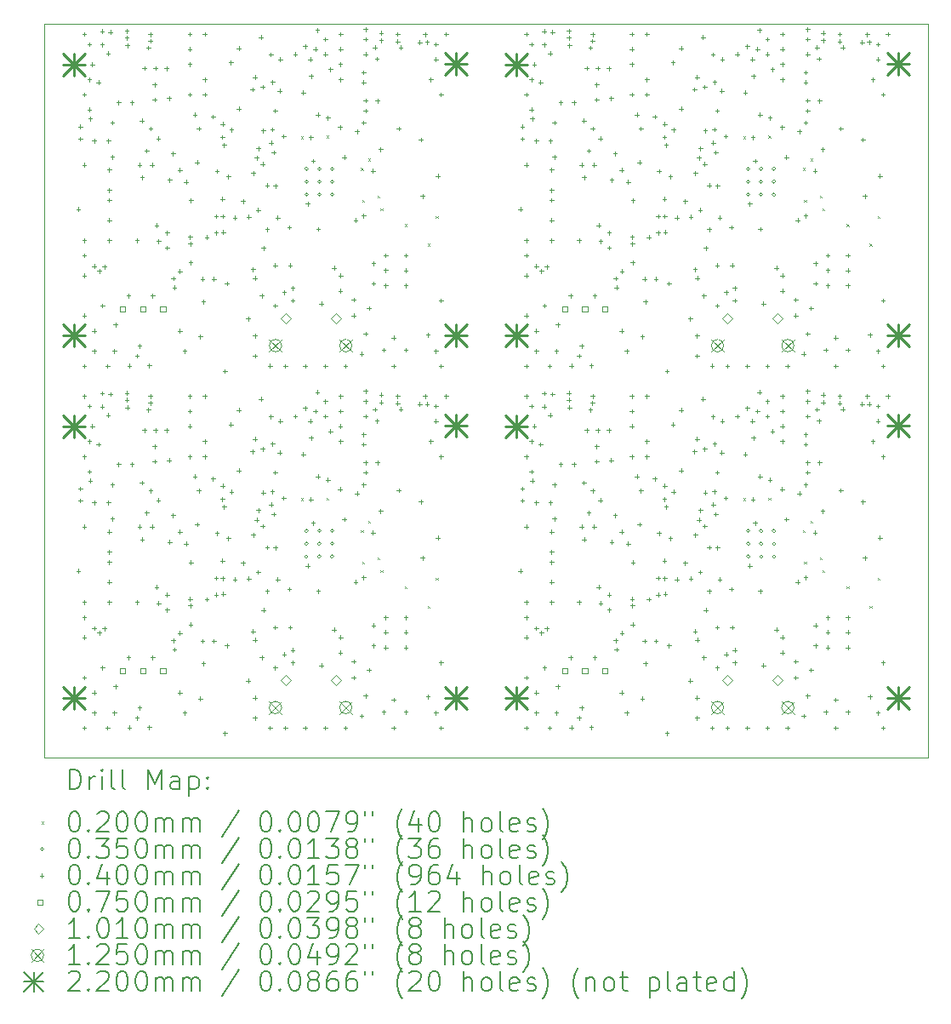
<source format=gbr>
%FSLAX45Y45*%
G04 Gerber Fmt 4.5, Leading zero omitted, Abs format (unit mm)*
G04 Created by KiCad (PCBNEW (6.0.4)) date 2022-09-20 04:44:29*
%MOMM*%
%LPD*%
G01*
G04 APERTURE LIST*
%TA.AperFunction,Profile*%
%ADD10C,0.050000*%
%TD*%
%ADD11C,0.200000*%
%ADD12C,0.020000*%
%ADD13C,0.035000*%
%ADD14C,0.040000*%
%ADD15C,0.075000*%
%ADD16C,0.101000*%
%ADD17C,0.125000*%
%ADD18C,0.220000*%
G04 APERTURE END LIST*
D10*
X14690040Y-8261760D02*
X23490040Y-8261760D01*
X23490040Y-8261760D02*
X23490040Y-15561760D01*
X23490040Y-15561760D02*
X14690040Y-15561760D01*
X14690040Y-15561760D02*
X14690040Y-8261760D01*
D11*
D12*
X17248750Y-9378340D02*
X17268750Y-9398340D01*
X17268750Y-9378340D02*
X17248750Y-9398340D01*
X17248750Y-12978340D02*
X17268750Y-12998340D01*
X17268750Y-12978340D02*
X17248750Y-12998340D01*
X17500040Y-9371760D02*
X17520040Y-9391760D01*
X17520040Y-9371760D02*
X17500040Y-9391760D01*
X17500040Y-12971760D02*
X17520040Y-12991760D01*
X17520040Y-12971760D02*
X17500040Y-12991760D01*
X17843622Y-9693358D02*
X17863622Y-9713358D01*
X17863622Y-9693358D02*
X17843622Y-9713358D01*
X17843622Y-13293358D02*
X17863622Y-13313358D01*
X17863622Y-13293358D02*
X17843622Y-13313358D01*
X17855020Y-10008260D02*
X17875020Y-10028260D01*
X17875020Y-10008260D02*
X17855020Y-10028260D01*
X17855020Y-13608260D02*
X17875020Y-13628260D01*
X17875020Y-13608260D02*
X17855020Y-13628260D01*
X17919313Y-9600659D02*
X17939313Y-9620659D01*
X17939313Y-9600659D02*
X17919313Y-9620659D01*
X17919313Y-13200659D02*
X17939313Y-13220659D01*
X17939313Y-13200659D02*
X17919313Y-13220659D01*
X18011097Y-9968085D02*
X18031097Y-9988085D01*
X18031097Y-9968085D02*
X18011097Y-9988085D01*
X18011097Y-13568085D02*
X18031097Y-13588085D01*
X18031097Y-13568085D02*
X18011097Y-13588085D01*
X18040040Y-10093170D02*
X18060040Y-10113170D01*
X18060040Y-10093170D02*
X18040040Y-10113170D01*
X18040040Y-13693170D02*
X18060040Y-13713170D01*
X18060040Y-13693170D02*
X18040040Y-13713170D01*
X18279200Y-10252100D02*
X18299200Y-10272100D01*
X18299200Y-10252100D02*
X18279200Y-10272100D01*
X18279200Y-13852100D02*
X18299200Y-13872100D01*
X18299200Y-13852100D02*
X18279200Y-13872100D01*
X18507800Y-10447680D02*
X18527800Y-10467680D01*
X18527800Y-10447680D02*
X18507800Y-10467680D01*
X18507800Y-14047680D02*
X18527800Y-14067680D01*
X18527800Y-14047680D02*
X18507800Y-14067680D01*
X18590659Y-10170461D02*
X18610659Y-10190461D01*
X18610659Y-10170461D02*
X18590659Y-10190461D01*
X18590659Y-13770461D02*
X18610659Y-13790461D01*
X18610659Y-13770461D02*
X18590659Y-13790461D01*
X21648750Y-9378340D02*
X21668750Y-9398340D01*
X21668750Y-9378340D02*
X21648750Y-9398340D01*
X21648750Y-12978340D02*
X21668750Y-12998340D01*
X21668750Y-12978340D02*
X21648750Y-12998340D01*
X21900040Y-9371760D02*
X21920040Y-9391760D01*
X21920040Y-9371760D02*
X21900040Y-9391760D01*
X21900040Y-12971760D02*
X21920040Y-12991760D01*
X21920040Y-12971760D02*
X21900040Y-12991760D01*
X22243622Y-9693358D02*
X22263622Y-9713358D01*
X22263622Y-9693358D02*
X22243622Y-9713358D01*
X22243622Y-13293358D02*
X22263622Y-13313358D01*
X22263622Y-13293358D02*
X22243622Y-13313358D01*
X22255020Y-10008260D02*
X22275020Y-10028260D01*
X22275020Y-10008260D02*
X22255020Y-10028260D01*
X22255020Y-13608260D02*
X22275020Y-13628260D01*
X22275020Y-13608260D02*
X22255020Y-13628260D01*
X22319313Y-9600659D02*
X22339313Y-9620659D01*
X22339313Y-9600659D02*
X22319313Y-9620659D01*
X22319313Y-13200659D02*
X22339313Y-13220659D01*
X22339313Y-13200659D02*
X22319313Y-13220659D01*
X22411097Y-9968085D02*
X22431097Y-9988085D01*
X22431097Y-9968085D02*
X22411097Y-9988085D01*
X22411097Y-13568085D02*
X22431097Y-13588085D01*
X22431097Y-13568085D02*
X22411097Y-13588085D01*
X22440040Y-10093170D02*
X22460040Y-10113170D01*
X22460040Y-10093170D02*
X22440040Y-10113170D01*
X22440040Y-13693170D02*
X22460040Y-13713170D01*
X22460040Y-13693170D02*
X22440040Y-13713170D01*
X22679200Y-10252100D02*
X22699200Y-10272100D01*
X22699200Y-10252100D02*
X22679200Y-10272100D01*
X22679200Y-13852100D02*
X22699200Y-13872100D01*
X22699200Y-13852100D02*
X22679200Y-13872100D01*
X22907800Y-10447680D02*
X22927800Y-10467680D01*
X22927800Y-10447680D02*
X22907800Y-10467680D01*
X22907800Y-14047680D02*
X22927800Y-14067680D01*
X22927800Y-14047680D02*
X22907800Y-14067680D01*
X22990659Y-10170461D02*
X23010659Y-10190461D01*
X23010659Y-10170461D02*
X22990659Y-10190461D01*
X22990659Y-13770461D02*
X23010659Y-13790461D01*
X23010659Y-13770461D02*
X22990659Y-13790461D01*
D13*
X17318800Y-9701950D02*
G75*
G03*
X17318800Y-9701950I-17500J0D01*
G01*
X17318800Y-9829450D02*
G75*
G03*
X17318800Y-9829450I-17500J0D01*
G01*
X17318800Y-9956950D02*
G75*
G03*
X17318800Y-9956950I-17500J0D01*
G01*
X17318800Y-13301950D02*
G75*
G03*
X17318800Y-13301950I-17500J0D01*
G01*
X17318800Y-13429450D02*
G75*
G03*
X17318800Y-13429450I-17500J0D01*
G01*
X17318800Y-13556950D02*
G75*
G03*
X17318800Y-13556950I-17500J0D01*
G01*
X17446300Y-9701950D02*
G75*
G03*
X17446300Y-9701950I-17500J0D01*
G01*
X17446300Y-9829450D02*
G75*
G03*
X17446300Y-9829450I-17500J0D01*
G01*
X17446300Y-9956950D02*
G75*
G03*
X17446300Y-9956950I-17500J0D01*
G01*
X17446300Y-13301950D02*
G75*
G03*
X17446300Y-13301950I-17500J0D01*
G01*
X17446300Y-13429450D02*
G75*
G03*
X17446300Y-13429450I-17500J0D01*
G01*
X17446300Y-13556950D02*
G75*
G03*
X17446300Y-13556950I-17500J0D01*
G01*
X17573800Y-9701950D02*
G75*
G03*
X17573800Y-9701950I-17500J0D01*
G01*
X17573800Y-9829450D02*
G75*
G03*
X17573800Y-9829450I-17500J0D01*
G01*
X17573800Y-9956950D02*
G75*
G03*
X17573800Y-9956950I-17500J0D01*
G01*
X17573800Y-13301950D02*
G75*
G03*
X17573800Y-13301950I-17500J0D01*
G01*
X17573800Y-13429450D02*
G75*
G03*
X17573800Y-13429450I-17500J0D01*
G01*
X17573800Y-13556950D02*
G75*
G03*
X17573800Y-13556950I-17500J0D01*
G01*
X21718800Y-9701950D02*
G75*
G03*
X21718800Y-9701950I-17500J0D01*
G01*
X21718800Y-9829450D02*
G75*
G03*
X21718800Y-9829450I-17500J0D01*
G01*
X21718800Y-9956950D02*
G75*
G03*
X21718800Y-9956950I-17500J0D01*
G01*
X21718800Y-13301950D02*
G75*
G03*
X21718800Y-13301950I-17500J0D01*
G01*
X21718800Y-13429450D02*
G75*
G03*
X21718800Y-13429450I-17500J0D01*
G01*
X21718800Y-13556950D02*
G75*
G03*
X21718800Y-13556950I-17500J0D01*
G01*
X21846300Y-9701950D02*
G75*
G03*
X21846300Y-9701950I-17500J0D01*
G01*
X21846300Y-9829450D02*
G75*
G03*
X21846300Y-9829450I-17500J0D01*
G01*
X21846300Y-9956950D02*
G75*
G03*
X21846300Y-9956950I-17500J0D01*
G01*
X21846300Y-13301950D02*
G75*
G03*
X21846300Y-13301950I-17500J0D01*
G01*
X21846300Y-13429450D02*
G75*
G03*
X21846300Y-13429450I-17500J0D01*
G01*
X21846300Y-13556950D02*
G75*
G03*
X21846300Y-13556950I-17500J0D01*
G01*
X21973800Y-9701950D02*
G75*
G03*
X21973800Y-9701950I-17500J0D01*
G01*
X21973800Y-9829450D02*
G75*
G03*
X21973800Y-9829450I-17500J0D01*
G01*
X21973800Y-9956950D02*
G75*
G03*
X21973800Y-9956950I-17500J0D01*
G01*
X21973800Y-13301950D02*
G75*
G03*
X21973800Y-13301950I-17500J0D01*
G01*
X21973800Y-13429450D02*
G75*
G03*
X21973800Y-13429450I-17500J0D01*
G01*
X21973800Y-13556950D02*
G75*
G03*
X21973800Y-13556950I-17500J0D01*
G01*
D14*
X15030040Y-10081760D02*
X15030040Y-10121760D01*
X15010040Y-10101760D02*
X15050040Y-10101760D01*
X15030040Y-13681760D02*
X15030040Y-13721760D01*
X15010040Y-13701760D02*
X15050040Y-13701760D01*
X15050040Y-9261760D02*
X15050040Y-9301760D01*
X15030040Y-9281760D02*
X15070040Y-9281760D01*
X15050040Y-9381760D02*
X15050040Y-9421760D01*
X15030040Y-9401760D02*
X15070040Y-9401760D01*
X15050040Y-12861760D02*
X15050040Y-12901760D01*
X15030040Y-12881760D02*
X15070040Y-12881760D01*
X15050040Y-12981760D02*
X15050040Y-13021760D01*
X15030040Y-13001760D02*
X15070040Y-13001760D01*
X15090040Y-8341760D02*
X15090040Y-8381760D01*
X15070040Y-8361760D02*
X15110040Y-8361760D01*
X15090040Y-8941760D02*
X15090040Y-8981760D01*
X15070040Y-8961760D02*
X15110040Y-8961760D01*
X15090040Y-9641760D02*
X15090040Y-9681760D01*
X15070040Y-9661760D02*
X15110040Y-9661760D01*
X15090040Y-10391760D02*
X15090040Y-10431760D01*
X15070040Y-10411760D02*
X15110040Y-10411760D01*
X15090040Y-10541760D02*
X15090040Y-10581760D01*
X15070040Y-10561760D02*
X15110040Y-10561760D01*
X15090040Y-10741760D02*
X15090040Y-10781760D01*
X15070040Y-10761760D02*
X15110040Y-10761760D01*
X15090040Y-11141760D02*
X15090040Y-11181760D01*
X15070040Y-11161760D02*
X15110040Y-11161760D01*
X15090040Y-11641760D02*
X15090040Y-11681760D01*
X15070040Y-11661760D02*
X15110040Y-11661760D01*
X15090040Y-11941760D02*
X15090040Y-11981760D01*
X15070040Y-11961760D02*
X15110040Y-11961760D01*
X15090040Y-12541760D02*
X15090040Y-12581760D01*
X15070040Y-12561760D02*
X15110040Y-12561760D01*
X15090040Y-13241760D02*
X15090040Y-13281760D01*
X15070040Y-13261760D02*
X15110040Y-13261760D01*
X15090040Y-13991760D02*
X15090040Y-14031760D01*
X15070040Y-14011760D02*
X15110040Y-14011760D01*
X15090040Y-14141760D02*
X15090040Y-14181760D01*
X15070040Y-14161760D02*
X15110040Y-14161760D01*
X15090040Y-14341760D02*
X15090040Y-14381760D01*
X15070040Y-14361760D02*
X15110040Y-14361760D01*
X15090040Y-14741760D02*
X15090040Y-14781760D01*
X15070040Y-14761760D02*
X15110040Y-14761760D01*
X15090040Y-15241760D02*
X15090040Y-15281760D01*
X15070040Y-15261760D02*
X15110040Y-15261760D01*
X15140040Y-8441760D02*
X15140040Y-8481760D01*
X15120040Y-8461760D02*
X15160040Y-8461760D01*
X15140040Y-8791760D02*
X15140040Y-8831760D01*
X15120040Y-8811760D02*
X15160040Y-8811760D01*
X15140040Y-9091760D02*
X15140040Y-9131760D01*
X15120040Y-9111760D02*
X15160040Y-9111760D01*
X15140040Y-12041760D02*
X15140040Y-12081760D01*
X15120040Y-12061760D02*
X15160040Y-12061760D01*
X15140040Y-12391760D02*
X15140040Y-12431760D01*
X15120040Y-12411760D02*
X15160040Y-12411760D01*
X15140040Y-12691760D02*
X15140040Y-12731760D01*
X15120040Y-12711760D02*
X15160040Y-12711760D01*
X15150040Y-9181760D02*
X15150040Y-9221760D01*
X15130040Y-9201760D02*
X15170040Y-9201760D01*
X15150040Y-12781760D02*
X15150040Y-12821760D01*
X15130040Y-12801760D02*
X15170040Y-12801760D01*
X15170040Y-8641760D02*
X15170040Y-8681760D01*
X15150040Y-8661760D02*
X15190040Y-8661760D01*
X15170040Y-12241760D02*
X15170040Y-12281760D01*
X15150040Y-12261760D02*
X15190040Y-12261760D01*
X15187860Y-10651040D02*
X15187860Y-10691040D01*
X15167860Y-10671040D02*
X15207860Y-10671040D01*
X15187860Y-14251040D02*
X15187860Y-14291040D01*
X15167860Y-14271040D02*
X15207860Y-14271040D01*
X15190040Y-9401760D02*
X15190040Y-9441760D01*
X15170040Y-9421760D02*
X15210040Y-9421760D01*
X15190040Y-11291760D02*
X15190040Y-11331760D01*
X15170040Y-11311760D02*
X15210040Y-11311760D01*
X15190040Y-11491760D02*
X15190040Y-11531760D01*
X15170040Y-11511760D02*
X15210040Y-11511760D01*
X15190040Y-13001760D02*
X15190040Y-13041760D01*
X15170040Y-13021760D02*
X15210040Y-13021760D01*
X15190040Y-14891760D02*
X15190040Y-14931760D01*
X15170040Y-14911760D02*
X15210040Y-14911760D01*
X15190040Y-15091760D02*
X15190040Y-15131760D01*
X15170040Y-15111760D02*
X15210040Y-15111760D01*
X15231040Y-8822240D02*
X15231040Y-8862240D01*
X15211040Y-8842240D02*
X15251040Y-8842240D01*
X15231040Y-12422240D02*
X15231040Y-12462240D01*
X15211040Y-12442240D02*
X15251040Y-12442240D01*
X15238660Y-10696760D02*
X15238660Y-10736760D01*
X15218660Y-10716760D02*
X15258660Y-10716760D01*
X15238660Y-14296760D02*
X15238660Y-14336760D01*
X15218660Y-14316760D02*
X15258660Y-14316760D01*
X15269140Y-8314240D02*
X15269140Y-8354240D01*
X15249140Y-8334240D02*
X15289140Y-8334240D01*
X15269140Y-8446320D02*
X15269140Y-8486320D01*
X15249140Y-8466320D02*
X15289140Y-8466320D01*
X15269140Y-11914240D02*
X15269140Y-11954240D01*
X15249140Y-11934240D02*
X15289140Y-11934240D01*
X15269140Y-12046320D02*
X15269140Y-12086320D01*
X15249140Y-12066320D02*
X15289140Y-12066320D01*
X15270040Y-11041760D02*
X15270040Y-11081760D01*
X15250040Y-11061760D02*
X15290040Y-11061760D01*
X15270040Y-14641760D02*
X15270040Y-14681760D01*
X15250040Y-14661760D02*
X15290040Y-14661760D01*
X15292000Y-10653580D02*
X15292000Y-10693580D01*
X15272000Y-10673580D02*
X15312000Y-10673580D01*
X15292000Y-14253580D02*
X15292000Y-14293580D01*
X15272000Y-14273580D02*
X15312000Y-14273580D01*
X15322189Y-11641760D02*
X15322189Y-11681760D01*
X15302189Y-11661760D02*
X15342189Y-11661760D01*
X15322189Y-15241760D02*
X15322189Y-15281760D01*
X15302189Y-15261760D02*
X15342189Y-15261760D01*
X15328065Y-8532770D02*
X15328065Y-8572770D01*
X15308065Y-8552770D02*
X15348065Y-8552770D01*
X15328065Y-12132770D02*
X15328065Y-12172770D01*
X15308065Y-12152770D02*
X15348065Y-12152770D01*
X15330040Y-9401760D02*
X15330040Y-9441760D01*
X15310040Y-9421760D02*
X15350040Y-9421760D01*
X15330040Y-13001760D02*
X15330040Y-13041760D01*
X15310040Y-13021760D02*
X15350040Y-13021760D01*
X15339688Y-9690831D02*
X15339688Y-9730831D01*
X15319688Y-9710831D02*
X15359688Y-9710831D01*
X15339688Y-13290831D02*
X15339688Y-13330831D01*
X15319688Y-13310831D02*
X15359688Y-13310831D01*
X15340040Y-9891760D02*
X15340040Y-9931760D01*
X15320040Y-9911760D02*
X15360040Y-9911760D01*
X15340040Y-9991760D02*
X15340040Y-10031760D01*
X15320040Y-10011760D02*
X15360040Y-10011760D01*
X15340040Y-10191760D02*
X15340040Y-10231760D01*
X15320040Y-10211760D02*
X15360040Y-10211760D01*
X15340040Y-10391760D02*
X15340040Y-10431760D01*
X15320040Y-10411760D02*
X15360040Y-10411760D01*
X15340040Y-13491760D02*
X15340040Y-13531760D01*
X15320040Y-13511760D02*
X15360040Y-13511760D01*
X15340040Y-13591760D02*
X15340040Y-13631760D01*
X15320040Y-13611760D02*
X15360040Y-13611760D01*
X15340040Y-13791760D02*
X15340040Y-13831760D01*
X15320040Y-13811760D02*
X15360040Y-13811760D01*
X15340040Y-13991760D02*
X15340040Y-14031760D01*
X15320040Y-14011760D02*
X15360040Y-14011760D01*
X15349250Y-8321860D02*
X15349250Y-8361860D01*
X15329250Y-8341860D02*
X15369250Y-8341860D01*
X15349250Y-11921860D02*
X15349250Y-11961860D01*
X15329250Y-11941860D02*
X15369250Y-11941860D01*
X15370040Y-9221760D02*
X15370040Y-9261760D01*
X15350040Y-9241760D02*
X15390040Y-9241760D01*
X15370040Y-9561760D02*
X15370040Y-9601760D01*
X15350040Y-9581760D02*
X15390040Y-9581760D01*
X15370040Y-12821760D02*
X15370040Y-12861760D01*
X15350040Y-12841760D02*
X15390040Y-12841760D01*
X15370040Y-13161760D02*
X15370040Y-13201760D01*
X15350040Y-13181760D02*
X15390040Y-13181760D01*
X15390040Y-11491760D02*
X15390040Y-11531760D01*
X15370040Y-11511760D02*
X15410040Y-11511760D01*
X15390040Y-15091760D02*
X15390040Y-15131760D01*
X15370040Y-15111760D02*
X15410040Y-15111760D01*
X15402365Y-11229205D02*
X15402365Y-11269205D01*
X15382365Y-11249205D02*
X15422365Y-11249205D01*
X15402365Y-14829205D02*
X15402365Y-14869205D01*
X15382365Y-14849205D02*
X15422365Y-14849205D01*
X15431700Y-9020360D02*
X15431700Y-9060360D01*
X15411700Y-9040360D02*
X15451700Y-9040360D01*
X15431700Y-12620360D02*
X15431700Y-12660360D01*
X15411700Y-12640360D02*
X15451700Y-12640360D01*
X15513199Y-8310148D02*
X15513199Y-8350148D01*
X15493199Y-8330148D02*
X15533199Y-8330148D01*
X15513199Y-11910148D02*
X15513199Y-11950148D01*
X15493199Y-11930148D02*
X15533199Y-11930148D01*
X15514150Y-8377740D02*
X15514150Y-8417740D01*
X15494150Y-8397740D02*
X15534150Y-8397740D01*
X15514150Y-11977740D02*
X15514150Y-12017740D01*
X15494150Y-11997740D02*
X15534150Y-11997740D01*
X15518060Y-8453940D02*
X15518060Y-8493940D01*
X15498060Y-8473940D02*
X15538060Y-8473940D01*
X15518060Y-12053940D02*
X15518060Y-12093940D01*
X15498060Y-12073940D02*
X15538060Y-12073940D01*
X15530040Y-10941760D02*
X15530040Y-10981760D01*
X15510040Y-10961760D02*
X15550040Y-10961760D01*
X15530040Y-14541760D02*
X15530040Y-14581760D01*
X15510040Y-14561760D02*
X15550040Y-14561760D01*
X15540040Y-11639568D02*
X15540040Y-11679568D01*
X15520040Y-11659568D02*
X15560040Y-11659568D01*
X15540040Y-15239568D02*
X15540040Y-15279568D01*
X15520040Y-15259568D02*
X15560040Y-15259568D01*
X15563780Y-9020360D02*
X15563780Y-9060360D01*
X15543780Y-9040360D02*
X15583780Y-9040360D01*
X15563780Y-12620360D02*
X15563780Y-12660360D01*
X15543780Y-12640360D02*
X15583780Y-12640360D01*
X15615040Y-10391760D02*
X15615040Y-10431760D01*
X15595040Y-10411760D02*
X15635040Y-10411760D01*
X15615040Y-11541760D02*
X15615040Y-11581760D01*
X15595040Y-11561760D02*
X15635040Y-11561760D01*
X15615040Y-13991760D02*
X15615040Y-14031760D01*
X15595040Y-14011760D02*
X15635040Y-14011760D01*
X15615040Y-15141760D02*
X15615040Y-15181760D01*
X15595040Y-15161760D02*
X15635040Y-15161760D01*
X15640040Y-9641760D02*
X15640040Y-9681760D01*
X15620040Y-9661760D02*
X15660040Y-9661760D01*
X15640040Y-11441760D02*
X15640040Y-11481760D01*
X15620040Y-11461760D02*
X15660040Y-11461760D01*
X15640040Y-13241760D02*
X15640040Y-13281760D01*
X15620040Y-13261760D02*
X15660040Y-13261760D01*
X15640040Y-15041760D02*
X15640040Y-15081760D01*
X15620040Y-15061760D02*
X15660040Y-15061760D01*
X15662207Y-9203314D02*
X15662207Y-9243314D01*
X15642207Y-9223314D02*
X15682207Y-9223314D01*
X15662207Y-12803314D02*
X15662207Y-12843314D01*
X15642207Y-12823314D02*
X15682207Y-12823314D01*
X15665040Y-9766760D02*
X15665040Y-9806760D01*
X15645040Y-9786760D02*
X15685040Y-9786760D01*
X15665040Y-13366760D02*
X15665040Y-13406760D01*
X15645040Y-13386760D02*
X15685040Y-13386760D01*
X15690040Y-8680000D02*
X15690040Y-8720000D01*
X15670040Y-8700000D02*
X15710040Y-8700000D01*
X15690040Y-12280000D02*
X15690040Y-12320000D01*
X15670040Y-12300000D02*
X15710040Y-12300000D01*
X15710040Y-9501760D02*
X15710040Y-9541760D01*
X15690040Y-9521760D02*
X15730040Y-9521760D01*
X15710040Y-13101760D02*
X15710040Y-13141760D01*
X15690040Y-13121760D02*
X15730040Y-13121760D01*
X15728880Y-8476800D02*
X15728880Y-8516800D01*
X15708880Y-8496800D02*
X15748880Y-8496800D01*
X15728880Y-12076800D02*
X15728880Y-12116800D01*
X15708880Y-12096800D02*
X15748880Y-12096800D01*
X15736567Y-11636258D02*
X15736567Y-11676258D01*
X15716567Y-11656258D02*
X15756567Y-11656258D01*
X15736567Y-15236258D02*
X15736567Y-15276258D01*
X15716567Y-15256258D02*
X15756567Y-15256258D01*
X15746660Y-8408220D02*
X15746660Y-8448220D01*
X15726660Y-8428220D02*
X15766660Y-8428220D01*
X15746660Y-12008220D02*
X15746660Y-12048220D01*
X15726660Y-12028220D02*
X15766660Y-12028220D01*
X15749200Y-8342180D02*
X15749200Y-8382180D01*
X15729200Y-8362180D02*
X15769200Y-8362180D01*
X15749200Y-11942180D02*
X15749200Y-11982180D01*
X15729200Y-11962180D02*
X15769200Y-11962180D01*
X15750040Y-9281760D02*
X15750040Y-9321760D01*
X15730040Y-9301760D02*
X15770040Y-9301760D01*
X15750040Y-12881760D02*
X15750040Y-12921760D01*
X15730040Y-12901760D02*
X15770040Y-12901760D01*
X15765040Y-9641760D02*
X15765040Y-9681760D01*
X15745040Y-9661760D02*
X15785040Y-9661760D01*
X15765040Y-13241760D02*
X15765040Y-13281760D01*
X15745040Y-13261760D02*
X15785040Y-13261760D01*
X15770040Y-10941760D02*
X15770040Y-10981760D01*
X15750040Y-10961760D02*
X15790040Y-10961760D01*
X15770040Y-14541760D02*
X15770040Y-14581760D01*
X15750040Y-14561760D02*
X15790040Y-14561760D01*
X15790040Y-8841760D02*
X15790040Y-8881760D01*
X15770040Y-8861760D02*
X15810040Y-8861760D01*
X15790040Y-8991760D02*
X15790040Y-9031760D01*
X15770040Y-9011760D02*
X15810040Y-9011760D01*
X15790040Y-12441760D02*
X15790040Y-12481760D01*
X15770040Y-12461760D02*
X15810040Y-12461760D01*
X15790040Y-12591760D02*
X15790040Y-12631760D01*
X15770040Y-12611760D02*
X15810040Y-12611760D01*
X15800000Y-8680000D02*
X15800000Y-8720000D01*
X15780000Y-8700000D02*
X15820000Y-8700000D01*
X15800000Y-12280000D02*
X15800000Y-12320000D01*
X15780000Y-12300000D02*
X15820000Y-12300000D01*
X15810040Y-10241760D02*
X15810040Y-10281760D01*
X15790040Y-10261760D02*
X15830040Y-10261760D01*
X15810040Y-13841760D02*
X15810040Y-13881760D01*
X15790040Y-13861760D02*
X15830040Y-13861760D01*
X15827940Y-9378500D02*
X15827940Y-9418500D01*
X15807940Y-9398500D02*
X15847940Y-9398500D01*
X15827940Y-12978500D02*
X15827940Y-13018500D01*
X15807940Y-12998500D02*
X15847940Y-12998500D01*
X15830040Y-10401760D02*
X15830040Y-10441760D01*
X15810040Y-10421760D02*
X15850040Y-10421760D01*
X15830040Y-14001760D02*
X15830040Y-14041760D01*
X15810040Y-14021760D02*
X15850040Y-14021760D01*
X15910040Y-8681760D02*
X15910040Y-8721760D01*
X15890040Y-8701760D02*
X15930040Y-8701760D01*
X15910040Y-12281760D02*
X15910040Y-12321760D01*
X15890040Y-12301760D02*
X15930040Y-12301760D01*
X15915040Y-10316760D02*
X15915040Y-10356760D01*
X15895040Y-10336760D02*
X15935040Y-10336760D01*
X15915040Y-10466760D02*
X15915040Y-10506760D01*
X15895040Y-10486760D02*
X15935040Y-10486760D01*
X15915040Y-13916760D02*
X15915040Y-13956760D01*
X15895040Y-13936760D02*
X15935040Y-13936760D01*
X15915040Y-14066760D02*
X15915040Y-14106760D01*
X15895040Y-14086760D02*
X15935040Y-14086760D01*
X15934620Y-8979720D02*
X15934620Y-9019720D01*
X15914620Y-8999720D02*
X15954620Y-8999720D01*
X15934620Y-12579720D02*
X15934620Y-12619720D01*
X15914620Y-12599720D02*
X15954620Y-12599720D01*
X15940040Y-9791760D02*
X15940040Y-9831760D01*
X15920040Y-9811760D02*
X15960040Y-9811760D01*
X15940040Y-13391760D02*
X15940040Y-13431760D01*
X15920040Y-13411760D02*
X15960040Y-13411760D01*
X15972720Y-9528360D02*
X15972720Y-9568360D01*
X15952720Y-9548360D02*
X15992720Y-9548360D01*
X15972720Y-13128360D02*
X15972720Y-13168360D01*
X15952720Y-13148360D02*
X15992720Y-13148360D01*
X15977800Y-10770420D02*
X15977800Y-10810420D01*
X15957800Y-10790420D02*
X15997800Y-10790420D01*
X15977800Y-14370420D02*
X15977800Y-14410420D01*
X15957800Y-14390420D02*
X15997800Y-14390420D01*
X15987960Y-10861860D02*
X15987960Y-10901860D01*
X15967960Y-10881860D02*
X16007960Y-10881860D01*
X15987960Y-14461860D02*
X15987960Y-14501860D01*
X15967960Y-14481860D02*
X16007960Y-14481860D01*
X16040040Y-9691760D02*
X16040040Y-9731760D01*
X16020040Y-9711760D02*
X16060040Y-9711760D01*
X16040040Y-11291760D02*
X16040040Y-11331760D01*
X16020040Y-11311760D02*
X16060040Y-11311760D01*
X16040040Y-13291760D02*
X16040040Y-13331760D01*
X16020040Y-13311760D02*
X16060040Y-13311760D01*
X16040040Y-14891760D02*
X16040040Y-14931760D01*
X16020040Y-14911760D02*
X16060040Y-14911760D01*
X16040464Y-10699486D02*
X16040464Y-10739486D01*
X16020464Y-10719486D02*
X16060464Y-10719486D01*
X16040464Y-14299486D02*
X16040464Y-14339486D01*
X16020464Y-14319486D02*
X16060464Y-14319486D01*
X16090040Y-11491760D02*
X16090040Y-11531760D01*
X16070040Y-11511760D02*
X16110040Y-11511760D01*
X16090040Y-15091760D02*
X16090040Y-15131760D01*
X16070040Y-15111760D02*
X16110040Y-15111760D01*
X16102260Y-9810300D02*
X16102260Y-9850300D01*
X16082260Y-9830300D02*
X16122260Y-9830300D01*
X16102260Y-13410300D02*
X16102260Y-13450300D01*
X16082260Y-13430300D02*
X16122260Y-13430300D01*
X16139065Y-8641264D02*
X16139065Y-8681264D01*
X16119065Y-8661264D02*
X16159065Y-8661264D01*
X16139065Y-12241264D02*
X16139065Y-12281264D01*
X16119065Y-12261264D02*
X16159065Y-12261264D01*
X16140040Y-8341760D02*
X16140040Y-8381760D01*
X16120040Y-8361760D02*
X16160040Y-8361760D01*
X16140040Y-8491760D02*
X16140040Y-8531760D01*
X16120040Y-8511760D02*
X16160040Y-8511760D01*
X16140040Y-8941760D02*
X16140040Y-8981760D01*
X16120040Y-8961760D02*
X16160040Y-8961760D01*
X16140040Y-11941760D02*
X16140040Y-11981760D01*
X16120040Y-11961760D02*
X16160040Y-11961760D01*
X16140040Y-12091760D02*
X16140040Y-12131760D01*
X16120040Y-12111760D02*
X16160040Y-12111760D01*
X16140040Y-12541760D02*
X16140040Y-12581760D01*
X16120040Y-12561760D02*
X16160040Y-12561760D01*
X16142900Y-10358940D02*
X16142900Y-10398940D01*
X16122900Y-10378940D02*
X16162900Y-10378940D01*
X16142900Y-13958940D02*
X16142900Y-13998940D01*
X16122900Y-13978940D02*
X16162900Y-13978940D01*
X16145440Y-10424980D02*
X16145440Y-10464980D01*
X16125440Y-10444980D02*
X16165440Y-10444980D01*
X16145440Y-14024980D02*
X16145440Y-14064980D01*
X16125440Y-14044980D02*
X16165440Y-14044980D01*
X16147980Y-10613992D02*
X16147980Y-10653992D01*
X16127980Y-10633992D02*
X16167980Y-10633992D01*
X16147980Y-14213992D02*
X16147980Y-14253992D01*
X16127980Y-14233992D02*
X16167980Y-14233992D01*
X16150520Y-9995720D02*
X16150520Y-10035720D01*
X16130520Y-10015720D02*
X16170520Y-10015720D01*
X16150520Y-13595720D02*
X16150520Y-13635720D01*
X16130520Y-13615720D02*
X16170520Y-13615720D01*
X16190040Y-9141760D02*
X16190040Y-9181760D01*
X16170040Y-9161760D02*
X16210040Y-9161760D01*
X16190040Y-12741760D02*
X16190040Y-12781760D01*
X16170040Y-12761760D02*
X16210040Y-12761760D01*
X16215040Y-9616760D02*
X16215040Y-9656760D01*
X16195040Y-9636760D02*
X16235040Y-9636760D01*
X16215040Y-13216760D02*
X16215040Y-13256760D01*
X16195040Y-13236760D02*
X16235040Y-13236760D01*
X16230040Y-9281760D02*
X16230040Y-9321760D01*
X16210040Y-9301760D02*
X16250040Y-9301760D01*
X16230040Y-12881760D02*
X16230040Y-12921760D01*
X16210040Y-12901760D02*
X16250040Y-12901760D01*
X16244500Y-11349360D02*
X16244500Y-11389360D01*
X16224500Y-11369360D02*
X16264500Y-11369360D01*
X16244500Y-14949360D02*
X16244500Y-14989360D01*
X16224500Y-14969360D02*
X16264500Y-14969360D01*
X16267360Y-10777090D02*
X16267360Y-10817090D01*
X16247360Y-10797090D02*
X16287360Y-10797090D01*
X16267360Y-14377090D02*
X16267360Y-14417090D01*
X16247360Y-14397090D02*
X16287360Y-14397090D01*
X16274980Y-11001560D02*
X16274980Y-11041560D01*
X16254980Y-11021560D02*
X16294980Y-11021560D01*
X16274980Y-14601560D02*
X16274980Y-14641560D01*
X16254980Y-14621560D02*
X16294980Y-14621560D01*
X16290040Y-8341760D02*
X16290040Y-8381760D01*
X16270040Y-8361760D02*
X16310040Y-8361760D01*
X16290040Y-8791760D02*
X16290040Y-8831760D01*
X16270040Y-8811760D02*
X16310040Y-8811760D01*
X16290040Y-8941760D02*
X16290040Y-8981760D01*
X16270040Y-8961760D02*
X16310040Y-8961760D01*
X16290040Y-11941760D02*
X16290040Y-11981760D01*
X16270040Y-11961760D02*
X16310040Y-11961760D01*
X16290040Y-12391760D02*
X16290040Y-12431760D01*
X16270040Y-12411760D02*
X16310040Y-12411760D01*
X16290040Y-12541760D02*
X16290040Y-12581760D01*
X16270040Y-12561760D02*
X16310040Y-12561760D01*
X16310040Y-10361760D02*
X16310040Y-10401760D01*
X16290040Y-10381760D02*
X16330040Y-10381760D01*
X16310040Y-13961760D02*
X16310040Y-14001760D01*
X16290040Y-13981760D02*
X16330040Y-13981760D01*
X16370040Y-9161760D02*
X16370040Y-9201760D01*
X16350040Y-9181760D02*
X16390040Y-9181760D01*
X16370040Y-12761760D02*
X16370040Y-12801760D01*
X16350040Y-12781760D02*
X16390040Y-12781760D01*
X16379120Y-10778040D02*
X16379120Y-10818040D01*
X16359120Y-10798040D02*
X16399120Y-10798040D01*
X16379120Y-14378040D02*
X16379120Y-14418040D01*
X16359120Y-14398040D02*
X16399120Y-14398040D01*
X16403035Y-10151715D02*
X16403035Y-10191715D01*
X16383035Y-10171715D02*
X16423035Y-10171715D01*
X16403035Y-13751715D02*
X16403035Y-13791715D01*
X16383035Y-13771715D02*
X16423035Y-13771715D01*
X16403439Y-10317502D02*
X16403439Y-10357502D01*
X16383439Y-10337502D02*
X16423439Y-10337502D01*
X16403439Y-13917502D02*
X16403439Y-13957502D01*
X16383439Y-13937502D02*
X16423439Y-13937502D01*
X16412140Y-9704630D02*
X16412140Y-9744630D01*
X16392140Y-9724630D02*
X16432140Y-9724630D01*
X16412140Y-13304630D02*
X16412140Y-13344630D01*
X16392140Y-13324630D02*
X16432140Y-13324630D01*
X16463462Y-9365800D02*
X16463462Y-9405800D01*
X16443462Y-9385800D02*
X16483462Y-9385800D01*
X16463462Y-12965800D02*
X16463462Y-13005800D01*
X16443462Y-12985800D02*
X16483462Y-12985800D01*
X16465480Y-9980480D02*
X16465480Y-10020480D01*
X16445480Y-10000480D02*
X16485480Y-10000480D01*
X16465480Y-13580480D02*
X16465480Y-13620480D01*
X16445480Y-13600480D02*
X16485480Y-13600480D01*
X16466433Y-9235491D02*
X16466433Y-9275491D01*
X16446433Y-9255491D02*
X16486433Y-9255491D01*
X16466433Y-12835491D02*
X16466433Y-12875491D01*
X16446433Y-12855491D02*
X16486433Y-12855491D01*
X16468020Y-10153200D02*
X16468020Y-10193200D01*
X16448020Y-10173200D02*
X16488020Y-10173200D01*
X16468020Y-13753200D02*
X16468020Y-13793200D01*
X16448020Y-13773200D02*
X16488020Y-13773200D01*
X16473100Y-10310680D02*
X16473100Y-10350680D01*
X16453100Y-10330680D02*
X16493100Y-10330680D01*
X16473100Y-13910680D02*
X16473100Y-13950680D01*
X16453100Y-13930680D02*
X16493100Y-13930680D01*
X16482226Y-9443517D02*
X16482226Y-9483517D01*
X16462226Y-9463517D02*
X16502226Y-9463517D01*
X16482226Y-13043517D02*
X16482226Y-13083517D01*
X16462226Y-13063517D02*
X16502226Y-13063517D01*
X16490040Y-11693710D02*
X16490040Y-11733710D01*
X16470040Y-11713710D02*
X16510040Y-11713710D01*
X16490040Y-15293710D02*
X16490040Y-15333710D01*
X16470040Y-15313710D02*
X16510040Y-15313710D01*
X16510040Y-10821760D02*
X16510040Y-10861760D01*
X16490040Y-10841760D02*
X16530040Y-10841760D01*
X16510040Y-14421760D02*
X16510040Y-14461760D01*
X16490040Y-14441760D02*
X16530040Y-14441760D01*
X16523900Y-9756960D02*
X16523900Y-9796960D01*
X16503900Y-9776960D02*
X16543900Y-9776960D01*
X16523900Y-13356960D02*
X16523900Y-13396960D01*
X16503900Y-13376960D02*
X16543900Y-13376960D01*
X16550030Y-8623550D02*
X16550030Y-8663550D01*
X16530030Y-8643550D02*
X16570030Y-8643550D01*
X16550030Y-12223550D02*
X16550030Y-12263550D01*
X16530030Y-12243550D02*
X16570030Y-12243550D01*
X16554687Y-9291833D02*
X16554687Y-9331833D01*
X16534687Y-9311833D02*
X16574687Y-9311833D01*
X16554687Y-12891833D02*
X16554687Y-12931833D01*
X16534687Y-12911833D02*
X16574687Y-12911833D01*
X16590040Y-10166760D02*
X16590040Y-10206760D01*
X16570040Y-10186760D02*
X16610040Y-10186760D01*
X16590040Y-13766760D02*
X16590040Y-13806760D01*
X16570040Y-13786760D02*
X16610040Y-13786760D01*
X16630040Y-8481760D02*
X16630040Y-8521760D01*
X16610040Y-8501760D02*
X16650040Y-8501760D01*
X16630040Y-9081760D02*
X16630040Y-9121760D01*
X16610040Y-9101760D02*
X16650040Y-9101760D01*
X16630040Y-12081760D02*
X16630040Y-12121760D01*
X16610040Y-12101760D02*
X16650040Y-12101760D01*
X16630040Y-12681760D02*
X16630040Y-12721760D01*
X16610040Y-12701760D02*
X16650040Y-12701760D01*
X16670040Y-10001760D02*
X16670040Y-10041760D01*
X16650040Y-10021760D02*
X16690040Y-10021760D01*
X16670040Y-13601760D02*
X16670040Y-13641760D01*
X16650040Y-13621760D02*
X16690040Y-13621760D01*
X16722510Y-11171740D02*
X16722510Y-11211740D01*
X16702510Y-11191740D02*
X16742510Y-11191740D01*
X16722510Y-14771740D02*
X16722510Y-14811740D01*
X16702510Y-14791740D02*
X16742510Y-14791740D01*
X16727100Y-10158280D02*
X16727100Y-10198280D01*
X16707100Y-10178280D02*
X16747100Y-10178280D01*
X16727100Y-13758280D02*
X16727100Y-13798280D01*
X16707100Y-13778280D02*
X16747100Y-13778280D01*
X16765040Y-8891760D02*
X16765040Y-8931760D01*
X16745040Y-8911760D02*
X16785040Y-8911760D01*
X16765040Y-12491760D02*
X16765040Y-12531760D01*
X16745040Y-12511760D02*
X16785040Y-12511760D01*
X16770040Y-10681760D02*
X16770040Y-10721760D01*
X16750040Y-10701760D02*
X16790040Y-10701760D01*
X16770040Y-14281760D02*
X16770040Y-14321760D01*
X16750040Y-14301760D02*
X16790040Y-14301760D01*
X16771300Y-9722688D02*
X16771300Y-9762688D01*
X16751300Y-9742688D02*
X16791300Y-9742688D01*
X16771300Y-13322688D02*
X16771300Y-13362688D01*
X16751300Y-13342688D02*
X16791300Y-13342688D01*
X16790040Y-8769400D02*
X16790040Y-8809400D01*
X16770040Y-8789400D02*
X16810040Y-8789400D01*
X16790040Y-11341760D02*
X16790040Y-11381760D01*
X16770040Y-11361760D02*
X16810040Y-11361760D01*
X16790040Y-11541760D02*
X16790040Y-11581760D01*
X16770040Y-11561760D02*
X16810040Y-11561760D01*
X16790040Y-12369400D02*
X16790040Y-12409400D01*
X16770040Y-12389400D02*
X16810040Y-12389400D01*
X16790040Y-14941760D02*
X16790040Y-14981760D01*
X16770040Y-14961760D02*
X16810040Y-14961760D01*
X16790040Y-15141760D02*
X16790040Y-15181760D01*
X16770040Y-15161760D02*
X16810040Y-15161760D01*
X16790600Y-10767880D02*
X16790600Y-10807880D01*
X16770600Y-10787880D02*
X16810600Y-10787880D01*
X16790600Y-14367880D02*
X16790600Y-14407880D01*
X16770600Y-14387880D02*
X16810600Y-14387880D01*
X16807857Y-9571862D02*
X16807857Y-9611862D01*
X16787857Y-9591862D02*
X16827857Y-9591862D01*
X16807857Y-13171862D02*
X16807857Y-13211862D01*
X16787857Y-13191862D02*
X16827857Y-13191862D01*
X16820926Y-10091210D02*
X16820926Y-10131210D01*
X16800926Y-10111210D02*
X16840926Y-10111210D01*
X16820926Y-13691210D02*
X16820926Y-13731210D01*
X16800926Y-13711210D02*
X16840926Y-13711210D01*
X16823620Y-9477560D02*
X16823620Y-9517560D01*
X16803620Y-9497560D02*
X16843620Y-9497560D01*
X16823620Y-13077560D02*
X16823620Y-13117560D01*
X16803620Y-13097560D02*
X16843620Y-13097560D01*
X16848571Y-8371381D02*
X16848571Y-8411381D01*
X16828571Y-8391381D02*
X16868571Y-8391381D01*
X16848571Y-11971381D02*
X16848571Y-12011381D01*
X16828571Y-11991381D02*
X16868571Y-11991381D01*
X16856640Y-10941760D02*
X16856640Y-10981760D01*
X16836640Y-10961760D02*
X16876640Y-10961760D01*
X16856640Y-14541760D02*
X16856640Y-14581760D01*
X16836640Y-14561760D02*
X16876640Y-14561760D01*
X16865040Y-8866760D02*
X16865040Y-8906760D01*
X16845040Y-8886760D02*
X16885040Y-8886760D01*
X16865040Y-12466760D02*
X16865040Y-12506760D01*
X16845040Y-12486760D02*
X16885040Y-12486760D01*
X16866291Y-9634030D02*
X16866291Y-9674030D01*
X16846291Y-9654030D02*
X16886291Y-9654030D01*
X16866291Y-13234030D02*
X16866291Y-13274030D01*
X16846291Y-13254030D02*
X16886291Y-13254030D01*
X16870040Y-9301760D02*
X16870040Y-9341760D01*
X16850040Y-9321760D02*
X16890040Y-9321760D01*
X16870040Y-12901760D02*
X16870040Y-12941760D01*
X16850040Y-12921760D02*
X16890040Y-12921760D01*
X16875320Y-10468846D02*
X16875320Y-10508846D01*
X16855320Y-10488846D02*
X16895320Y-10488846D01*
X16875320Y-14068846D02*
X16875320Y-14108846D01*
X16855320Y-14088846D02*
X16895320Y-14088846D01*
X16909545Y-9846522D02*
X16909545Y-9886522D01*
X16889545Y-9866522D02*
X16929545Y-9866522D01*
X16909545Y-13446522D02*
X16909545Y-13486522D01*
X16889545Y-13466522D02*
X16929545Y-13466522D01*
X16910040Y-10281760D02*
X16910040Y-10321760D01*
X16890040Y-10301760D02*
X16930040Y-10301760D01*
X16910040Y-13881760D02*
X16910040Y-13921760D01*
X16890040Y-13901760D02*
X16930040Y-13901760D01*
X16939247Y-11641209D02*
X16939247Y-11681209D01*
X16919247Y-11661209D02*
X16959247Y-11661209D01*
X16939247Y-15241209D02*
X16939247Y-15281209D01*
X16919247Y-15261209D02*
X16959247Y-15261209D01*
X16947224Y-8544524D02*
X16947224Y-8584524D01*
X16927224Y-8564524D02*
X16967224Y-8564524D01*
X16947224Y-12144524D02*
X16947224Y-12184524D01*
X16927224Y-12164524D02*
X16967224Y-12164524D01*
X16950040Y-9421760D02*
X16950040Y-9461760D01*
X16930040Y-9441760D02*
X16970040Y-9441760D01*
X16950040Y-13021760D02*
X16950040Y-13061760D01*
X16930040Y-13041760D02*
X16970040Y-13041760D01*
X16960780Y-9289600D02*
X16960780Y-9329600D01*
X16940780Y-9309600D02*
X16980780Y-9309600D01*
X16960780Y-12889600D02*
X16960780Y-12929600D01*
X16940780Y-12909600D02*
X16980780Y-12909600D01*
X16965040Y-8816760D02*
X16965040Y-8856760D01*
X16945040Y-8836760D02*
X16985040Y-8836760D01*
X16965040Y-12416760D02*
X16965040Y-12456760D01*
X16945040Y-12436760D02*
X16985040Y-12436760D01*
X16975503Y-9517175D02*
X16975503Y-9557175D01*
X16955503Y-9537175D02*
X16995503Y-9537175D01*
X16975503Y-13117175D02*
X16975503Y-13157175D01*
X16955503Y-13137175D02*
X16995503Y-13137175D01*
X16990040Y-9101760D02*
X16990040Y-9141760D01*
X16970040Y-9121760D02*
X17010040Y-9121760D01*
X16990040Y-10641760D02*
X16990040Y-10681760D01*
X16970040Y-10661760D02*
X17010040Y-10661760D01*
X16990040Y-11041760D02*
X16990040Y-11081760D01*
X16970040Y-11061760D02*
X17010040Y-11061760D01*
X16990040Y-12701760D02*
X16990040Y-12741760D01*
X16970040Y-12721760D02*
X17010040Y-12721760D01*
X16990040Y-14241760D02*
X16990040Y-14281760D01*
X16970040Y-14261760D02*
X17010040Y-14261760D01*
X16990040Y-14641760D02*
X16990040Y-14681760D01*
X16970040Y-14661760D02*
X17010040Y-14661760D01*
X16991350Y-9849500D02*
X16991350Y-9889500D01*
X16971350Y-9869500D02*
X17011350Y-9869500D01*
X16991350Y-13449500D02*
X16991350Y-13489500D01*
X16971350Y-13469500D02*
X17011350Y-13469500D01*
X17015040Y-10166760D02*
X17015040Y-10206760D01*
X16995040Y-10186760D02*
X17035040Y-10186760D01*
X17015040Y-13766760D02*
X17015040Y-13806760D01*
X16995040Y-13786760D02*
X17035040Y-13786760D01*
X17034800Y-8904817D02*
X17034800Y-8944817D01*
X17014800Y-8924817D02*
X17054800Y-8924817D01*
X17034800Y-12504817D02*
X17034800Y-12544817D01*
X17014800Y-12524817D02*
X17054800Y-12524817D01*
X17040040Y-8591760D02*
X17040040Y-8631760D01*
X17020040Y-8611760D02*
X17060040Y-8611760D01*
X17040040Y-12191760D02*
X17040040Y-12231760D01*
X17020040Y-12211760D02*
X17060040Y-12211760D01*
X17074368Y-9356352D02*
X17074368Y-9396352D01*
X17054368Y-9376352D02*
X17094368Y-9376352D01*
X17074368Y-12956352D02*
X17074368Y-12996352D01*
X17054368Y-12976352D02*
X17094368Y-12976352D01*
X17080160Y-10910120D02*
X17080160Y-10950120D01*
X17060160Y-10930120D02*
X17100160Y-10930120D01*
X17080160Y-14510120D02*
X17080160Y-14550120D01*
X17060160Y-14530120D02*
X17100160Y-14530120D01*
X17090040Y-11641760D02*
X17090040Y-11681760D01*
X17070040Y-11661760D02*
X17110040Y-11661760D01*
X17090040Y-15241760D02*
X17090040Y-15281760D01*
X17070040Y-15261760D02*
X17110040Y-15261760D01*
X17130040Y-10261760D02*
X17130040Y-10301760D01*
X17110040Y-10281760D02*
X17150040Y-10281760D01*
X17130040Y-13861760D02*
X17130040Y-13901760D01*
X17110040Y-13881760D02*
X17150040Y-13881760D01*
X17140040Y-10641760D02*
X17140040Y-10681760D01*
X17120040Y-10661760D02*
X17160040Y-10661760D01*
X17140040Y-14241760D02*
X17140040Y-14281760D01*
X17120040Y-14261760D02*
X17160040Y-14261760D01*
X17165040Y-10866760D02*
X17165040Y-10906760D01*
X17145040Y-10886760D02*
X17185040Y-10886760D01*
X17165040Y-10991760D02*
X17165040Y-11031760D01*
X17145040Y-11011760D02*
X17185040Y-11011760D01*
X17165040Y-14466760D02*
X17165040Y-14506760D01*
X17145040Y-14486760D02*
X17185040Y-14486760D01*
X17165040Y-14591760D02*
X17165040Y-14631760D01*
X17145040Y-14611760D02*
X17185040Y-14611760D01*
X17190040Y-8541760D02*
X17190040Y-8581760D01*
X17170040Y-8561760D02*
X17210040Y-8561760D01*
X17190040Y-12141760D02*
X17190040Y-12181760D01*
X17170040Y-12161760D02*
X17210040Y-12161760D01*
X17270040Y-8921760D02*
X17270040Y-8961760D01*
X17250040Y-8941760D02*
X17290040Y-8941760D01*
X17270040Y-12521760D02*
X17270040Y-12561760D01*
X17250040Y-12541760D02*
X17290040Y-12541760D01*
X17290040Y-8461760D02*
X17290040Y-8501760D01*
X17270040Y-8481760D02*
X17310040Y-8481760D01*
X17290040Y-11641760D02*
X17290040Y-11681760D01*
X17270040Y-11661760D02*
X17310040Y-11661760D01*
X17290040Y-12061760D02*
X17290040Y-12101760D01*
X17270040Y-12081760D02*
X17310040Y-12081760D01*
X17290040Y-15241760D02*
X17290040Y-15281760D01*
X17270040Y-15261760D02*
X17310040Y-15261760D01*
X17313840Y-10029400D02*
X17313840Y-10069400D01*
X17293840Y-10049400D02*
X17333840Y-10049400D01*
X17313840Y-13629400D02*
X17313840Y-13669400D01*
X17293840Y-13649400D02*
X17333840Y-13649400D01*
X17340040Y-8591760D02*
X17340040Y-8631760D01*
X17320040Y-8611760D02*
X17360040Y-8611760D01*
X17340040Y-12191760D02*
X17340040Y-12231760D01*
X17320040Y-12211760D02*
X17360040Y-12211760D01*
X17344648Y-9368888D02*
X17344648Y-9408888D01*
X17324648Y-9388888D02*
X17364648Y-9388888D01*
X17344648Y-12968888D02*
X17344648Y-13008888D01*
X17324648Y-12988888D02*
X17364648Y-12988888D01*
X17349400Y-8757050D02*
X17349400Y-8797050D01*
X17329400Y-8777050D02*
X17369400Y-8777050D01*
X17349400Y-12357050D02*
X17349400Y-12397050D01*
X17329400Y-12377050D02*
X17369400Y-12377050D01*
X17367180Y-9602020D02*
X17367180Y-9642020D01*
X17347180Y-9622020D02*
X17387180Y-9622020D01*
X17367180Y-13202020D02*
X17367180Y-13242020D01*
X17347180Y-13222020D02*
X17387180Y-13222020D01*
X17390040Y-8491760D02*
X17390040Y-8531760D01*
X17370040Y-8511760D02*
X17410040Y-8511760D01*
X17390040Y-12091760D02*
X17390040Y-12131760D01*
X17370040Y-12111760D02*
X17410040Y-12111760D01*
X17410040Y-8301760D02*
X17410040Y-8341760D01*
X17390040Y-8321760D02*
X17430040Y-8321760D01*
X17410040Y-11901760D02*
X17410040Y-11941760D01*
X17390040Y-11921760D02*
X17430040Y-11921760D01*
X17415240Y-9141440D02*
X17415240Y-9181440D01*
X17395240Y-9161440D02*
X17435240Y-9161440D01*
X17415240Y-12741440D02*
X17415240Y-12781440D01*
X17395240Y-12761440D02*
X17435240Y-12761440D01*
X17418850Y-10280200D02*
X17418850Y-10320200D01*
X17398850Y-10300200D02*
X17438850Y-10300200D01*
X17418850Y-13880200D02*
X17418850Y-13920200D01*
X17398850Y-13900200D02*
X17438850Y-13900200D01*
X17450040Y-11021760D02*
X17450040Y-11061760D01*
X17430040Y-11041760D02*
X17470040Y-11041760D01*
X17450040Y-14621760D02*
X17450040Y-14661760D01*
X17430040Y-14641760D02*
X17470040Y-14641760D01*
X17490040Y-8391760D02*
X17490040Y-8431760D01*
X17470040Y-8411760D02*
X17510040Y-8411760D01*
X17490040Y-8541760D02*
X17490040Y-8581760D01*
X17470040Y-8561760D02*
X17510040Y-8561760D01*
X17490040Y-11641760D02*
X17490040Y-11681760D01*
X17470040Y-11661760D02*
X17510040Y-11661760D01*
X17490040Y-11991760D02*
X17490040Y-12031760D01*
X17470040Y-12011760D02*
X17510040Y-12011760D01*
X17490040Y-12141760D02*
X17490040Y-12181760D01*
X17470040Y-12161760D02*
X17510040Y-12161760D01*
X17490040Y-15241760D02*
X17490040Y-15281760D01*
X17470040Y-15261760D02*
X17510040Y-15261760D01*
X17514500Y-9174000D02*
X17514500Y-9214000D01*
X17494500Y-9194000D02*
X17534500Y-9194000D01*
X17514500Y-12774000D02*
X17514500Y-12814000D01*
X17494500Y-12794000D02*
X17534500Y-12794000D01*
X17540040Y-8691760D02*
X17540040Y-8731760D01*
X17520040Y-8711760D02*
X17560040Y-8711760D01*
X17540040Y-12291760D02*
X17540040Y-12331760D01*
X17520040Y-12311760D02*
X17560040Y-12311760D01*
X17578068Y-10666212D02*
X17578068Y-10706212D01*
X17558068Y-10686212D02*
X17598068Y-10686212D01*
X17578068Y-14266212D02*
X17578068Y-14306212D01*
X17558068Y-14286212D02*
X17598068Y-14286212D01*
X17636942Y-9266740D02*
X17636942Y-9306740D01*
X17616942Y-9286740D02*
X17656942Y-9286740D01*
X17636942Y-12866740D02*
X17636942Y-12906740D01*
X17616942Y-12886740D02*
X17656942Y-12886740D01*
X17638696Y-10894096D02*
X17638696Y-10934096D01*
X17618696Y-10914096D02*
X17658696Y-10914096D01*
X17638696Y-14494096D02*
X17638696Y-14534096D01*
X17618696Y-14514096D02*
X17658696Y-14514096D01*
X17639379Y-8641056D02*
X17639379Y-8681056D01*
X17619379Y-8661056D02*
X17659379Y-8661056D01*
X17639379Y-12241056D02*
X17639379Y-12281056D01*
X17619379Y-12261056D02*
X17659379Y-12261056D01*
X17640040Y-8341760D02*
X17640040Y-8381760D01*
X17620040Y-8361760D02*
X17660040Y-8361760D01*
X17640040Y-8491760D02*
X17640040Y-8531760D01*
X17620040Y-8511760D02*
X17660040Y-8511760D01*
X17640040Y-8791760D02*
X17640040Y-8831760D01*
X17620040Y-8811760D02*
X17660040Y-8811760D01*
X17640040Y-10741760D02*
X17640040Y-10781760D01*
X17620040Y-10761760D02*
X17660040Y-10761760D01*
X17640040Y-11941760D02*
X17640040Y-11981760D01*
X17620040Y-11961760D02*
X17660040Y-11961760D01*
X17640040Y-12091760D02*
X17640040Y-12131760D01*
X17620040Y-12111760D02*
X17660040Y-12111760D01*
X17640040Y-12391760D02*
X17640040Y-12431760D01*
X17620040Y-12411760D02*
X17660040Y-12411760D01*
X17640040Y-14341760D02*
X17640040Y-14381760D01*
X17620040Y-14361760D02*
X17660040Y-14361760D01*
X17677060Y-9566460D02*
X17677060Y-9606460D01*
X17657060Y-9586460D02*
X17697060Y-9586460D01*
X17677060Y-13166460D02*
X17677060Y-13206460D01*
X17657060Y-13186460D02*
X17697060Y-13186460D01*
X17690040Y-11641760D02*
X17690040Y-11681760D01*
X17670040Y-11661760D02*
X17710040Y-11661760D01*
X17690040Y-15241760D02*
X17690040Y-15281760D01*
X17670040Y-15261760D02*
X17710040Y-15261760D01*
X17770040Y-10981760D02*
X17770040Y-11021760D01*
X17750040Y-11001760D02*
X17790040Y-11001760D01*
X17770040Y-11141760D02*
X17770040Y-11181760D01*
X17750040Y-11161760D02*
X17790040Y-11161760D01*
X17770040Y-14581760D02*
X17770040Y-14621760D01*
X17750040Y-14601760D02*
X17790040Y-14601760D01*
X17770040Y-14741760D02*
X17770040Y-14781760D01*
X17750040Y-14761760D02*
X17790040Y-14761760D01*
X17790040Y-10191760D02*
X17790040Y-10231760D01*
X17770040Y-10211760D02*
X17810040Y-10211760D01*
X17790040Y-13791760D02*
X17790040Y-13831760D01*
X17770040Y-13811760D02*
X17810040Y-13811760D01*
X17806795Y-9309517D02*
X17806795Y-9349517D01*
X17786795Y-9329517D02*
X17826795Y-9329517D01*
X17806795Y-12909517D02*
X17806795Y-12949517D01*
X17786795Y-12929517D02*
X17826795Y-12929517D01*
X17850040Y-11521760D02*
X17850040Y-11561760D01*
X17830040Y-11541760D02*
X17870040Y-11541760D01*
X17850040Y-15121760D02*
X17850040Y-15161760D01*
X17830040Y-15141760D02*
X17870040Y-15141760D01*
X17870040Y-8721760D02*
X17870040Y-8761760D01*
X17850040Y-8741760D02*
X17890040Y-8741760D01*
X17870040Y-8821760D02*
X17870040Y-8861760D01*
X17850040Y-8841760D02*
X17890040Y-8841760D01*
X17870040Y-9221760D02*
X17870040Y-9261760D01*
X17850040Y-9241760D02*
X17890040Y-9241760D01*
X17870040Y-12321760D02*
X17870040Y-12361760D01*
X17850040Y-12341760D02*
X17890040Y-12341760D01*
X17870040Y-12421760D02*
X17870040Y-12461760D01*
X17850040Y-12441760D02*
X17890040Y-12441760D01*
X17870040Y-12821760D02*
X17870040Y-12861760D01*
X17850040Y-12841760D02*
X17890040Y-12841760D01*
X17870100Y-10145580D02*
X17870100Y-10185580D01*
X17850100Y-10165580D02*
X17890100Y-10165580D01*
X17870100Y-13745580D02*
X17870100Y-13785580D01*
X17850100Y-13765580D02*
X17890100Y-13765580D01*
X17890040Y-8291760D02*
X17890040Y-8331760D01*
X17870040Y-8311760D02*
X17910040Y-8311760D01*
X17890040Y-8391760D02*
X17890040Y-8431760D01*
X17870040Y-8411760D02*
X17910040Y-8411760D01*
X17890040Y-8541760D02*
X17890040Y-8581760D01*
X17870040Y-8561760D02*
X17910040Y-8561760D01*
X17890040Y-9001760D02*
X17890040Y-9041760D01*
X17870040Y-9021760D02*
X17910040Y-9021760D01*
X17890040Y-9101760D02*
X17890040Y-9141760D01*
X17870040Y-9121760D02*
X17910040Y-9121760D01*
X17890040Y-11321760D02*
X17890040Y-11361760D01*
X17870040Y-11341760D02*
X17910040Y-11341760D01*
X17890040Y-11891760D02*
X17890040Y-11931760D01*
X17870040Y-11911760D02*
X17910040Y-11911760D01*
X17890040Y-11991760D02*
X17890040Y-12031760D01*
X17870040Y-12011760D02*
X17910040Y-12011760D01*
X17890040Y-12141760D02*
X17890040Y-12181760D01*
X17870040Y-12161760D02*
X17910040Y-12161760D01*
X17890040Y-12601760D02*
X17890040Y-12641760D01*
X17870040Y-12621760D02*
X17910040Y-12621760D01*
X17890040Y-12701760D02*
X17890040Y-12741760D01*
X17870040Y-12721760D02*
X17910040Y-12721760D01*
X17890040Y-14921760D02*
X17890040Y-14961760D01*
X17870040Y-14941760D02*
X17910040Y-14941760D01*
X17923440Y-11066300D02*
X17923440Y-11106300D01*
X17903440Y-11086300D02*
X17943440Y-11086300D01*
X17923440Y-14666300D02*
X17923440Y-14706300D01*
X17903440Y-14686300D02*
X17943440Y-14686300D01*
X17963560Y-9700560D02*
X17963560Y-9740560D01*
X17943560Y-9720560D02*
X17983560Y-9720560D01*
X17963560Y-13300560D02*
X17963560Y-13340560D01*
X17943560Y-13320560D02*
X17983560Y-13320560D01*
X17970040Y-10621760D02*
X17970040Y-10661760D01*
X17950040Y-10641760D02*
X17990040Y-10641760D01*
X17970040Y-10821760D02*
X17970040Y-10861760D01*
X17950040Y-10841760D02*
X17990040Y-10841760D01*
X17970040Y-14221760D02*
X17970040Y-14261760D01*
X17950040Y-14241760D02*
X17990040Y-14241760D01*
X17970040Y-14421760D02*
X17970040Y-14461760D01*
X17950040Y-14441760D02*
X17990040Y-14441760D01*
X17981860Y-8474260D02*
X17981860Y-8514260D01*
X17961860Y-8494260D02*
X18001860Y-8494260D01*
X17981860Y-12074260D02*
X17981860Y-12114260D01*
X17961860Y-12094260D02*
X18001860Y-12094260D01*
X18002180Y-8586020D02*
X18002180Y-8626020D01*
X17982180Y-8606020D02*
X18022180Y-8606020D01*
X18002180Y-12186020D02*
X18002180Y-12226020D01*
X17982180Y-12206020D02*
X18022180Y-12206020D01*
X18007260Y-9002580D02*
X18007260Y-9042580D01*
X17987260Y-9022580D02*
X18027260Y-9022580D01*
X18007260Y-12602580D02*
X18007260Y-12642580D01*
X17987260Y-12622580D02*
X18027260Y-12622580D01*
X18040040Y-9485180D02*
X18040040Y-9525180D01*
X18020040Y-9505180D02*
X18060040Y-9505180D01*
X18040040Y-13085180D02*
X18040040Y-13125180D01*
X18020040Y-13105180D02*
X18060040Y-13105180D01*
X18044090Y-8329480D02*
X18044090Y-8369480D01*
X18024090Y-8349480D02*
X18064090Y-8349480D01*
X18044090Y-8403140D02*
X18044090Y-8443140D01*
X18024090Y-8423140D02*
X18064090Y-8423140D01*
X18044090Y-11929480D02*
X18044090Y-11969480D01*
X18024090Y-11949480D02*
X18064090Y-11949480D01*
X18044090Y-12003140D02*
X18044090Y-12043140D01*
X18024090Y-12023140D02*
X18064090Y-12023140D01*
X18070040Y-11481760D02*
X18070040Y-11521760D01*
X18050040Y-11501760D02*
X18090040Y-11501760D01*
X18070040Y-15081760D02*
X18070040Y-15121760D01*
X18050040Y-15101760D02*
X18090040Y-15101760D01*
X18089569Y-10689844D02*
X18089569Y-10729844D01*
X18069569Y-10709844D02*
X18109569Y-10709844D01*
X18089569Y-14289844D02*
X18089569Y-14329844D01*
X18069569Y-14309844D02*
X18109569Y-14309844D01*
X18090040Y-10541760D02*
X18090040Y-10581760D01*
X18070040Y-10561760D02*
X18110040Y-10561760D01*
X18090040Y-10841760D02*
X18090040Y-10881760D01*
X18070040Y-10861760D02*
X18110040Y-10861760D01*
X18090040Y-14141760D02*
X18090040Y-14181760D01*
X18070040Y-14161760D02*
X18110040Y-14161760D01*
X18090040Y-14441760D02*
X18090040Y-14481760D01*
X18070040Y-14461760D02*
X18110040Y-14461760D01*
X18170040Y-11361760D02*
X18170040Y-11401760D01*
X18150040Y-11381760D02*
X18190040Y-11381760D01*
X18170040Y-11641760D02*
X18170040Y-11681760D01*
X18150040Y-11661760D02*
X18190040Y-11661760D01*
X18170040Y-14961760D02*
X18170040Y-15001760D01*
X18150040Y-14981760D02*
X18190040Y-14981760D01*
X18170040Y-15241760D02*
X18170040Y-15281760D01*
X18150040Y-15261760D02*
X18190040Y-15261760D01*
X18208990Y-8341760D02*
X18208990Y-8381760D01*
X18188990Y-8361760D02*
X18228990Y-8361760D01*
X18208990Y-8413300D02*
X18208990Y-8453300D01*
X18188990Y-8433300D02*
X18228990Y-8433300D01*
X18208990Y-11941760D02*
X18208990Y-11981760D01*
X18188990Y-11961760D02*
X18228990Y-11961760D01*
X18208990Y-12013300D02*
X18208990Y-12053300D01*
X18188990Y-12033300D02*
X18228990Y-12033300D01*
X18219060Y-9279557D02*
X18219060Y-9319557D01*
X18199060Y-9299557D02*
X18239060Y-9299557D01*
X18219060Y-12879557D02*
X18219060Y-12919557D01*
X18199060Y-12899557D02*
X18239060Y-12899557D01*
X18240040Y-8472450D02*
X18240040Y-8512450D01*
X18220040Y-8492450D02*
X18260040Y-8492450D01*
X18240040Y-12072450D02*
X18240040Y-12112450D01*
X18220040Y-12092450D02*
X18260040Y-12092450D01*
X18290040Y-10541760D02*
X18290040Y-10581760D01*
X18270040Y-10561760D02*
X18310040Y-10561760D01*
X18290040Y-10691760D02*
X18290040Y-10731760D01*
X18270040Y-10711760D02*
X18310040Y-10711760D01*
X18290040Y-10841760D02*
X18290040Y-10881760D01*
X18270040Y-10861760D02*
X18310040Y-10861760D01*
X18290040Y-11481760D02*
X18290040Y-11521760D01*
X18270040Y-11501760D02*
X18310040Y-11501760D01*
X18290040Y-14141760D02*
X18290040Y-14181760D01*
X18270040Y-14161760D02*
X18310040Y-14161760D01*
X18290040Y-14291760D02*
X18290040Y-14331760D01*
X18270040Y-14311760D02*
X18310040Y-14311760D01*
X18290040Y-14441760D02*
X18290040Y-14481760D01*
X18270040Y-14461760D02*
X18310040Y-14461760D01*
X18290040Y-15081760D02*
X18290040Y-15121760D01*
X18270040Y-15101760D02*
X18310040Y-15101760D01*
X18430040Y-8421760D02*
X18430040Y-8461760D01*
X18410040Y-8441760D02*
X18450040Y-8441760D01*
X18430040Y-12021760D02*
X18430040Y-12061760D01*
X18410040Y-12041760D02*
X18450040Y-12041760D01*
X18440040Y-9391760D02*
X18440040Y-9431760D01*
X18420040Y-9411760D02*
X18460040Y-9411760D01*
X18440040Y-12991760D02*
X18440040Y-13031760D01*
X18420040Y-13011760D02*
X18460040Y-13011760D01*
X18458720Y-9951880D02*
X18458720Y-9991880D01*
X18438720Y-9971880D02*
X18478720Y-9971880D01*
X18458720Y-13551880D02*
X18458720Y-13591880D01*
X18438720Y-13571880D02*
X18478720Y-13571880D01*
X18482240Y-8342180D02*
X18482240Y-8382180D01*
X18462240Y-8362180D02*
X18502240Y-8362180D01*
X18482240Y-11942180D02*
X18482240Y-11982180D01*
X18462240Y-11962180D02*
X18502240Y-11962180D01*
X18502776Y-8419944D02*
X18502776Y-8459944D01*
X18482776Y-8439944D02*
X18522776Y-8439944D01*
X18502776Y-12019944D02*
X18502776Y-12059944D01*
X18482776Y-12039944D02*
X18522776Y-12039944D01*
X18510180Y-11331760D02*
X18510180Y-11371760D01*
X18490180Y-11351760D02*
X18530180Y-11351760D01*
X18510180Y-14931760D02*
X18510180Y-14971760D01*
X18490180Y-14951760D02*
X18530180Y-14951760D01*
X18540040Y-8791760D02*
X18540040Y-8831760D01*
X18520040Y-8811760D02*
X18560040Y-8811760D01*
X18540040Y-12391760D02*
X18540040Y-12431760D01*
X18520040Y-12411760D02*
X18560040Y-12411760D01*
X18590040Y-8441760D02*
X18590040Y-8481760D01*
X18570040Y-8461760D02*
X18610040Y-8461760D01*
X18590040Y-8591760D02*
X18590040Y-8631760D01*
X18570040Y-8611760D02*
X18610040Y-8611760D01*
X18590040Y-11491760D02*
X18590040Y-11531760D01*
X18570040Y-11511760D02*
X18610040Y-11511760D01*
X18590040Y-12041760D02*
X18590040Y-12081760D01*
X18570040Y-12061760D02*
X18610040Y-12061760D01*
X18590040Y-12191760D02*
X18590040Y-12231760D01*
X18570040Y-12211760D02*
X18610040Y-12211760D01*
X18590040Y-15091760D02*
X18590040Y-15131760D01*
X18570040Y-15111760D02*
X18610040Y-15111760D01*
X18609240Y-9751880D02*
X18609240Y-9791880D01*
X18589240Y-9771880D02*
X18629240Y-9771880D01*
X18609240Y-13351880D02*
X18609240Y-13391880D01*
X18589240Y-13371880D02*
X18629240Y-13371880D01*
X18640040Y-8941760D02*
X18640040Y-8981760D01*
X18620040Y-8961760D02*
X18660040Y-8961760D01*
X18640040Y-10991760D02*
X18640040Y-11031760D01*
X18620040Y-11011760D02*
X18660040Y-11011760D01*
X18640040Y-11641760D02*
X18640040Y-11681760D01*
X18620040Y-11661760D02*
X18660040Y-11661760D01*
X18640040Y-12541760D02*
X18640040Y-12581760D01*
X18620040Y-12561760D02*
X18660040Y-12561760D01*
X18640040Y-14591760D02*
X18640040Y-14631760D01*
X18620040Y-14611760D02*
X18660040Y-14611760D01*
X18640040Y-15241760D02*
X18640040Y-15281760D01*
X18620040Y-15261760D02*
X18660040Y-15261760D01*
X18690040Y-8341760D02*
X18690040Y-8381760D01*
X18670040Y-8361760D02*
X18710040Y-8361760D01*
X18690040Y-11941760D02*
X18690040Y-11981760D01*
X18670040Y-11961760D02*
X18710040Y-11961760D01*
X19430040Y-10081760D02*
X19430040Y-10121760D01*
X19410040Y-10101760D02*
X19450040Y-10101760D01*
X19430040Y-13681760D02*
X19430040Y-13721760D01*
X19410040Y-13701760D02*
X19450040Y-13701760D01*
X19450040Y-9261760D02*
X19450040Y-9301760D01*
X19430040Y-9281760D02*
X19470040Y-9281760D01*
X19450040Y-9381760D02*
X19450040Y-9421760D01*
X19430040Y-9401760D02*
X19470040Y-9401760D01*
X19450040Y-12861760D02*
X19450040Y-12901760D01*
X19430040Y-12881760D02*
X19470040Y-12881760D01*
X19450040Y-12981760D02*
X19450040Y-13021760D01*
X19430040Y-13001760D02*
X19470040Y-13001760D01*
X19490040Y-8341760D02*
X19490040Y-8381760D01*
X19470040Y-8361760D02*
X19510040Y-8361760D01*
X19490040Y-8941760D02*
X19490040Y-8981760D01*
X19470040Y-8961760D02*
X19510040Y-8961760D01*
X19490040Y-9641760D02*
X19490040Y-9681760D01*
X19470040Y-9661760D02*
X19510040Y-9661760D01*
X19490040Y-10391760D02*
X19490040Y-10431760D01*
X19470040Y-10411760D02*
X19510040Y-10411760D01*
X19490040Y-10541760D02*
X19490040Y-10581760D01*
X19470040Y-10561760D02*
X19510040Y-10561760D01*
X19490040Y-10741760D02*
X19490040Y-10781760D01*
X19470040Y-10761760D02*
X19510040Y-10761760D01*
X19490040Y-11141760D02*
X19490040Y-11181760D01*
X19470040Y-11161760D02*
X19510040Y-11161760D01*
X19490040Y-11641760D02*
X19490040Y-11681760D01*
X19470040Y-11661760D02*
X19510040Y-11661760D01*
X19490040Y-11941760D02*
X19490040Y-11981760D01*
X19470040Y-11961760D02*
X19510040Y-11961760D01*
X19490040Y-12541760D02*
X19490040Y-12581760D01*
X19470040Y-12561760D02*
X19510040Y-12561760D01*
X19490040Y-13241760D02*
X19490040Y-13281760D01*
X19470040Y-13261760D02*
X19510040Y-13261760D01*
X19490040Y-13991760D02*
X19490040Y-14031760D01*
X19470040Y-14011760D02*
X19510040Y-14011760D01*
X19490040Y-14141760D02*
X19490040Y-14181760D01*
X19470040Y-14161760D02*
X19510040Y-14161760D01*
X19490040Y-14341760D02*
X19490040Y-14381760D01*
X19470040Y-14361760D02*
X19510040Y-14361760D01*
X19490040Y-14741760D02*
X19490040Y-14781760D01*
X19470040Y-14761760D02*
X19510040Y-14761760D01*
X19490040Y-15241760D02*
X19490040Y-15281760D01*
X19470040Y-15261760D02*
X19510040Y-15261760D01*
X19540040Y-8441760D02*
X19540040Y-8481760D01*
X19520040Y-8461760D02*
X19560040Y-8461760D01*
X19540040Y-8791760D02*
X19540040Y-8831760D01*
X19520040Y-8811760D02*
X19560040Y-8811760D01*
X19540040Y-9091760D02*
X19540040Y-9131760D01*
X19520040Y-9111760D02*
X19560040Y-9111760D01*
X19540040Y-12041760D02*
X19540040Y-12081760D01*
X19520040Y-12061760D02*
X19560040Y-12061760D01*
X19540040Y-12391760D02*
X19540040Y-12431760D01*
X19520040Y-12411760D02*
X19560040Y-12411760D01*
X19540040Y-12691760D02*
X19540040Y-12731760D01*
X19520040Y-12711760D02*
X19560040Y-12711760D01*
X19550040Y-9181760D02*
X19550040Y-9221760D01*
X19530040Y-9201760D02*
X19570040Y-9201760D01*
X19550040Y-12781760D02*
X19550040Y-12821760D01*
X19530040Y-12801760D02*
X19570040Y-12801760D01*
X19570040Y-8641760D02*
X19570040Y-8681760D01*
X19550040Y-8661760D02*
X19590040Y-8661760D01*
X19570040Y-12241760D02*
X19570040Y-12281760D01*
X19550040Y-12261760D02*
X19590040Y-12261760D01*
X19587860Y-10651040D02*
X19587860Y-10691040D01*
X19567860Y-10671040D02*
X19607860Y-10671040D01*
X19587860Y-14251040D02*
X19587860Y-14291040D01*
X19567860Y-14271040D02*
X19607860Y-14271040D01*
X19590040Y-9401760D02*
X19590040Y-9441760D01*
X19570040Y-9421760D02*
X19610040Y-9421760D01*
X19590040Y-11291760D02*
X19590040Y-11331760D01*
X19570040Y-11311760D02*
X19610040Y-11311760D01*
X19590040Y-11491760D02*
X19590040Y-11531760D01*
X19570040Y-11511760D02*
X19610040Y-11511760D01*
X19590040Y-13001760D02*
X19590040Y-13041760D01*
X19570040Y-13021760D02*
X19610040Y-13021760D01*
X19590040Y-14891760D02*
X19590040Y-14931760D01*
X19570040Y-14911760D02*
X19610040Y-14911760D01*
X19590040Y-15091760D02*
X19590040Y-15131760D01*
X19570040Y-15111760D02*
X19610040Y-15111760D01*
X19631040Y-8822240D02*
X19631040Y-8862240D01*
X19611040Y-8842240D02*
X19651040Y-8842240D01*
X19631040Y-12422240D02*
X19631040Y-12462240D01*
X19611040Y-12442240D02*
X19651040Y-12442240D01*
X19638660Y-10696760D02*
X19638660Y-10736760D01*
X19618660Y-10716760D02*
X19658660Y-10716760D01*
X19638660Y-14296760D02*
X19638660Y-14336760D01*
X19618660Y-14316760D02*
X19658660Y-14316760D01*
X19669140Y-8314240D02*
X19669140Y-8354240D01*
X19649140Y-8334240D02*
X19689140Y-8334240D01*
X19669140Y-8446320D02*
X19669140Y-8486320D01*
X19649140Y-8466320D02*
X19689140Y-8466320D01*
X19669140Y-11914240D02*
X19669140Y-11954240D01*
X19649140Y-11934240D02*
X19689140Y-11934240D01*
X19669140Y-12046320D02*
X19669140Y-12086320D01*
X19649140Y-12066320D02*
X19689140Y-12066320D01*
X19670040Y-11041760D02*
X19670040Y-11081760D01*
X19650040Y-11061760D02*
X19690040Y-11061760D01*
X19670040Y-14641760D02*
X19670040Y-14681760D01*
X19650040Y-14661760D02*
X19690040Y-14661760D01*
X19692000Y-10653580D02*
X19692000Y-10693580D01*
X19672000Y-10673580D02*
X19712000Y-10673580D01*
X19692000Y-14253580D02*
X19692000Y-14293580D01*
X19672000Y-14273580D02*
X19712000Y-14273580D01*
X19722189Y-11641760D02*
X19722189Y-11681760D01*
X19702189Y-11661760D02*
X19742189Y-11661760D01*
X19722189Y-15241760D02*
X19722189Y-15281760D01*
X19702189Y-15261760D02*
X19742189Y-15261760D01*
X19728065Y-8532770D02*
X19728065Y-8572770D01*
X19708065Y-8552770D02*
X19748065Y-8552770D01*
X19728065Y-12132770D02*
X19728065Y-12172770D01*
X19708065Y-12152770D02*
X19748065Y-12152770D01*
X19730040Y-9401760D02*
X19730040Y-9441760D01*
X19710040Y-9421760D02*
X19750040Y-9421760D01*
X19730040Y-13001760D02*
X19730040Y-13041760D01*
X19710040Y-13021760D02*
X19750040Y-13021760D01*
X19739688Y-9690831D02*
X19739688Y-9730831D01*
X19719688Y-9710831D02*
X19759688Y-9710831D01*
X19739688Y-13290831D02*
X19739688Y-13330831D01*
X19719688Y-13310831D02*
X19759688Y-13310831D01*
X19740040Y-9891760D02*
X19740040Y-9931760D01*
X19720040Y-9911760D02*
X19760040Y-9911760D01*
X19740040Y-9991760D02*
X19740040Y-10031760D01*
X19720040Y-10011760D02*
X19760040Y-10011760D01*
X19740040Y-10191760D02*
X19740040Y-10231760D01*
X19720040Y-10211760D02*
X19760040Y-10211760D01*
X19740040Y-10391760D02*
X19740040Y-10431760D01*
X19720040Y-10411760D02*
X19760040Y-10411760D01*
X19740040Y-13491760D02*
X19740040Y-13531760D01*
X19720040Y-13511760D02*
X19760040Y-13511760D01*
X19740040Y-13591760D02*
X19740040Y-13631760D01*
X19720040Y-13611760D02*
X19760040Y-13611760D01*
X19740040Y-13791760D02*
X19740040Y-13831760D01*
X19720040Y-13811760D02*
X19760040Y-13811760D01*
X19740040Y-13991760D02*
X19740040Y-14031760D01*
X19720040Y-14011760D02*
X19760040Y-14011760D01*
X19749250Y-8321860D02*
X19749250Y-8361860D01*
X19729250Y-8341860D02*
X19769250Y-8341860D01*
X19749250Y-11921860D02*
X19749250Y-11961860D01*
X19729250Y-11941860D02*
X19769250Y-11941860D01*
X19770040Y-9221760D02*
X19770040Y-9261760D01*
X19750040Y-9241760D02*
X19790040Y-9241760D01*
X19770040Y-9561760D02*
X19770040Y-9601760D01*
X19750040Y-9581760D02*
X19790040Y-9581760D01*
X19770040Y-12821760D02*
X19770040Y-12861760D01*
X19750040Y-12841760D02*
X19790040Y-12841760D01*
X19770040Y-13161760D02*
X19770040Y-13201760D01*
X19750040Y-13181760D02*
X19790040Y-13181760D01*
X19790040Y-11491760D02*
X19790040Y-11531760D01*
X19770040Y-11511760D02*
X19810040Y-11511760D01*
X19790040Y-15091760D02*
X19790040Y-15131760D01*
X19770040Y-15111760D02*
X19810040Y-15111760D01*
X19802365Y-11229205D02*
X19802365Y-11269205D01*
X19782365Y-11249205D02*
X19822365Y-11249205D01*
X19802365Y-14829205D02*
X19802365Y-14869205D01*
X19782365Y-14849205D02*
X19822365Y-14849205D01*
X19831700Y-9020360D02*
X19831700Y-9060360D01*
X19811700Y-9040360D02*
X19851700Y-9040360D01*
X19831700Y-12620360D02*
X19831700Y-12660360D01*
X19811700Y-12640360D02*
X19851700Y-12640360D01*
X19913199Y-8310148D02*
X19913199Y-8350148D01*
X19893199Y-8330148D02*
X19933199Y-8330148D01*
X19913199Y-11910148D02*
X19913199Y-11950148D01*
X19893199Y-11930148D02*
X19933199Y-11930148D01*
X19914150Y-8377740D02*
X19914150Y-8417740D01*
X19894150Y-8397740D02*
X19934150Y-8397740D01*
X19914150Y-11977740D02*
X19914150Y-12017740D01*
X19894150Y-11997740D02*
X19934150Y-11997740D01*
X19918060Y-8453940D02*
X19918060Y-8493940D01*
X19898060Y-8473940D02*
X19938060Y-8473940D01*
X19918060Y-12053940D02*
X19918060Y-12093940D01*
X19898060Y-12073940D02*
X19938060Y-12073940D01*
X19930040Y-10941760D02*
X19930040Y-10981760D01*
X19910040Y-10961760D02*
X19950040Y-10961760D01*
X19930040Y-14541760D02*
X19930040Y-14581760D01*
X19910040Y-14561760D02*
X19950040Y-14561760D01*
X19940040Y-11639568D02*
X19940040Y-11679568D01*
X19920040Y-11659568D02*
X19960040Y-11659568D01*
X19940040Y-15239568D02*
X19940040Y-15279568D01*
X19920040Y-15259568D02*
X19960040Y-15259568D01*
X19963780Y-9020360D02*
X19963780Y-9060360D01*
X19943780Y-9040360D02*
X19983780Y-9040360D01*
X19963780Y-12620360D02*
X19963780Y-12660360D01*
X19943780Y-12640360D02*
X19983780Y-12640360D01*
X20015040Y-10391760D02*
X20015040Y-10431760D01*
X19995040Y-10411760D02*
X20035040Y-10411760D01*
X20015040Y-11541760D02*
X20015040Y-11581760D01*
X19995040Y-11561760D02*
X20035040Y-11561760D01*
X20015040Y-13991760D02*
X20015040Y-14031760D01*
X19995040Y-14011760D02*
X20035040Y-14011760D01*
X20015040Y-15141760D02*
X20015040Y-15181760D01*
X19995040Y-15161760D02*
X20035040Y-15161760D01*
X20040040Y-9641760D02*
X20040040Y-9681760D01*
X20020040Y-9661760D02*
X20060040Y-9661760D01*
X20040040Y-11441760D02*
X20040040Y-11481760D01*
X20020040Y-11461760D02*
X20060040Y-11461760D01*
X20040040Y-13241760D02*
X20040040Y-13281760D01*
X20020040Y-13261760D02*
X20060040Y-13261760D01*
X20040040Y-15041760D02*
X20040040Y-15081760D01*
X20020040Y-15061760D02*
X20060040Y-15061760D01*
X20062207Y-9203314D02*
X20062207Y-9243314D01*
X20042207Y-9223314D02*
X20082207Y-9223314D01*
X20062207Y-12803314D02*
X20062207Y-12843314D01*
X20042207Y-12823314D02*
X20082207Y-12823314D01*
X20065040Y-9766760D02*
X20065040Y-9806760D01*
X20045040Y-9786760D02*
X20085040Y-9786760D01*
X20065040Y-13366760D02*
X20065040Y-13406760D01*
X20045040Y-13386760D02*
X20085040Y-13386760D01*
X20090040Y-8680000D02*
X20090040Y-8720000D01*
X20070040Y-8700000D02*
X20110040Y-8700000D01*
X20090040Y-12280000D02*
X20090040Y-12320000D01*
X20070040Y-12300000D02*
X20110040Y-12300000D01*
X20110040Y-9501760D02*
X20110040Y-9541760D01*
X20090040Y-9521760D02*
X20130040Y-9521760D01*
X20110040Y-13101760D02*
X20110040Y-13141760D01*
X20090040Y-13121760D02*
X20130040Y-13121760D01*
X20128880Y-8476800D02*
X20128880Y-8516800D01*
X20108880Y-8496800D02*
X20148880Y-8496800D01*
X20128880Y-12076800D02*
X20128880Y-12116800D01*
X20108880Y-12096800D02*
X20148880Y-12096800D01*
X20136567Y-11636258D02*
X20136567Y-11676258D01*
X20116567Y-11656258D02*
X20156567Y-11656258D01*
X20136567Y-15236258D02*
X20136567Y-15276258D01*
X20116567Y-15256258D02*
X20156567Y-15256258D01*
X20146660Y-8408220D02*
X20146660Y-8448220D01*
X20126660Y-8428220D02*
X20166660Y-8428220D01*
X20146660Y-12008220D02*
X20146660Y-12048220D01*
X20126660Y-12028220D02*
X20166660Y-12028220D01*
X20149200Y-8342180D02*
X20149200Y-8382180D01*
X20129200Y-8362180D02*
X20169200Y-8362180D01*
X20149200Y-11942180D02*
X20149200Y-11982180D01*
X20129200Y-11962180D02*
X20169200Y-11962180D01*
X20150040Y-9281760D02*
X20150040Y-9321760D01*
X20130040Y-9301760D02*
X20170040Y-9301760D01*
X20150040Y-12881760D02*
X20150040Y-12921760D01*
X20130040Y-12901760D02*
X20170040Y-12901760D01*
X20165040Y-9641760D02*
X20165040Y-9681760D01*
X20145040Y-9661760D02*
X20185040Y-9661760D01*
X20165040Y-13241760D02*
X20165040Y-13281760D01*
X20145040Y-13261760D02*
X20185040Y-13261760D01*
X20170040Y-10941760D02*
X20170040Y-10981760D01*
X20150040Y-10961760D02*
X20190040Y-10961760D01*
X20170040Y-14541760D02*
X20170040Y-14581760D01*
X20150040Y-14561760D02*
X20190040Y-14561760D01*
X20190040Y-8841760D02*
X20190040Y-8881760D01*
X20170040Y-8861760D02*
X20210040Y-8861760D01*
X20190040Y-8991760D02*
X20190040Y-9031760D01*
X20170040Y-9011760D02*
X20210040Y-9011760D01*
X20190040Y-12441760D02*
X20190040Y-12481760D01*
X20170040Y-12461760D02*
X20210040Y-12461760D01*
X20190040Y-12591760D02*
X20190040Y-12631760D01*
X20170040Y-12611760D02*
X20210040Y-12611760D01*
X20200000Y-8680000D02*
X20200000Y-8720000D01*
X20180000Y-8700000D02*
X20220000Y-8700000D01*
X20200000Y-12280000D02*
X20200000Y-12320000D01*
X20180000Y-12300000D02*
X20220000Y-12300000D01*
X20210040Y-10241760D02*
X20210040Y-10281760D01*
X20190040Y-10261760D02*
X20230040Y-10261760D01*
X20210040Y-13841760D02*
X20210040Y-13881760D01*
X20190040Y-13861760D02*
X20230040Y-13861760D01*
X20227940Y-9378500D02*
X20227940Y-9418500D01*
X20207940Y-9398500D02*
X20247940Y-9398500D01*
X20227940Y-12978500D02*
X20227940Y-13018500D01*
X20207940Y-12998500D02*
X20247940Y-12998500D01*
X20230040Y-10401760D02*
X20230040Y-10441760D01*
X20210040Y-10421760D02*
X20250040Y-10421760D01*
X20230040Y-14001760D02*
X20230040Y-14041760D01*
X20210040Y-14021760D02*
X20250040Y-14021760D01*
X20310040Y-8681760D02*
X20310040Y-8721760D01*
X20290040Y-8701760D02*
X20330040Y-8701760D01*
X20310040Y-12281760D02*
X20310040Y-12321760D01*
X20290040Y-12301760D02*
X20330040Y-12301760D01*
X20315040Y-10316760D02*
X20315040Y-10356760D01*
X20295040Y-10336760D02*
X20335040Y-10336760D01*
X20315040Y-10466760D02*
X20315040Y-10506760D01*
X20295040Y-10486760D02*
X20335040Y-10486760D01*
X20315040Y-13916760D02*
X20315040Y-13956760D01*
X20295040Y-13936760D02*
X20335040Y-13936760D01*
X20315040Y-14066760D02*
X20315040Y-14106760D01*
X20295040Y-14086760D02*
X20335040Y-14086760D01*
X20334620Y-8979720D02*
X20334620Y-9019720D01*
X20314620Y-8999720D02*
X20354620Y-8999720D01*
X20334620Y-12579720D02*
X20334620Y-12619720D01*
X20314620Y-12599720D02*
X20354620Y-12599720D01*
X20340040Y-9791760D02*
X20340040Y-9831760D01*
X20320040Y-9811760D02*
X20360040Y-9811760D01*
X20340040Y-13391760D02*
X20340040Y-13431760D01*
X20320040Y-13411760D02*
X20360040Y-13411760D01*
X20372720Y-9528360D02*
X20372720Y-9568360D01*
X20352720Y-9548360D02*
X20392720Y-9548360D01*
X20372720Y-13128360D02*
X20372720Y-13168360D01*
X20352720Y-13148360D02*
X20392720Y-13148360D01*
X20377800Y-10770420D02*
X20377800Y-10810420D01*
X20357800Y-10790420D02*
X20397800Y-10790420D01*
X20377800Y-14370420D02*
X20377800Y-14410420D01*
X20357800Y-14390420D02*
X20397800Y-14390420D01*
X20387960Y-10861860D02*
X20387960Y-10901860D01*
X20367960Y-10881860D02*
X20407960Y-10881860D01*
X20387960Y-14461860D02*
X20387960Y-14501860D01*
X20367960Y-14481860D02*
X20407960Y-14481860D01*
X20440040Y-9691760D02*
X20440040Y-9731760D01*
X20420040Y-9711760D02*
X20460040Y-9711760D01*
X20440040Y-11291760D02*
X20440040Y-11331760D01*
X20420040Y-11311760D02*
X20460040Y-11311760D01*
X20440040Y-13291760D02*
X20440040Y-13331760D01*
X20420040Y-13311760D02*
X20460040Y-13311760D01*
X20440040Y-14891760D02*
X20440040Y-14931760D01*
X20420040Y-14911760D02*
X20460040Y-14911760D01*
X20440464Y-10699486D02*
X20440464Y-10739486D01*
X20420464Y-10719486D02*
X20460464Y-10719486D01*
X20440464Y-14299486D02*
X20440464Y-14339486D01*
X20420464Y-14319486D02*
X20460464Y-14319486D01*
X20490040Y-11491760D02*
X20490040Y-11531760D01*
X20470040Y-11511760D02*
X20510040Y-11511760D01*
X20490040Y-15091760D02*
X20490040Y-15131760D01*
X20470040Y-15111760D02*
X20510040Y-15111760D01*
X20502260Y-9810300D02*
X20502260Y-9850300D01*
X20482260Y-9830300D02*
X20522260Y-9830300D01*
X20502260Y-13410300D02*
X20502260Y-13450300D01*
X20482260Y-13430300D02*
X20522260Y-13430300D01*
X20539066Y-8641264D02*
X20539066Y-8681264D01*
X20519066Y-8661264D02*
X20559066Y-8661264D01*
X20539066Y-12241264D02*
X20539066Y-12281264D01*
X20519066Y-12261264D02*
X20559066Y-12261264D01*
X20540040Y-8341760D02*
X20540040Y-8381760D01*
X20520040Y-8361760D02*
X20560040Y-8361760D01*
X20540040Y-8491760D02*
X20540040Y-8531760D01*
X20520040Y-8511760D02*
X20560040Y-8511760D01*
X20540040Y-8941760D02*
X20540040Y-8981760D01*
X20520040Y-8961760D02*
X20560040Y-8961760D01*
X20540040Y-11941760D02*
X20540040Y-11981760D01*
X20520040Y-11961760D02*
X20560040Y-11961760D01*
X20540040Y-12091760D02*
X20540040Y-12131760D01*
X20520040Y-12111760D02*
X20560040Y-12111760D01*
X20540040Y-12541760D02*
X20540040Y-12581760D01*
X20520040Y-12561760D02*
X20560040Y-12561760D01*
X20542900Y-10358940D02*
X20542900Y-10398940D01*
X20522900Y-10378940D02*
X20562900Y-10378940D01*
X20542900Y-13958940D02*
X20542900Y-13998940D01*
X20522900Y-13978940D02*
X20562900Y-13978940D01*
X20545440Y-10424980D02*
X20545440Y-10464980D01*
X20525440Y-10444980D02*
X20565440Y-10444980D01*
X20545440Y-14024980D02*
X20545440Y-14064980D01*
X20525440Y-14044980D02*
X20565440Y-14044980D01*
X20547980Y-10613992D02*
X20547980Y-10653992D01*
X20527980Y-10633992D02*
X20567980Y-10633992D01*
X20547980Y-14213992D02*
X20547980Y-14253992D01*
X20527980Y-14233992D02*
X20567980Y-14233992D01*
X20550520Y-9995720D02*
X20550520Y-10035720D01*
X20530520Y-10015720D02*
X20570520Y-10015720D01*
X20550520Y-13595720D02*
X20550520Y-13635720D01*
X20530520Y-13615720D02*
X20570520Y-13615720D01*
X20590040Y-9141760D02*
X20590040Y-9181760D01*
X20570040Y-9161760D02*
X20610040Y-9161760D01*
X20590040Y-12741760D02*
X20590040Y-12781760D01*
X20570040Y-12761760D02*
X20610040Y-12761760D01*
X20615040Y-9616760D02*
X20615040Y-9656760D01*
X20595040Y-9636760D02*
X20635040Y-9636760D01*
X20615040Y-13216760D02*
X20615040Y-13256760D01*
X20595040Y-13236760D02*
X20635040Y-13236760D01*
X20630040Y-9281760D02*
X20630040Y-9321760D01*
X20610040Y-9301760D02*
X20650040Y-9301760D01*
X20630040Y-12881760D02*
X20630040Y-12921760D01*
X20610040Y-12901760D02*
X20650040Y-12901760D01*
X20644500Y-11349360D02*
X20644500Y-11389360D01*
X20624500Y-11369360D02*
X20664500Y-11369360D01*
X20644500Y-14949360D02*
X20644500Y-14989360D01*
X20624500Y-14969360D02*
X20664500Y-14969360D01*
X20667360Y-10777090D02*
X20667360Y-10817090D01*
X20647360Y-10797090D02*
X20687360Y-10797090D01*
X20667360Y-14377090D02*
X20667360Y-14417090D01*
X20647360Y-14397090D02*
X20687360Y-14397090D01*
X20674980Y-11001560D02*
X20674980Y-11041560D01*
X20654980Y-11021560D02*
X20694980Y-11021560D01*
X20674980Y-14601560D02*
X20674980Y-14641560D01*
X20654980Y-14621560D02*
X20694980Y-14621560D01*
X20690040Y-8341760D02*
X20690040Y-8381760D01*
X20670040Y-8361760D02*
X20710040Y-8361760D01*
X20690040Y-8791760D02*
X20690040Y-8831760D01*
X20670040Y-8811760D02*
X20710040Y-8811760D01*
X20690040Y-8941760D02*
X20690040Y-8981760D01*
X20670040Y-8961760D02*
X20710040Y-8961760D01*
X20690040Y-11941760D02*
X20690040Y-11981760D01*
X20670040Y-11961760D02*
X20710040Y-11961760D01*
X20690040Y-12391760D02*
X20690040Y-12431760D01*
X20670040Y-12411760D02*
X20710040Y-12411760D01*
X20690040Y-12541760D02*
X20690040Y-12581760D01*
X20670040Y-12561760D02*
X20710040Y-12561760D01*
X20710040Y-10361760D02*
X20710040Y-10401760D01*
X20690040Y-10381760D02*
X20730040Y-10381760D01*
X20710040Y-13961760D02*
X20710040Y-14001760D01*
X20690040Y-13981760D02*
X20730040Y-13981760D01*
X20770040Y-9161760D02*
X20770040Y-9201760D01*
X20750040Y-9181760D02*
X20790040Y-9181760D01*
X20770040Y-12761760D02*
X20770040Y-12801760D01*
X20750040Y-12781760D02*
X20790040Y-12781760D01*
X20779120Y-10778040D02*
X20779120Y-10818040D01*
X20759120Y-10798040D02*
X20799120Y-10798040D01*
X20779120Y-14378040D02*
X20779120Y-14418040D01*
X20759120Y-14398040D02*
X20799120Y-14398040D01*
X20803035Y-10151715D02*
X20803035Y-10191715D01*
X20783035Y-10171715D02*
X20823035Y-10171715D01*
X20803035Y-13751715D02*
X20803035Y-13791715D01*
X20783035Y-13771715D02*
X20823035Y-13771715D01*
X20803439Y-10317502D02*
X20803439Y-10357502D01*
X20783439Y-10337502D02*
X20823439Y-10337502D01*
X20803439Y-13917502D02*
X20803439Y-13957502D01*
X20783439Y-13937502D02*
X20823439Y-13937502D01*
X20812140Y-9704630D02*
X20812140Y-9744630D01*
X20792140Y-9724630D02*
X20832140Y-9724630D01*
X20812140Y-13304630D02*
X20812140Y-13344630D01*
X20792140Y-13324630D02*
X20832140Y-13324630D01*
X20863462Y-9365800D02*
X20863462Y-9405800D01*
X20843462Y-9385800D02*
X20883462Y-9385800D01*
X20863462Y-12965800D02*
X20863462Y-13005800D01*
X20843462Y-12985800D02*
X20883462Y-12985800D01*
X20865480Y-9980480D02*
X20865480Y-10020480D01*
X20845480Y-10000480D02*
X20885480Y-10000480D01*
X20865480Y-13580480D02*
X20865480Y-13620480D01*
X20845480Y-13600480D02*
X20885480Y-13600480D01*
X20866433Y-9235491D02*
X20866433Y-9275491D01*
X20846433Y-9255491D02*
X20886433Y-9255491D01*
X20866433Y-12835491D02*
X20866433Y-12875491D01*
X20846433Y-12855491D02*
X20886433Y-12855491D01*
X20868020Y-10153200D02*
X20868020Y-10193200D01*
X20848020Y-10173200D02*
X20888020Y-10173200D01*
X20868020Y-13753200D02*
X20868020Y-13793200D01*
X20848020Y-13773200D02*
X20888020Y-13773200D01*
X20873100Y-10310680D02*
X20873100Y-10350680D01*
X20853100Y-10330680D02*
X20893100Y-10330680D01*
X20873100Y-13910680D02*
X20873100Y-13950680D01*
X20853100Y-13930680D02*
X20893100Y-13930680D01*
X20882226Y-9443517D02*
X20882226Y-9483517D01*
X20862226Y-9463517D02*
X20902226Y-9463517D01*
X20882226Y-13043517D02*
X20882226Y-13083517D01*
X20862226Y-13063517D02*
X20902226Y-13063517D01*
X20890040Y-11693710D02*
X20890040Y-11733710D01*
X20870040Y-11713710D02*
X20910040Y-11713710D01*
X20890040Y-15293710D02*
X20890040Y-15333710D01*
X20870040Y-15313710D02*
X20910040Y-15313710D01*
X20910040Y-10821760D02*
X20910040Y-10861760D01*
X20890040Y-10841760D02*
X20930040Y-10841760D01*
X20910040Y-14421760D02*
X20910040Y-14461760D01*
X20890040Y-14441760D02*
X20930040Y-14441760D01*
X20923900Y-9756960D02*
X20923900Y-9796960D01*
X20903900Y-9776960D02*
X20943900Y-9776960D01*
X20923900Y-13356960D02*
X20923900Y-13396960D01*
X20903900Y-13376960D02*
X20943900Y-13376960D01*
X20950030Y-8623550D02*
X20950030Y-8663550D01*
X20930030Y-8643550D02*
X20970030Y-8643550D01*
X20950030Y-12223550D02*
X20950030Y-12263550D01*
X20930030Y-12243550D02*
X20970030Y-12243550D01*
X20954687Y-9291833D02*
X20954687Y-9331833D01*
X20934687Y-9311833D02*
X20974687Y-9311833D01*
X20954687Y-12891833D02*
X20954687Y-12931833D01*
X20934687Y-12911833D02*
X20974687Y-12911833D01*
X20990040Y-10166760D02*
X20990040Y-10206760D01*
X20970040Y-10186760D02*
X21010040Y-10186760D01*
X20990040Y-13766760D02*
X20990040Y-13806760D01*
X20970040Y-13786760D02*
X21010040Y-13786760D01*
X21030040Y-8481760D02*
X21030040Y-8521760D01*
X21010040Y-8501760D02*
X21050040Y-8501760D01*
X21030040Y-9081760D02*
X21030040Y-9121760D01*
X21010040Y-9101760D02*
X21050040Y-9101760D01*
X21030040Y-12081760D02*
X21030040Y-12121760D01*
X21010040Y-12101760D02*
X21050040Y-12101760D01*
X21030040Y-12681760D02*
X21030040Y-12721760D01*
X21010040Y-12701760D02*
X21050040Y-12701760D01*
X21070040Y-10001760D02*
X21070040Y-10041760D01*
X21050040Y-10021760D02*
X21090040Y-10021760D01*
X21070040Y-13601760D02*
X21070040Y-13641760D01*
X21050040Y-13621760D02*
X21090040Y-13621760D01*
X21122510Y-11171740D02*
X21122510Y-11211740D01*
X21102510Y-11191740D02*
X21142510Y-11191740D01*
X21122510Y-14771740D02*
X21122510Y-14811740D01*
X21102510Y-14791740D02*
X21142510Y-14791740D01*
X21127100Y-10158280D02*
X21127100Y-10198280D01*
X21107100Y-10178280D02*
X21147100Y-10178280D01*
X21127100Y-13758280D02*
X21127100Y-13798280D01*
X21107100Y-13778280D02*
X21147100Y-13778280D01*
X21165040Y-8891760D02*
X21165040Y-8931760D01*
X21145040Y-8911760D02*
X21185040Y-8911760D01*
X21165040Y-12491760D02*
X21165040Y-12531760D01*
X21145040Y-12511760D02*
X21185040Y-12511760D01*
X21170040Y-10681760D02*
X21170040Y-10721760D01*
X21150040Y-10701760D02*
X21190040Y-10701760D01*
X21170040Y-14281760D02*
X21170040Y-14321760D01*
X21150040Y-14301760D02*
X21190040Y-14301760D01*
X21171300Y-9722688D02*
X21171300Y-9762688D01*
X21151300Y-9742688D02*
X21191300Y-9742688D01*
X21171300Y-13322688D02*
X21171300Y-13362688D01*
X21151300Y-13342688D02*
X21191300Y-13342688D01*
X21190040Y-8769400D02*
X21190040Y-8809400D01*
X21170040Y-8789400D02*
X21210040Y-8789400D01*
X21190040Y-11341760D02*
X21190040Y-11381760D01*
X21170040Y-11361760D02*
X21210040Y-11361760D01*
X21190040Y-11541760D02*
X21190040Y-11581760D01*
X21170040Y-11561760D02*
X21210040Y-11561760D01*
X21190040Y-12369400D02*
X21190040Y-12409400D01*
X21170040Y-12389400D02*
X21210040Y-12389400D01*
X21190040Y-14941760D02*
X21190040Y-14981760D01*
X21170040Y-14961760D02*
X21210040Y-14961760D01*
X21190040Y-15141760D02*
X21190040Y-15181760D01*
X21170040Y-15161760D02*
X21210040Y-15161760D01*
X21190600Y-10767880D02*
X21190600Y-10807880D01*
X21170600Y-10787880D02*
X21210600Y-10787880D01*
X21190600Y-14367880D02*
X21190600Y-14407880D01*
X21170600Y-14387880D02*
X21210600Y-14387880D01*
X21207857Y-9571862D02*
X21207857Y-9611862D01*
X21187857Y-9591862D02*
X21227857Y-9591862D01*
X21207857Y-13171862D02*
X21207857Y-13211862D01*
X21187857Y-13191862D02*
X21227857Y-13191862D01*
X21220926Y-10091210D02*
X21220926Y-10131210D01*
X21200926Y-10111210D02*
X21240926Y-10111210D01*
X21220926Y-13691210D02*
X21220926Y-13731210D01*
X21200926Y-13711210D02*
X21240926Y-13711210D01*
X21223620Y-9477560D02*
X21223620Y-9517560D01*
X21203620Y-9497560D02*
X21243620Y-9497560D01*
X21223620Y-13077560D02*
X21223620Y-13117560D01*
X21203620Y-13097560D02*
X21243620Y-13097560D01*
X21248571Y-8371381D02*
X21248571Y-8411381D01*
X21228571Y-8391381D02*
X21268571Y-8391381D01*
X21248571Y-11971381D02*
X21248571Y-12011381D01*
X21228571Y-11991381D02*
X21268571Y-11991381D01*
X21256640Y-10941760D02*
X21256640Y-10981760D01*
X21236640Y-10961760D02*
X21276640Y-10961760D01*
X21256640Y-14541760D02*
X21256640Y-14581760D01*
X21236640Y-14561760D02*
X21276640Y-14561760D01*
X21265040Y-8866760D02*
X21265040Y-8906760D01*
X21245040Y-8886760D02*
X21285040Y-8886760D01*
X21265040Y-12466760D02*
X21265040Y-12506760D01*
X21245040Y-12486760D02*
X21285040Y-12486760D01*
X21266291Y-9634030D02*
X21266291Y-9674030D01*
X21246291Y-9654030D02*
X21286291Y-9654030D01*
X21266291Y-13234030D02*
X21266291Y-13274030D01*
X21246291Y-13254030D02*
X21286291Y-13254030D01*
X21270040Y-9301760D02*
X21270040Y-9341760D01*
X21250040Y-9321760D02*
X21290040Y-9321760D01*
X21270040Y-12901760D02*
X21270040Y-12941760D01*
X21250040Y-12921760D02*
X21290040Y-12921760D01*
X21275320Y-10468846D02*
X21275320Y-10508846D01*
X21255320Y-10488846D02*
X21295320Y-10488846D01*
X21275320Y-14068846D02*
X21275320Y-14108846D01*
X21255320Y-14088846D02*
X21295320Y-14088846D01*
X21309545Y-9846522D02*
X21309545Y-9886522D01*
X21289545Y-9866522D02*
X21329545Y-9866522D01*
X21309545Y-13446522D02*
X21309545Y-13486522D01*
X21289545Y-13466522D02*
X21329545Y-13466522D01*
X21310040Y-10281760D02*
X21310040Y-10321760D01*
X21290040Y-10301760D02*
X21330040Y-10301760D01*
X21310040Y-13881760D02*
X21310040Y-13921760D01*
X21290040Y-13901760D02*
X21330040Y-13901760D01*
X21339247Y-11641209D02*
X21339247Y-11681209D01*
X21319247Y-11661209D02*
X21359247Y-11661209D01*
X21339247Y-15241209D02*
X21339247Y-15281209D01*
X21319247Y-15261209D02*
X21359247Y-15261209D01*
X21347224Y-8544524D02*
X21347224Y-8584524D01*
X21327224Y-8564524D02*
X21367224Y-8564524D01*
X21347224Y-12144524D02*
X21347224Y-12184524D01*
X21327224Y-12164524D02*
X21367224Y-12164524D01*
X21350040Y-9421760D02*
X21350040Y-9461760D01*
X21330040Y-9441760D02*
X21370040Y-9441760D01*
X21350040Y-13021760D02*
X21350040Y-13061760D01*
X21330040Y-13041760D02*
X21370040Y-13041760D01*
X21360780Y-9289600D02*
X21360780Y-9329600D01*
X21340780Y-9309600D02*
X21380780Y-9309600D01*
X21360780Y-12889600D02*
X21360780Y-12929600D01*
X21340780Y-12909600D02*
X21380780Y-12909600D01*
X21365040Y-8816760D02*
X21365040Y-8856760D01*
X21345040Y-8836760D02*
X21385040Y-8836760D01*
X21365040Y-12416760D02*
X21365040Y-12456760D01*
X21345040Y-12436760D02*
X21385040Y-12436760D01*
X21375503Y-9517175D02*
X21375503Y-9557175D01*
X21355503Y-9537175D02*
X21395503Y-9537175D01*
X21375503Y-13117175D02*
X21375503Y-13157175D01*
X21355503Y-13137175D02*
X21395503Y-13137175D01*
X21390040Y-9101760D02*
X21390040Y-9141760D01*
X21370040Y-9121760D02*
X21410040Y-9121760D01*
X21390040Y-10641760D02*
X21390040Y-10681760D01*
X21370040Y-10661760D02*
X21410040Y-10661760D01*
X21390040Y-11041760D02*
X21390040Y-11081760D01*
X21370040Y-11061760D02*
X21410040Y-11061760D01*
X21390040Y-12701760D02*
X21390040Y-12741760D01*
X21370040Y-12721760D02*
X21410040Y-12721760D01*
X21390040Y-14241760D02*
X21390040Y-14281760D01*
X21370040Y-14261760D02*
X21410040Y-14261760D01*
X21390040Y-14641760D02*
X21390040Y-14681760D01*
X21370040Y-14661760D02*
X21410040Y-14661760D01*
X21391350Y-9849500D02*
X21391350Y-9889500D01*
X21371350Y-9869500D02*
X21411350Y-9869500D01*
X21391350Y-13449500D02*
X21391350Y-13489500D01*
X21371350Y-13469500D02*
X21411350Y-13469500D01*
X21415040Y-10166760D02*
X21415040Y-10206760D01*
X21395040Y-10186760D02*
X21435040Y-10186760D01*
X21415040Y-13766760D02*
X21415040Y-13806760D01*
X21395040Y-13786760D02*
X21435040Y-13786760D01*
X21434800Y-8904817D02*
X21434800Y-8944817D01*
X21414800Y-8924817D02*
X21454800Y-8924817D01*
X21434800Y-12504817D02*
X21434800Y-12544817D01*
X21414800Y-12524817D02*
X21454800Y-12524817D01*
X21440040Y-8591760D02*
X21440040Y-8631760D01*
X21420040Y-8611760D02*
X21460040Y-8611760D01*
X21440040Y-12191760D02*
X21440040Y-12231760D01*
X21420040Y-12211760D02*
X21460040Y-12211760D01*
X21474368Y-9356352D02*
X21474368Y-9396352D01*
X21454368Y-9376352D02*
X21494368Y-9376352D01*
X21474368Y-12956352D02*
X21474368Y-12996352D01*
X21454368Y-12976352D02*
X21494368Y-12976352D01*
X21480160Y-10910120D02*
X21480160Y-10950120D01*
X21460160Y-10930120D02*
X21500160Y-10930120D01*
X21480160Y-14510120D02*
X21480160Y-14550120D01*
X21460160Y-14530120D02*
X21500160Y-14530120D01*
X21490040Y-11641760D02*
X21490040Y-11681760D01*
X21470040Y-11661760D02*
X21510040Y-11661760D01*
X21490040Y-15241760D02*
X21490040Y-15281760D01*
X21470040Y-15261760D02*
X21510040Y-15261760D01*
X21530040Y-10261760D02*
X21530040Y-10301760D01*
X21510040Y-10281760D02*
X21550040Y-10281760D01*
X21530040Y-13861760D02*
X21530040Y-13901760D01*
X21510040Y-13881760D02*
X21550040Y-13881760D01*
X21540040Y-10641760D02*
X21540040Y-10681760D01*
X21520040Y-10661760D02*
X21560040Y-10661760D01*
X21540040Y-14241760D02*
X21540040Y-14281760D01*
X21520040Y-14261760D02*
X21560040Y-14261760D01*
X21565040Y-10866760D02*
X21565040Y-10906760D01*
X21545040Y-10886760D02*
X21585040Y-10886760D01*
X21565040Y-10991760D02*
X21565040Y-11031760D01*
X21545040Y-11011760D02*
X21585040Y-11011760D01*
X21565040Y-14466760D02*
X21565040Y-14506760D01*
X21545040Y-14486760D02*
X21585040Y-14486760D01*
X21565040Y-14591760D02*
X21565040Y-14631760D01*
X21545040Y-14611760D02*
X21585040Y-14611760D01*
X21590040Y-8541760D02*
X21590040Y-8581760D01*
X21570040Y-8561760D02*
X21610040Y-8561760D01*
X21590040Y-12141760D02*
X21590040Y-12181760D01*
X21570040Y-12161760D02*
X21610040Y-12161760D01*
X21670040Y-8921760D02*
X21670040Y-8961760D01*
X21650040Y-8941760D02*
X21690040Y-8941760D01*
X21670040Y-12521760D02*
X21670040Y-12561760D01*
X21650040Y-12541760D02*
X21690040Y-12541760D01*
X21690040Y-8461760D02*
X21690040Y-8501760D01*
X21670040Y-8481760D02*
X21710040Y-8481760D01*
X21690040Y-11641760D02*
X21690040Y-11681760D01*
X21670040Y-11661760D02*
X21710040Y-11661760D01*
X21690040Y-12061760D02*
X21690040Y-12101760D01*
X21670040Y-12081760D02*
X21710040Y-12081760D01*
X21690040Y-15241760D02*
X21690040Y-15281760D01*
X21670040Y-15261760D02*
X21710040Y-15261760D01*
X21713840Y-10029400D02*
X21713840Y-10069400D01*
X21693840Y-10049400D02*
X21733840Y-10049400D01*
X21713840Y-13629400D02*
X21713840Y-13669400D01*
X21693840Y-13649400D02*
X21733840Y-13649400D01*
X21740040Y-8591760D02*
X21740040Y-8631760D01*
X21720040Y-8611760D02*
X21760040Y-8611760D01*
X21740040Y-12191760D02*
X21740040Y-12231760D01*
X21720040Y-12211760D02*
X21760040Y-12211760D01*
X21744648Y-9368888D02*
X21744648Y-9408888D01*
X21724648Y-9388888D02*
X21764648Y-9388888D01*
X21744648Y-12968888D02*
X21744648Y-13008888D01*
X21724648Y-12988888D02*
X21764648Y-12988888D01*
X21749400Y-8757050D02*
X21749400Y-8797050D01*
X21729400Y-8777050D02*
X21769400Y-8777050D01*
X21749400Y-12357050D02*
X21749400Y-12397050D01*
X21729400Y-12377050D02*
X21769400Y-12377050D01*
X21767180Y-9602020D02*
X21767180Y-9642020D01*
X21747180Y-9622020D02*
X21787180Y-9622020D01*
X21767180Y-13202020D02*
X21767180Y-13242020D01*
X21747180Y-13222020D02*
X21787180Y-13222020D01*
X21790040Y-8491760D02*
X21790040Y-8531760D01*
X21770040Y-8511760D02*
X21810040Y-8511760D01*
X21790040Y-12091760D02*
X21790040Y-12131760D01*
X21770040Y-12111760D02*
X21810040Y-12111760D01*
X21810040Y-8301760D02*
X21810040Y-8341760D01*
X21790040Y-8321760D02*
X21830040Y-8321760D01*
X21810040Y-11901760D02*
X21810040Y-11941760D01*
X21790040Y-11921760D02*
X21830040Y-11921760D01*
X21815240Y-9141440D02*
X21815240Y-9181440D01*
X21795240Y-9161440D02*
X21835240Y-9161440D01*
X21815240Y-12741440D02*
X21815240Y-12781440D01*
X21795240Y-12761440D02*
X21835240Y-12761440D01*
X21818850Y-10280200D02*
X21818850Y-10320200D01*
X21798850Y-10300200D02*
X21838850Y-10300200D01*
X21818850Y-13880200D02*
X21818850Y-13920200D01*
X21798850Y-13900200D02*
X21838850Y-13900200D01*
X21850040Y-11021760D02*
X21850040Y-11061760D01*
X21830040Y-11041760D02*
X21870040Y-11041760D01*
X21850040Y-14621760D02*
X21850040Y-14661760D01*
X21830040Y-14641760D02*
X21870040Y-14641760D01*
X21890040Y-8391760D02*
X21890040Y-8431760D01*
X21870040Y-8411760D02*
X21910040Y-8411760D01*
X21890040Y-8541760D02*
X21890040Y-8581760D01*
X21870040Y-8561760D02*
X21910040Y-8561760D01*
X21890040Y-11641760D02*
X21890040Y-11681760D01*
X21870040Y-11661760D02*
X21910040Y-11661760D01*
X21890040Y-11991760D02*
X21890040Y-12031760D01*
X21870040Y-12011760D02*
X21910040Y-12011760D01*
X21890040Y-12141760D02*
X21890040Y-12181760D01*
X21870040Y-12161760D02*
X21910040Y-12161760D01*
X21890040Y-15241760D02*
X21890040Y-15281760D01*
X21870040Y-15261760D02*
X21910040Y-15261760D01*
X21914500Y-9174000D02*
X21914500Y-9214000D01*
X21894500Y-9194000D02*
X21934500Y-9194000D01*
X21914500Y-12774000D02*
X21914500Y-12814000D01*
X21894500Y-12794000D02*
X21934500Y-12794000D01*
X21940040Y-8691760D02*
X21940040Y-8731760D01*
X21920040Y-8711760D02*
X21960040Y-8711760D01*
X21940040Y-12291760D02*
X21940040Y-12331760D01*
X21920040Y-12311760D02*
X21960040Y-12311760D01*
X21978068Y-10666212D02*
X21978068Y-10706212D01*
X21958068Y-10686212D02*
X21998068Y-10686212D01*
X21978068Y-14266212D02*
X21978068Y-14306212D01*
X21958068Y-14286212D02*
X21998068Y-14286212D01*
X22036942Y-9266740D02*
X22036942Y-9306740D01*
X22016942Y-9286740D02*
X22056942Y-9286740D01*
X22036942Y-12866740D02*
X22036942Y-12906740D01*
X22016942Y-12886740D02*
X22056942Y-12886740D01*
X22038696Y-10894096D02*
X22038696Y-10934096D01*
X22018696Y-10914096D02*
X22058696Y-10914096D01*
X22038696Y-14494096D02*
X22038696Y-14534096D01*
X22018696Y-14514096D02*
X22058696Y-14514096D01*
X22039379Y-8641056D02*
X22039379Y-8681056D01*
X22019379Y-8661056D02*
X22059379Y-8661056D01*
X22039379Y-12241056D02*
X22039379Y-12281056D01*
X22019379Y-12261056D02*
X22059379Y-12261056D01*
X22040040Y-8341760D02*
X22040040Y-8381760D01*
X22020040Y-8361760D02*
X22060040Y-8361760D01*
X22040040Y-8491760D02*
X22040040Y-8531760D01*
X22020040Y-8511760D02*
X22060040Y-8511760D01*
X22040040Y-8791760D02*
X22040040Y-8831760D01*
X22020040Y-8811760D02*
X22060040Y-8811760D01*
X22040040Y-10741760D02*
X22040040Y-10781760D01*
X22020040Y-10761760D02*
X22060040Y-10761760D01*
X22040040Y-11941760D02*
X22040040Y-11981760D01*
X22020040Y-11961760D02*
X22060040Y-11961760D01*
X22040040Y-12091760D02*
X22040040Y-12131760D01*
X22020040Y-12111760D02*
X22060040Y-12111760D01*
X22040040Y-12391760D02*
X22040040Y-12431760D01*
X22020040Y-12411760D02*
X22060040Y-12411760D01*
X22040040Y-14341760D02*
X22040040Y-14381760D01*
X22020040Y-14361760D02*
X22060040Y-14361760D01*
X22077060Y-9566460D02*
X22077060Y-9606460D01*
X22057060Y-9586460D02*
X22097060Y-9586460D01*
X22077060Y-13166460D02*
X22077060Y-13206460D01*
X22057060Y-13186460D02*
X22097060Y-13186460D01*
X22090040Y-11641760D02*
X22090040Y-11681760D01*
X22070040Y-11661760D02*
X22110040Y-11661760D01*
X22090040Y-15241760D02*
X22090040Y-15281760D01*
X22070040Y-15261760D02*
X22110040Y-15261760D01*
X22170040Y-10981760D02*
X22170040Y-11021760D01*
X22150040Y-11001760D02*
X22190040Y-11001760D01*
X22170040Y-11141760D02*
X22170040Y-11181760D01*
X22150040Y-11161760D02*
X22190040Y-11161760D01*
X22170040Y-14581760D02*
X22170040Y-14621760D01*
X22150040Y-14601760D02*
X22190040Y-14601760D01*
X22170040Y-14741760D02*
X22170040Y-14781760D01*
X22150040Y-14761760D02*
X22190040Y-14761760D01*
X22190040Y-10191760D02*
X22190040Y-10231760D01*
X22170040Y-10211760D02*
X22210040Y-10211760D01*
X22190040Y-13791760D02*
X22190040Y-13831760D01*
X22170040Y-13811760D02*
X22210040Y-13811760D01*
X22206795Y-9309517D02*
X22206795Y-9349517D01*
X22186795Y-9329517D02*
X22226795Y-9329517D01*
X22206795Y-12909517D02*
X22206795Y-12949517D01*
X22186795Y-12929517D02*
X22226795Y-12929517D01*
X22250040Y-11521760D02*
X22250040Y-11561760D01*
X22230040Y-11541760D02*
X22270040Y-11541760D01*
X22250040Y-15121760D02*
X22250040Y-15161760D01*
X22230040Y-15141760D02*
X22270040Y-15141760D01*
X22270040Y-8721760D02*
X22270040Y-8761760D01*
X22250040Y-8741760D02*
X22290040Y-8741760D01*
X22270040Y-8821760D02*
X22270040Y-8861760D01*
X22250040Y-8841760D02*
X22290040Y-8841760D01*
X22270040Y-9221760D02*
X22270040Y-9261760D01*
X22250040Y-9241760D02*
X22290040Y-9241760D01*
X22270040Y-12321760D02*
X22270040Y-12361760D01*
X22250040Y-12341760D02*
X22290040Y-12341760D01*
X22270040Y-12421760D02*
X22270040Y-12461760D01*
X22250040Y-12441760D02*
X22290040Y-12441760D01*
X22270040Y-12821760D02*
X22270040Y-12861760D01*
X22250040Y-12841760D02*
X22290040Y-12841760D01*
X22270100Y-10145580D02*
X22270100Y-10185580D01*
X22250100Y-10165580D02*
X22290100Y-10165580D01*
X22270100Y-13745580D02*
X22270100Y-13785580D01*
X22250100Y-13765580D02*
X22290100Y-13765580D01*
X22290040Y-8291760D02*
X22290040Y-8331760D01*
X22270040Y-8311760D02*
X22310040Y-8311760D01*
X22290040Y-8391760D02*
X22290040Y-8431760D01*
X22270040Y-8411760D02*
X22310040Y-8411760D01*
X22290040Y-8541760D02*
X22290040Y-8581760D01*
X22270040Y-8561760D02*
X22310040Y-8561760D01*
X22290040Y-9001760D02*
X22290040Y-9041760D01*
X22270040Y-9021760D02*
X22310040Y-9021760D01*
X22290040Y-9101760D02*
X22290040Y-9141760D01*
X22270040Y-9121760D02*
X22310040Y-9121760D01*
X22290040Y-11321760D02*
X22290040Y-11361760D01*
X22270040Y-11341760D02*
X22310040Y-11341760D01*
X22290040Y-11891760D02*
X22290040Y-11931760D01*
X22270040Y-11911760D02*
X22310040Y-11911760D01*
X22290040Y-11991760D02*
X22290040Y-12031760D01*
X22270040Y-12011760D02*
X22310040Y-12011760D01*
X22290040Y-12141760D02*
X22290040Y-12181760D01*
X22270040Y-12161760D02*
X22310040Y-12161760D01*
X22290040Y-12601760D02*
X22290040Y-12641760D01*
X22270040Y-12621760D02*
X22310040Y-12621760D01*
X22290040Y-12701760D02*
X22290040Y-12741760D01*
X22270040Y-12721760D02*
X22310040Y-12721760D01*
X22290040Y-14921760D02*
X22290040Y-14961760D01*
X22270040Y-14941760D02*
X22310040Y-14941760D01*
X22323440Y-11066300D02*
X22323440Y-11106300D01*
X22303440Y-11086300D02*
X22343440Y-11086300D01*
X22323440Y-14666300D02*
X22323440Y-14706300D01*
X22303440Y-14686300D02*
X22343440Y-14686300D01*
X22363560Y-9700560D02*
X22363560Y-9740560D01*
X22343560Y-9720560D02*
X22383560Y-9720560D01*
X22363560Y-13300560D02*
X22363560Y-13340560D01*
X22343560Y-13320560D02*
X22383560Y-13320560D01*
X22370040Y-10621760D02*
X22370040Y-10661760D01*
X22350040Y-10641760D02*
X22390040Y-10641760D01*
X22370040Y-10821760D02*
X22370040Y-10861760D01*
X22350040Y-10841760D02*
X22390040Y-10841760D01*
X22370040Y-14221760D02*
X22370040Y-14261760D01*
X22350040Y-14241760D02*
X22390040Y-14241760D01*
X22370040Y-14421760D02*
X22370040Y-14461760D01*
X22350040Y-14441760D02*
X22390040Y-14441760D01*
X22381860Y-8474260D02*
X22381860Y-8514260D01*
X22361860Y-8494260D02*
X22401860Y-8494260D01*
X22381860Y-12074260D02*
X22381860Y-12114260D01*
X22361860Y-12094260D02*
X22401860Y-12094260D01*
X22402180Y-8586020D02*
X22402180Y-8626020D01*
X22382180Y-8606020D02*
X22422180Y-8606020D01*
X22402180Y-12186020D02*
X22402180Y-12226020D01*
X22382180Y-12206020D02*
X22422180Y-12206020D01*
X22407260Y-9002580D02*
X22407260Y-9042580D01*
X22387260Y-9022580D02*
X22427260Y-9022580D01*
X22407260Y-12602580D02*
X22407260Y-12642580D01*
X22387260Y-12622580D02*
X22427260Y-12622580D01*
X22440040Y-9485180D02*
X22440040Y-9525180D01*
X22420040Y-9505180D02*
X22460040Y-9505180D01*
X22440040Y-13085180D02*
X22440040Y-13125180D01*
X22420040Y-13105180D02*
X22460040Y-13105180D01*
X22444090Y-8329480D02*
X22444090Y-8369480D01*
X22424090Y-8349480D02*
X22464090Y-8349480D01*
X22444090Y-8403140D02*
X22444090Y-8443140D01*
X22424090Y-8423140D02*
X22464090Y-8423140D01*
X22444090Y-11929480D02*
X22444090Y-11969480D01*
X22424090Y-11949480D02*
X22464090Y-11949480D01*
X22444090Y-12003140D02*
X22444090Y-12043140D01*
X22424090Y-12023140D02*
X22464090Y-12023140D01*
X22470040Y-11481760D02*
X22470040Y-11521760D01*
X22450040Y-11501760D02*
X22490040Y-11501760D01*
X22470040Y-15081760D02*
X22470040Y-15121760D01*
X22450040Y-15101760D02*
X22490040Y-15101760D01*
X22489569Y-10689844D02*
X22489569Y-10729844D01*
X22469569Y-10709844D02*
X22509569Y-10709844D01*
X22489569Y-14289844D02*
X22489569Y-14329844D01*
X22469569Y-14309844D02*
X22509569Y-14309844D01*
X22490040Y-10541760D02*
X22490040Y-10581760D01*
X22470040Y-10561760D02*
X22510040Y-10561760D01*
X22490040Y-10841760D02*
X22490040Y-10881760D01*
X22470040Y-10861760D02*
X22510040Y-10861760D01*
X22490040Y-14141760D02*
X22490040Y-14181760D01*
X22470040Y-14161760D02*
X22510040Y-14161760D01*
X22490040Y-14441760D02*
X22490040Y-14481760D01*
X22470040Y-14461760D02*
X22510040Y-14461760D01*
X22570040Y-11361760D02*
X22570040Y-11401760D01*
X22550040Y-11381760D02*
X22590040Y-11381760D01*
X22570040Y-11641760D02*
X22570040Y-11681760D01*
X22550040Y-11661760D02*
X22590040Y-11661760D01*
X22570040Y-14961760D02*
X22570040Y-15001760D01*
X22550040Y-14981760D02*
X22590040Y-14981760D01*
X22570040Y-15241760D02*
X22570040Y-15281760D01*
X22550040Y-15261760D02*
X22590040Y-15261760D01*
X22608990Y-8341760D02*
X22608990Y-8381760D01*
X22588990Y-8361760D02*
X22628990Y-8361760D01*
X22608990Y-8413300D02*
X22608990Y-8453300D01*
X22588990Y-8433300D02*
X22628990Y-8433300D01*
X22608990Y-11941760D02*
X22608990Y-11981760D01*
X22588990Y-11961760D02*
X22628990Y-11961760D01*
X22608990Y-12013300D02*
X22608990Y-12053300D01*
X22588990Y-12033300D02*
X22628990Y-12033300D01*
X22619060Y-9279557D02*
X22619060Y-9319557D01*
X22599060Y-9299557D02*
X22639060Y-9299557D01*
X22619060Y-12879557D02*
X22619060Y-12919557D01*
X22599060Y-12899557D02*
X22639060Y-12899557D01*
X22640040Y-8472450D02*
X22640040Y-8512450D01*
X22620040Y-8492450D02*
X22660040Y-8492450D01*
X22640040Y-12072450D02*
X22640040Y-12112450D01*
X22620040Y-12092450D02*
X22660040Y-12092450D01*
X22690040Y-10541760D02*
X22690040Y-10581760D01*
X22670040Y-10561760D02*
X22710040Y-10561760D01*
X22690040Y-10691760D02*
X22690040Y-10731760D01*
X22670040Y-10711760D02*
X22710040Y-10711760D01*
X22690040Y-10841760D02*
X22690040Y-10881760D01*
X22670040Y-10861760D02*
X22710040Y-10861760D01*
X22690040Y-11481760D02*
X22690040Y-11521760D01*
X22670040Y-11501760D02*
X22710040Y-11501760D01*
X22690040Y-14141760D02*
X22690040Y-14181760D01*
X22670040Y-14161760D02*
X22710040Y-14161760D01*
X22690040Y-14291760D02*
X22690040Y-14331760D01*
X22670040Y-14311760D02*
X22710040Y-14311760D01*
X22690040Y-14441760D02*
X22690040Y-14481760D01*
X22670040Y-14461760D02*
X22710040Y-14461760D01*
X22690040Y-15081760D02*
X22690040Y-15121760D01*
X22670040Y-15101760D02*
X22710040Y-15101760D01*
X22830040Y-8421760D02*
X22830040Y-8461760D01*
X22810040Y-8441760D02*
X22850040Y-8441760D01*
X22830040Y-12021760D02*
X22830040Y-12061760D01*
X22810040Y-12041760D02*
X22850040Y-12041760D01*
X22840040Y-9391760D02*
X22840040Y-9431760D01*
X22820040Y-9411760D02*
X22860040Y-9411760D01*
X22840040Y-12991760D02*
X22840040Y-13031760D01*
X22820040Y-13011760D02*
X22860040Y-13011760D01*
X22858720Y-9951880D02*
X22858720Y-9991880D01*
X22838720Y-9971880D02*
X22878720Y-9971880D01*
X22858720Y-13551880D02*
X22858720Y-13591880D01*
X22838720Y-13571880D02*
X22878720Y-13571880D01*
X22882240Y-8342180D02*
X22882240Y-8382180D01*
X22862240Y-8362180D02*
X22902240Y-8362180D01*
X22882240Y-11942180D02*
X22882240Y-11982180D01*
X22862240Y-11962180D02*
X22902240Y-11962180D01*
X22902775Y-8419944D02*
X22902775Y-8459944D01*
X22882775Y-8439944D02*
X22922775Y-8439944D01*
X22902775Y-12019944D02*
X22902775Y-12059944D01*
X22882775Y-12039944D02*
X22922775Y-12039944D01*
X22910180Y-11331760D02*
X22910180Y-11371760D01*
X22890180Y-11351760D02*
X22930180Y-11351760D01*
X22910180Y-14931760D02*
X22910180Y-14971760D01*
X22890180Y-14951760D02*
X22930180Y-14951760D01*
X22940040Y-8791760D02*
X22940040Y-8831760D01*
X22920040Y-8811760D02*
X22960040Y-8811760D01*
X22940040Y-12391760D02*
X22940040Y-12431760D01*
X22920040Y-12411760D02*
X22960040Y-12411760D01*
X22990040Y-8441760D02*
X22990040Y-8481760D01*
X22970040Y-8461760D02*
X23010040Y-8461760D01*
X22990040Y-8591760D02*
X22990040Y-8631760D01*
X22970040Y-8611760D02*
X23010040Y-8611760D01*
X22990040Y-11491760D02*
X22990040Y-11531760D01*
X22970040Y-11511760D02*
X23010040Y-11511760D01*
X22990040Y-12041760D02*
X22990040Y-12081760D01*
X22970040Y-12061760D02*
X23010040Y-12061760D01*
X22990040Y-12191760D02*
X22990040Y-12231760D01*
X22970040Y-12211760D02*
X23010040Y-12211760D01*
X22990040Y-15091760D02*
X22990040Y-15131760D01*
X22970040Y-15111760D02*
X23010040Y-15111760D01*
X23009240Y-9751880D02*
X23009240Y-9791880D01*
X22989240Y-9771880D02*
X23029240Y-9771880D01*
X23009240Y-13351880D02*
X23009240Y-13391880D01*
X22989240Y-13371880D02*
X23029240Y-13371880D01*
X23040040Y-8941760D02*
X23040040Y-8981760D01*
X23020040Y-8961760D02*
X23060040Y-8961760D01*
X23040040Y-10991760D02*
X23040040Y-11031760D01*
X23020040Y-11011760D02*
X23060040Y-11011760D01*
X23040040Y-11641760D02*
X23040040Y-11681760D01*
X23020040Y-11661760D02*
X23060040Y-11661760D01*
X23040040Y-12541760D02*
X23040040Y-12581760D01*
X23020040Y-12561760D02*
X23060040Y-12561760D01*
X23040040Y-14591760D02*
X23040040Y-14631760D01*
X23020040Y-14611760D02*
X23060040Y-14611760D01*
X23040040Y-15241760D02*
X23040040Y-15281760D01*
X23020040Y-15261760D02*
X23060040Y-15261760D01*
X23090040Y-8341760D02*
X23090040Y-8381760D01*
X23070040Y-8361760D02*
X23110040Y-8361760D01*
X23090040Y-11941760D02*
X23090040Y-11981760D01*
X23070040Y-11961760D02*
X23110040Y-11961760D01*
D15*
X15500177Y-11119197D02*
X15500177Y-11066163D01*
X15447143Y-11066163D01*
X15447143Y-11119197D01*
X15500177Y-11119197D01*
X15500177Y-14719197D02*
X15500177Y-14666163D01*
X15447143Y-14666163D01*
X15447143Y-14719197D01*
X15500177Y-14719197D01*
X15700177Y-11119197D02*
X15700177Y-11066163D01*
X15647143Y-11066163D01*
X15647143Y-11119197D01*
X15700177Y-11119197D01*
X15700177Y-14719197D02*
X15700177Y-14666163D01*
X15647143Y-14666163D01*
X15647143Y-14719197D01*
X15700177Y-14719197D01*
X15900177Y-11119197D02*
X15900177Y-11066163D01*
X15847143Y-11066163D01*
X15847143Y-11119197D01*
X15900177Y-11119197D01*
X15900177Y-14719197D02*
X15900177Y-14666163D01*
X15847143Y-14666163D01*
X15847143Y-14719197D01*
X15900177Y-14719197D01*
X19900177Y-11119197D02*
X19900177Y-11066163D01*
X19847143Y-11066163D01*
X19847143Y-11119197D01*
X19900177Y-11119197D01*
X19900177Y-14719197D02*
X19900177Y-14666163D01*
X19847143Y-14666163D01*
X19847143Y-14719197D01*
X19900177Y-14719197D01*
X20100177Y-11119197D02*
X20100177Y-11066163D01*
X20047143Y-11066163D01*
X20047143Y-11119197D01*
X20100177Y-11119197D01*
X20100177Y-14719197D02*
X20100177Y-14666163D01*
X20047143Y-14666163D01*
X20047143Y-14719197D01*
X20100177Y-14719197D01*
X20300177Y-11119197D02*
X20300177Y-11066163D01*
X20247143Y-11066163D01*
X20247143Y-11119197D01*
X20300177Y-11119197D01*
X20300177Y-14719197D02*
X20300177Y-14666163D01*
X20247143Y-14666163D01*
X20247143Y-14719197D01*
X20300177Y-14719197D01*
D16*
X17093810Y-11240335D02*
X17144310Y-11189835D01*
X17093810Y-11139335D01*
X17043310Y-11189835D01*
X17093810Y-11240335D01*
X17093810Y-14840335D02*
X17144310Y-14789835D01*
X17093810Y-14739335D01*
X17043310Y-14789835D01*
X17093810Y-14840335D01*
X17593810Y-11240335D02*
X17644310Y-11189835D01*
X17593810Y-11139335D01*
X17543310Y-11189835D01*
X17593810Y-11240335D01*
X17593810Y-14840335D02*
X17644310Y-14789835D01*
X17593810Y-14739335D01*
X17543310Y-14789835D01*
X17593810Y-14840335D01*
X21493810Y-11240335D02*
X21544310Y-11189835D01*
X21493810Y-11139335D01*
X21443310Y-11189835D01*
X21493810Y-11240335D01*
X21493810Y-14840335D02*
X21544310Y-14789835D01*
X21493810Y-14739335D01*
X21443310Y-14789835D01*
X21493810Y-14840335D01*
X21993810Y-11240335D02*
X22044310Y-11189835D01*
X21993810Y-11139335D01*
X21943310Y-11189835D01*
X21993810Y-11240335D01*
X21993810Y-14840335D02*
X22044310Y-14789835D01*
X21993810Y-14739335D01*
X21943310Y-14789835D01*
X21993810Y-14840335D01*
D17*
X16931310Y-11397335D02*
X17056310Y-11522335D01*
X17056310Y-11397335D02*
X16931310Y-11522335D01*
X17056310Y-11459835D02*
G75*
G03*
X17056310Y-11459835I-62500J0D01*
G01*
X16931310Y-14997335D02*
X17056310Y-15122335D01*
X17056310Y-14997335D02*
X16931310Y-15122335D01*
X17056310Y-15059835D02*
G75*
G03*
X17056310Y-15059835I-62500J0D01*
G01*
X17631310Y-11397335D02*
X17756310Y-11522335D01*
X17756310Y-11397335D02*
X17631310Y-11522335D01*
X17756310Y-11459835D02*
G75*
G03*
X17756310Y-11459835I-62500J0D01*
G01*
X17631310Y-14997335D02*
X17756310Y-15122335D01*
X17756310Y-14997335D02*
X17631310Y-15122335D01*
X17756310Y-15059835D02*
G75*
G03*
X17756310Y-15059835I-62500J0D01*
G01*
X21331310Y-11397335D02*
X21456310Y-11522335D01*
X21456310Y-11397335D02*
X21331310Y-11522335D01*
X21456310Y-11459835D02*
G75*
G03*
X21456310Y-11459835I-62500J0D01*
G01*
X21331310Y-14997335D02*
X21456310Y-15122335D01*
X21456310Y-14997335D02*
X21331310Y-15122335D01*
X21456310Y-15059835D02*
G75*
G03*
X21456310Y-15059835I-62500J0D01*
G01*
X22031310Y-11397335D02*
X22156310Y-11522335D01*
X22156310Y-11397335D02*
X22031310Y-11522335D01*
X22156310Y-11459835D02*
G75*
G03*
X22156310Y-11459835I-62500J0D01*
G01*
X22031310Y-14997335D02*
X22156310Y-15122335D01*
X22156310Y-14997335D02*
X22031310Y-15122335D01*
X22156310Y-15059835D02*
G75*
G03*
X22156310Y-15059835I-62500J0D01*
G01*
D18*
X14880040Y-8551760D02*
X15100040Y-8771760D01*
X15100040Y-8551760D02*
X14880040Y-8771760D01*
X14990040Y-8551760D02*
X14990040Y-8771760D01*
X14880040Y-8661760D02*
X15100040Y-8661760D01*
X14880040Y-11251760D02*
X15100040Y-11471760D01*
X15100040Y-11251760D02*
X14880040Y-11471760D01*
X14990040Y-11251760D02*
X14990040Y-11471760D01*
X14880040Y-11361760D02*
X15100040Y-11361760D01*
X14880040Y-12151760D02*
X15100040Y-12371760D01*
X15100040Y-12151760D02*
X14880040Y-12371760D01*
X14990040Y-12151760D02*
X14990040Y-12371760D01*
X14880040Y-12261760D02*
X15100040Y-12261760D01*
X14880040Y-14851760D02*
X15100040Y-15071760D01*
X15100040Y-14851760D02*
X14880040Y-15071760D01*
X14990040Y-14851760D02*
X14990040Y-15071760D01*
X14880040Y-14961760D02*
X15100040Y-14961760D01*
X18680040Y-8544280D02*
X18900040Y-8764280D01*
X18900040Y-8544280D02*
X18680040Y-8764280D01*
X18790040Y-8544280D02*
X18790040Y-8764280D01*
X18680040Y-8654280D02*
X18900040Y-8654280D01*
X18680040Y-11251760D02*
X18900040Y-11471760D01*
X18900040Y-11251760D02*
X18680040Y-11471760D01*
X18790040Y-11251760D02*
X18790040Y-11471760D01*
X18680040Y-11361760D02*
X18900040Y-11361760D01*
X18680040Y-11251760D02*
X18900040Y-11471760D01*
X18900040Y-11251760D02*
X18680040Y-11471760D01*
X18790040Y-11251760D02*
X18790040Y-11471760D01*
X18680040Y-11361760D02*
X18900040Y-11361760D01*
X18680040Y-12144280D02*
X18900040Y-12364280D01*
X18900040Y-12144280D02*
X18680040Y-12364280D01*
X18790040Y-12144280D02*
X18790040Y-12364280D01*
X18680040Y-12254280D02*
X18900040Y-12254280D01*
X18680040Y-14851760D02*
X18900040Y-15071760D01*
X18900040Y-14851760D02*
X18680040Y-15071760D01*
X18790040Y-14851760D02*
X18790040Y-15071760D01*
X18680040Y-14961760D02*
X18900040Y-14961760D01*
X18680040Y-14851760D02*
X18900040Y-15071760D01*
X18900040Y-14851760D02*
X18680040Y-15071760D01*
X18790040Y-14851760D02*
X18790040Y-15071760D01*
X18680040Y-14961760D02*
X18900040Y-14961760D01*
X19280040Y-8551760D02*
X19500040Y-8771760D01*
X19500040Y-8551760D02*
X19280040Y-8771760D01*
X19390040Y-8551760D02*
X19390040Y-8771760D01*
X19280040Y-8661760D02*
X19500040Y-8661760D01*
X19280040Y-11251760D02*
X19500040Y-11471760D01*
X19500040Y-11251760D02*
X19280040Y-11471760D01*
X19390040Y-11251760D02*
X19390040Y-11471760D01*
X19280040Y-11361760D02*
X19500040Y-11361760D01*
X19280040Y-12151760D02*
X19500040Y-12371760D01*
X19500040Y-12151760D02*
X19280040Y-12371760D01*
X19390040Y-12151760D02*
X19390040Y-12371760D01*
X19280040Y-12261760D02*
X19500040Y-12261760D01*
X19280040Y-14851760D02*
X19500040Y-15071760D01*
X19500040Y-14851760D02*
X19280040Y-15071760D01*
X19390040Y-14851760D02*
X19390040Y-15071760D01*
X19280040Y-14961760D02*
X19500040Y-14961760D01*
X23080040Y-8544280D02*
X23300040Y-8764280D01*
X23300040Y-8544280D02*
X23080040Y-8764280D01*
X23190040Y-8544280D02*
X23190040Y-8764280D01*
X23080040Y-8654280D02*
X23300040Y-8654280D01*
X23080040Y-11251760D02*
X23300040Y-11471760D01*
X23300040Y-11251760D02*
X23080040Y-11471760D01*
X23190040Y-11251760D02*
X23190040Y-11471760D01*
X23080040Y-11361760D02*
X23300040Y-11361760D01*
X23080040Y-11251760D02*
X23300040Y-11471760D01*
X23300040Y-11251760D02*
X23080040Y-11471760D01*
X23190040Y-11251760D02*
X23190040Y-11471760D01*
X23080040Y-11361760D02*
X23300040Y-11361760D01*
X23080040Y-12144280D02*
X23300040Y-12364280D01*
X23300040Y-12144280D02*
X23080040Y-12364280D01*
X23190040Y-12144280D02*
X23190040Y-12364280D01*
X23080040Y-12254280D02*
X23300040Y-12254280D01*
X23080040Y-14851760D02*
X23300040Y-15071760D01*
X23300040Y-14851760D02*
X23080040Y-15071760D01*
X23190040Y-14851760D02*
X23190040Y-15071760D01*
X23080040Y-14961760D02*
X23300040Y-14961760D01*
X23080040Y-14851760D02*
X23300040Y-15071760D01*
X23300040Y-14851760D02*
X23080040Y-15071760D01*
X23190040Y-14851760D02*
X23190040Y-15071760D01*
X23080040Y-14961760D02*
X23300040Y-14961760D01*
D11*
X14945159Y-15874736D02*
X14945159Y-15674736D01*
X14992778Y-15674736D01*
X15021349Y-15684260D01*
X15040397Y-15703308D01*
X15049921Y-15722355D01*
X15059445Y-15760450D01*
X15059445Y-15789022D01*
X15049921Y-15827117D01*
X15040397Y-15846165D01*
X15021349Y-15865212D01*
X14992778Y-15874736D01*
X14945159Y-15874736D01*
X15145159Y-15874736D02*
X15145159Y-15741403D01*
X15145159Y-15779498D02*
X15154683Y-15760450D01*
X15164207Y-15750927D01*
X15183254Y-15741403D01*
X15202302Y-15741403D01*
X15268968Y-15874736D02*
X15268968Y-15741403D01*
X15268968Y-15674736D02*
X15259445Y-15684260D01*
X15268968Y-15693784D01*
X15278492Y-15684260D01*
X15268968Y-15674736D01*
X15268968Y-15693784D01*
X15392778Y-15874736D02*
X15373730Y-15865212D01*
X15364207Y-15846165D01*
X15364207Y-15674736D01*
X15497540Y-15874736D02*
X15478492Y-15865212D01*
X15468968Y-15846165D01*
X15468968Y-15674736D01*
X15726111Y-15874736D02*
X15726111Y-15674736D01*
X15792778Y-15817593D01*
X15859445Y-15674736D01*
X15859445Y-15874736D01*
X16040397Y-15874736D02*
X16040397Y-15769974D01*
X16030873Y-15750927D01*
X16011826Y-15741403D01*
X15973730Y-15741403D01*
X15954683Y-15750927D01*
X16040397Y-15865212D02*
X16021349Y-15874736D01*
X15973730Y-15874736D01*
X15954683Y-15865212D01*
X15945159Y-15846165D01*
X15945159Y-15827117D01*
X15954683Y-15808069D01*
X15973730Y-15798546D01*
X16021349Y-15798546D01*
X16040397Y-15789022D01*
X16135635Y-15741403D02*
X16135635Y-15941403D01*
X16135635Y-15750927D02*
X16154683Y-15741403D01*
X16192778Y-15741403D01*
X16211826Y-15750927D01*
X16221349Y-15760450D01*
X16230873Y-15779498D01*
X16230873Y-15836641D01*
X16221349Y-15855688D01*
X16211826Y-15865212D01*
X16192778Y-15874736D01*
X16154683Y-15874736D01*
X16135635Y-15865212D01*
X16316588Y-15855688D02*
X16326111Y-15865212D01*
X16316588Y-15874736D01*
X16307064Y-15865212D01*
X16316588Y-15855688D01*
X16316588Y-15874736D01*
X16316588Y-15750927D02*
X16326111Y-15760450D01*
X16316588Y-15769974D01*
X16307064Y-15760450D01*
X16316588Y-15750927D01*
X16316588Y-15769974D01*
D12*
X14667540Y-16194260D02*
X14687540Y-16214260D01*
X14687540Y-16194260D02*
X14667540Y-16214260D01*
D11*
X14983254Y-16094736D02*
X15002302Y-16094736D01*
X15021349Y-16104260D01*
X15030873Y-16113784D01*
X15040397Y-16132831D01*
X15049921Y-16170927D01*
X15049921Y-16218546D01*
X15040397Y-16256641D01*
X15030873Y-16275688D01*
X15021349Y-16285212D01*
X15002302Y-16294736D01*
X14983254Y-16294736D01*
X14964207Y-16285212D01*
X14954683Y-16275688D01*
X14945159Y-16256641D01*
X14935635Y-16218546D01*
X14935635Y-16170927D01*
X14945159Y-16132831D01*
X14954683Y-16113784D01*
X14964207Y-16104260D01*
X14983254Y-16094736D01*
X15135635Y-16275688D02*
X15145159Y-16285212D01*
X15135635Y-16294736D01*
X15126111Y-16285212D01*
X15135635Y-16275688D01*
X15135635Y-16294736D01*
X15221349Y-16113784D02*
X15230873Y-16104260D01*
X15249921Y-16094736D01*
X15297540Y-16094736D01*
X15316588Y-16104260D01*
X15326111Y-16113784D01*
X15335635Y-16132831D01*
X15335635Y-16151879D01*
X15326111Y-16180450D01*
X15211826Y-16294736D01*
X15335635Y-16294736D01*
X15459445Y-16094736D02*
X15478492Y-16094736D01*
X15497540Y-16104260D01*
X15507064Y-16113784D01*
X15516588Y-16132831D01*
X15526111Y-16170927D01*
X15526111Y-16218546D01*
X15516588Y-16256641D01*
X15507064Y-16275688D01*
X15497540Y-16285212D01*
X15478492Y-16294736D01*
X15459445Y-16294736D01*
X15440397Y-16285212D01*
X15430873Y-16275688D01*
X15421349Y-16256641D01*
X15411826Y-16218546D01*
X15411826Y-16170927D01*
X15421349Y-16132831D01*
X15430873Y-16113784D01*
X15440397Y-16104260D01*
X15459445Y-16094736D01*
X15649921Y-16094736D02*
X15668968Y-16094736D01*
X15688016Y-16104260D01*
X15697540Y-16113784D01*
X15707064Y-16132831D01*
X15716588Y-16170927D01*
X15716588Y-16218546D01*
X15707064Y-16256641D01*
X15697540Y-16275688D01*
X15688016Y-16285212D01*
X15668968Y-16294736D01*
X15649921Y-16294736D01*
X15630873Y-16285212D01*
X15621349Y-16275688D01*
X15611826Y-16256641D01*
X15602302Y-16218546D01*
X15602302Y-16170927D01*
X15611826Y-16132831D01*
X15621349Y-16113784D01*
X15630873Y-16104260D01*
X15649921Y-16094736D01*
X15802302Y-16294736D02*
X15802302Y-16161403D01*
X15802302Y-16180450D02*
X15811826Y-16170927D01*
X15830873Y-16161403D01*
X15859445Y-16161403D01*
X15878492Y-16170927D01*
X15888016Y-16189974D01*
X15888016Y-16294736D01*
X15888016Y-16189974D02*
X15897540Y-16170927D01*
X15916588Y-16161403D01*
X15945159Y-16161403D01*
X15964207Y-16170927D01*
X15973730Y-16189974D01*
X15973730Y-16294736D01*
X16068968Y-16294736D02*
X16068968Y-16161403D01*
X16068968Y-16180450D02*
X16078492Y-16170927D01*
X16097540Y-16161403D01*
X16126111Y-16161403D01*
X16145159Y-16170927D01*
X16154683Y-16189974D01*
X16154683Y-16294736D01*
X16154683Y-16189974D02*
X16164207Y-16170927D01*
X16183254Y-16161403D01*
X16211826Y-16161403D01*
X16230873Y-16170927D01*
X16240397Y-16189974D01*
X16240397Y-16294736D01*
X16630873Y-16085212D02*
X16459445Y-16342355D01*
X16888016Y-16094736D02*
X16907064Y-16094736D01*
X16926111Y-16104260D01*
X16935635Y-16113784D01*
X16945159Y-16132831D01*
X16954683Y-16170927D01*
X16954683Y-16218546D01*
X16945159Y-16256641D01*
X16935635Y-16275688D01*
X16926111Y-16285212D01*
X16907064Y-16294736D01*
X16888016Y-16294736D01*
X16868969Y-16285212D01*
X16859445Y-16275688D01*
X16849921Y-16256641D01*
X16840397Y-16218546D01*
X16840397Y-16170927D01*
X16849921Y-16132831D01*
X16859445Y-16113784D01*
X16868969Y-16104260D01*
X16888016Y-16094736D01*
X17040397Y-16275688D02*
X17049921Y-16285212D01*
X17040397Y-16294736D01*
X17030873Y-16285212D01*
X17040397Y-16275688D01*
X17040397Y-16294736D01*
X17173730Y-16094736D02*
X17192778Y-16094736D01*
X17211826Y-16104260D01*
X17221350Y-16113784D01*
X17230873Y-16132831D01*
X17240397Y-16170927D01*
X17240397Y-16218546D01*
X17230873Y-16256641D01*
X17221350Y-16275688D01*
X17211826Y-16285212D01*
X17192778Y-16294736D01*
X17173730Y-16294736D01*
X17154683Y-16285212D01*
X17145159Y-16275688D01*
X17135635Y-16256641D01*
X17126111Y-16218546D01*
X17126111Y-16170927D01*
X17135635Y-16132831D01*
X17145159Y-16113784D01*
X17154683Y-16104260D01*
X17173730Y-16094736D01*
X17364207Y-16094736D02*
X17383254Y-16094736D01*
X17402302Y-16104260D01*
X17411826Y-16113784D01*
X17421350Y-16132831D01*
X17430873Y-16170927D01*
X17430873Y-16218546D01*
X17421350Y-16256641D01*
X17411826Y-16275688D01*
X17402302Y-16285212D01*
X17383254Y-16294736D01*
X17364207Y-16294736D01*
X17345159Y-16285212D01*
X17335635Y-16275688D01*
X17326111Y-16256641D01*
X17316588Y-16218546D01*
X17316588Y-16170927D01*
X17326111Y-16132831D01*
X17335635Y-16113784D01*
X17345159Y-16104260D01*
X17364207Y-16094736D01*
X17497540Y-16094736D02*
X17630873Y-16094736D01*
X17545159Y-16294736D01*
X17716588Y-16294736D02*
X17754683Y-16294736D01*
X17773730Y-16285212D01*
X17783254Y-16275688D01*
X17802302Y-16247117D01*
X17811826Y-16209022D01*
X17811826Y-16132831D01*
X17802302Y-16113784D01*
X17792778Y-16104260D01*
X17773730Y-16094736D01*
X17735635Y-16094736D01*
X17716588Y-16104260D01*
X17707064Y-16113784D01*
X17697540Y-16132831D01*
X17697540Y-16180450D01*
X17707064Y-16199498D01*
X17716588Y-16209022D01*
X17735635Y-16218546D01*
X17773730Y-16218546D01*
X17792778Y-16209022D01*
X17802302Y-16199498D01*
X17811826Y-16180450D01*
X17888016Y-16094736D02*
X17888016Y-16132831D01*
X17964207Y-16094736D02*
X17964207Y-16132831D01*
X18259445Y-16370927D02*
X18249921Y-16361403D01*
X18230873Y-16332831D01*
X18221350Y-16313784D01*
X18211826Y-16285212D01*
X18202302Y-16237593D01*
X18202302Y-16199498D01*
X18211826Y-16151879D01*
X18221350Y-16123308D01*
X18230873Y-16104260D01*
X18249921Y-16075688D01*
X18259445Y-16066165D01*
X18421350Y-16161403D02*
X18421350Y-16294736D01*
X18373730Y-16085212D02*
X18326111Y-16228069D01*
X18449921Y-16228069D01*
X18564207Y-16094736D02*
X18583254Y-16094736D01*
X18602302Y-16104260D01*
X18611826Y-16113784D01*
X18621350Y-16132831D01*
X18630873Y-16170927D01*
X18630873Y-16218546D01*
X18621350Y-16256641D01*
X18611826Y-16275688D01*
X18602302Y-16285212D01*
X18583254Y-16294736D01*
X18564207Y-16294736D01*
X18545159Y-16285212D01*
X18535635Y-16275688D01*
X18526111Y-16256641D01*
X18516588Y-16218546D01*
X18516588Y-16170927D01*
X18526111Y-16132831D01*
X18535635Y-16113784D01*
X18545159Y-16104260D01*
X18564207Y-16094736D01*
X18868969Y-16294736D02*
X18868969Y-16094736D01*
X18954683Y-16294736D02*
X18954683Y-16189974D01*
X18945159Y-16170927D01*
X18926111Y-16161403D01*
X18897540Y-16161403D01*
X18878492Y-16170927D01*
X18868969Y-16180450D01*
X19078492Y-16294736D02*
X19059445Y-16285212D01*
X19049921Y-16275688D01*
X19040397Y-16256641D01*
X19040397Y-16199498D01*
X19049921Y-16180450D01*
X19059445Y-16170927D01*
X19078492Y-16161403D01*
X19107064Y-16161403D01*
X19126111Y-16170927D01*
X19135635Y-16180450D01*
X19145159Y-16199498D01*
X19145159Y-16256641D01*
X19135635Y-16275688D01*
X19126111Y-16285212D01*
X19107064Y-16294736D01*
X19078492Y-16294736D01*
X19259445Y-16294736D02*
X19240397Y-16285212D01*
X19230873Y-16266165D01*
X19230873Y-16094736D01*
X19411826Y-16285212D02*
X19392778Y-16294736D01*
X19354683Y-16294736D01*
X19335635Y-16285212D01*
X19326111Y-16266165D01*
X19326111Y-16189974D01*
X19335635Y-16170927D01*
X19354683Y-16161403D01*
X19392778Y-16161403D01*
X19411826Y-16170927D01*
X19421350Y-16189974D01*
X19421350Y-16209022D01*
X19326111Y-16228069D01*
X19497540Y-16285212D02*
X19516588Y-16294736D01*
X19554683Y-16294736D01*
X19573730Y-16285212D01*
X19583254Y-16266165D01*
X19583254Y-16256641D01*
X19573730Y-16237593D01*
X19554683Y-16228069D01*
X19526111Y-16228069D01*
X19507064Y-16218546D01*
X19497540Y-16199498D01*
X19497540Y-16189974D01*
X19507064Y-16170927D01*
X19526111Y-16161403D01*
X19554683Y-16161403D01*
X19573730Y-16170927D01*
X19649921Y-16370927D02*
X19659445Y-16361403D01*
X19678492Y-16332831D01*
X19688016Y-16313784D01*
X19697540Y-16285212D01*
X19707064Y-16237593D01*
X19707064Y-16199498D01*
X19697540Y-16151879D01*
X19688016Y-16123308D01*
X19678492Y-16104260D01*
X19659445Y-16075688D01*
X19649921Y-16066165D01*
D13*
X14687540Y-16468260D02*
G75*
G03*
X14687540Y-16468260I-17500J0D01*
G01*
D11*
X14983254Y-16358736D02*
X15002302Y-16358736D01*
X15021349Y-16368260D01*
X15030873Y-16377784D01*
X15040397Y-16396831D01*
X15049921Y-16434927D01*
X15049921Y-16482546D01*
X15040397Y-16520641D01*
X15030873Y-16539688D01*
X15021349Y-16549212D01*
X15002302Y-16558736D01*
X14983254Y-16558736D01*
X14964207Y-16549212D01*
X14954683Y-16539688D01*
X14945159Y-16520641D01*
X14935635Y-16482546D01*
X14935635Y-16434927D01*
X14945159Y-16396831D01*
X14954683Y-16377784D01*
X14964207Y-16368260D01*
X14983254Y-16358736D01*
X15135635Y-16539688D02*
X15145159Y-16549212D01*
X15135635Y-16558736D01*
X15126111Y-16549212D01*
X15135635Y-16539688D01*
X15135635Y-16558736D01*
X15211826Y-16358736D02*
X15335635Y-16358736D01*
X15268968Y-16434927D01*
X15297540Y-16434927D01*
X15316588Y-16444450D01*
X15326111Y-16453974D01*
X15335635Y-16473022D01*
X15335635Y-16520641D01*
X15326111Y-16539688D01*
X15316588Y-16549212D01*
X15297540Y-16558736D01*
X15240397Y-16558736D01*
X15221349Y-16549212D01*
X15211826Y-16539688D01*
X15516588Y-16358736D02*
X15421349Y-16358736D01*
X15411826Y-16453974D01*
X15421349Y-16444450D01*
X15440397Y-16434927D01*
X15488016Y-16434927D01*
X15507064Y-16444450D01*
X15516588Y-16453974D01*
X15526111Y-16473022D01*
X15526111Y-16520641D01*
X15516588Y-16539688D01*
X15507064Y-16549212D01*
X15488016Y-16558736D01*
X15440397Y-16558736D01*
X15421349Y-16549212D01*
X15411826Y-16539688D01*
X15649921Y-16358736D02*
X15668968Y-16358736D01*
X15688016Y-16368260D01*
X15697540Y-16377784D01*
X15707064Y-16396831D01*
X15716588Y-16434927D01*
X15716588Y-16482546D01*
X15707064Y-16520641D01*
X15697540Y-16539688D01*
X15688016Y-16549212D01*
X15668968Y-16558736D01*
X15649921Y-16558736D01*
X15630873Y-16549212D01*
X15621349Y-16539688D01*
X15611826Y-16520641D01*
X15602302Y-16482546D01*
X15602302Y-16434927D01*
X15611826Y-16396831D01*
X15621349Y-16377784D01*
X15630873Y-16368260D01*
X15649921Y-16358736D01*
X15802302Y-16558736D02*
X15802302Y-16425403D01*
X15802302Y-16444450D02*
X15811826Y-16434927D01*
X15830873Y-16425403D01*
X15859445Y-16425403D01*
X15878492Y-16434927D01*
X15888016Y-16453974D01*
X15888016Y-16558736D01*
X15888016Y-16453974D02*
X15897540Y-16434927D01*
X15916588Y-16425403D01*
X15945159Y-16425403D01*
X15964207Y-16434927D01*
X15973730Y-16453974D01*
X15973730Y-16558736D01*
X16068968Y-16558736D02*
X16068968Y-16425403D01*
X16068968Y-16444450D02*
X16078492Y-16434927D01*
X16097540Y-16425403D01*
X16126111Y-16425403D01*
X16145159Y-16434927D01*
X16154683Y-16453974D01*
X16154683Y-16558736D01*
X16154683Y-16453974D02*
X16164207Y-16434927D01*
X16183254Y-16425403D01*
X16211826Y-16425403D01*
X16230873Y-16434927D01*
X16240397Y-16453974D01*
X16240397Y-16558736D01*
X16630873Y-16349212D02*
X16459445Y-16606355D01*
X16888016Y-16358736D02*
X16907064Y-16358736D01*
X16926111Y-16368260D01*
X16935635Y-16377784D01*
X16945159Y-16396831D01*
X16954683Y-16434927D01*
X16954683Y-16482546D01*
X16945159Y-16520641D01*
X16935635Y-16539688D01*
X16926111Y-16549212D01*
X16907064Y-16558736D01*
X16888016Y-16558736D01*
X16868969Y-16549212D01*
X16859445Y-16539688D01*
X16849921Y-16520641D01*
X16840397Y-16482546D01*
X16840397Y-16434927D01*
X16849921Y-16396831D01*
X16859445Y-16377784D01*
X16868969Y-16368260D01*
X16888016Y-16358736D01*
X17040397Y-16539688D02*
X17049921Y-16549212D01*
X17040397Y-16558736D01*
X17030873Y-16549212D01*
X17040397Y-16539688D01*
X17040397Y-16558736D01*
X17173730Y-16358736D02*
X17192778Y-16358736D01*
X17211826Y-16368260D01*
X17221350Y-16377784D01*
X17230873Y-16396831D01*
X17240397Y-16434927D01*
X17240397Y-16482546D01*
X17230873Y-16520641D01*
X17221350Y-16539688D01*
X17211826Y-16549212D01*
X17192778Y-16558736D01*
X17173730Y-16558736D01*
X17154683Y-16549212D01*
X17145159Y-16539688D01*
X17135635Y-16520641D01*
X17126111Y-16482546D01*
X17126111Y-16434927D01*
X17135635Y-16396831D01*
X17145159Y-16377784D01*
X17154683Y-16368260D01*
X17173730Y-16358736D01*
X17430873Y-16558736D02*
X17316588Y-16558736D01*
X17373730Y-16558736D02*
X17373730Y-16358736D01*
X17354683Y-16387308D01*
X17335635Y-16406355D01*
X17316588Y-16415879D01*
X17497540Y-16358736D02*
X17621350Y-16358736D01*
X17554683Y-16434927D01*
X17583254Y-16434927D01*
X17602302Y-16444450D01*
X17611826Y-16453974D01*
X17621350Y-16473022D01*
X17621350Y-16520641D01*
X17611826Y-16539688D01*
X17602302Y-16549212D01*
X17583254Y-16558736D01*
X17526111Y-16558736D01*
X17507064Y-16549212D01*
X17497540Y-16539688D01*
X17735635Y-16444450D02*
X17716588Y-16434927D01*
X17707064Y-16425403D01*
X17697540Y-16406355D01*
X17697540Y-16396831D01*
X17707064Y-16377784D01*
X17716588Y-16368260D01*
X17735635Y-16358736D01*
X17773730Y-16358736D01*
X17792778Y-16368260D01*
X17802302Y-16377784D01*
X17811826Y-16396831D01*
X17811826Y-16406355D01*
X17802302Y-16425403D01*
X17792778Y-16434927D01*
X17773730Y-16444450D01*
X17735635Y-16444450D01*
X17716588Y-16453974D01*
X17707064Y-16463498D01*
X17697540Y-16482546D01*
X17697540Y-16520641D01*
X17707064Y-16539688D01*
X17716588Y-16549212D01*
X17735635Y-16558736D01*
X17773730Y-16558736D01*
X17792778Y-16549212D01*
X17802302Y-16539688D01*
X17811826Y-16520641D01*
X17811826Y-16482546D01*
X17802302Y-16463498D01*
X17792778Y-16453974D01*
X17773730Y-16444450D01*
X17888016Y-16358736D02*
X17888016Y-16396831D01*
X17964207Y-16358736D02*
X17964207Y-16396831D01*
X18259445Y-16634927D02*
X18249921Y-16625403D01*
X18230873Y-16596831D01*
X18221350Y-16577784D01*
X18211826Y-16549212D01*
X18202302Y-16501593D01*
X18202302Y-16463498D01*
X18211826Y-16415879D01*
X18221350Y-16387308D01*
X18230873Y-16368260D01*
X18249921Y-16339688D01*
X18259445Y-16330165D01*
X18316588Y-16358736D02*
X18440397Y-16358736D01*
X18373730Y-16434927D01*
X18402302Y-16434927D01*
X18421350Y-16444450D01*
X18430873Y-16453974D01*
X18440397Y-16473022D01*
X18440397Y-16520641D01*
X18430873Y-16539688D01*
X18421350Y-16549212D01*
X18402302Y-16558736D01*
X18345159Y-16558736D01*
X18326111Y-16549212D01*
X18316588Y-16539688D01*
X18611826Y-16358736D02*
X18573730Y-16358736D01*
X18554683Y-16368260D01*
X18545159Y-16377784D01*
X18526111Y-16406355D01*
X18516588Y-16444450D01*
X18516588Y-16520641D01*
X18526111Y-16539688D01*
X18535635Y-16549212D01*
X18554683Y-16558736D01*
X18592778Y-16558736D01*
X18611826Y-16549212D01*
X18621350Y-16539688D01*
X18630873Y-16520641D01*
X18630873Y-16473022D01*
X18621350Y-16453974D01*
X18611826Y-16444450D01*
X18592778Y-16434927D01*
X18554683Y-16434927D01*
X18535635Y-16444450D01*
X18526111Y-16453974D01*
X18516588Y-16473022D01*
X18868969Y-16558736D02*
X18868969Y-16358736D01*
X18954683Y-16558736D02*
X18954683Y-16453974D01*
X18945159Y-16434927D01*
X18926111Y-16425403D01*
X18897540Y-16425403D01*
X18878492Y-16434927D01*
X18868969Y-16444450D01*
X19078492Y-16558736D02*
X19059445Y-16549212D01*
X19049921Y-16539688D01*
X19040397Y-16520641D01*
X19040397Y-16463498D01*
X19049921Y-16444450D01*
X19059445Y-16434927D01*
X19078492Y-16425403D01*
X19107064Y-16425403D01*
X19126111Y-16434927D01*
X19135635Y-16444450D01*
X19145159Y-16463498D01*
X19145159Y-16520641D01*
X19135635Y-16539688D01*
X19126111Y-16549212D01*
X19107064Y-16558736D01*
X19078492Y-16558736D01*
X19259445Y-16558736D02*
X19240397Y-16549212D01*
X19230873Y-16530165D01*
X19230873Y-16358736D01*
X19411826Y-16549212D02*
X19392778Y-16558736D01*
X19354683Y-16558736D01*
X19335635Y-16549212D01*
X19326111Y-16530165D01*
X19326111Y-16453974D01*
X19335635Y-16434927D01*
X19354683Y-16425403D01*
X19392778Y-16425403D01*
X19411826Y-16434927D01*
X19421350Y-16453974D01*
X19421350Y-16473022D01*
X19326111Y-16492069D01*
X19497540Y-16549212D02*
X19516588Y-16558736D01*
X19554683Y-16558736D01*
X19573730Y-16549212D01*
X19583254Y-16530165D01*
X19583254Y-16520641D01*
X19573730Y-16501593D01*
X19554683Y-16492069D01*
X19526111Y-16492069D01*
X19507064Y-16482546D01*
X19497540Y-16463498D01*
X19497540Y-16453974D01*
X19507064Y-16434927D01*
X19526111Y-16425403D01*
X19554683Y-16425403D01*
X19573730Y-16434927D01*
X19649921Y-16634927D02*
X19659445Y-16625403D01*
X19678492Y-16596831D01*
X19688016Y-16577784D01*
X19697540Y-16549212D01*
X19707064Y-16501593D01*
X19707064Y-16463498D01*
X19697540Y-16415879D01*
X19688016Y-16387308D01*
X19678492Y-16368260D01*
X19659445Y-16339688D01*
X19649921Y-16330165D01*
D14*
X14667540Y-16712260D02*
X14667540Y-16752260D01*
X14647540Y-16732260D02*
X14687540Y-16732260D01*
D11*
X14983254Y-16622736D02*
X15002302Y-16622736D01*
X15021349Y-16632260D01*
X15030873Y-16641784D01*
X15040397Y-16660831D01*
X15049921Y-16698927D01*
X15049921Y-16746546D01*
X15040397Y-16784641D01*
X15030873Y-16803689D01*
X15021349Y-16813212D01*
X15002302Y-16822736D01*
X14983254Y-16822736D01*
X14964207Y-16813212D01*
X14954683Y-16803689D01*
X14945159Y-16784641D01*
X14935635Y-16746546D01*
X14935635Y-16698927D01*
X14945159Y-16660831D01*
X14954683Y-16641784D01*
X14964207Y-16632260D01*
X14983254Y-16622736D01*
X15135635Y-16803689D02*
X15145159Y-16813212D01*
X15135635Y-16822736D01*
X15126111Y-16813212D01*
X15135635Y-16803689D01*
X15135635Y-16822736D01*
X15316588Y-16689403D02*
X15316588Y-16822736D01*
X15268968Y-16613212D02*
X15221349Y-16756069D01*
X15345159Y-16756069D01*
X15459445Y-16622736D02*
X15478492Y-16622736D01*
X15497540Y-16632260D01*
X15507064Y-16641784D01*
X15516588Y-16660831D01*
X15526111Y-16698927D01*
X15526111Y-16746546D01*
X15516588Y-16784641D01*
X15507064Y-16803689D01*
X15497540Y-16813212D01*
X15478492Y-16822736D01*
X15459445Y-16822736D01*
X15440397Y-16813212D01*
X15430873Y-16803689D01*
X15421349Y-16784641D01*
X15411826Y-16746546D01*
X15411826Y-16698927D01*
X15421349Y-16660831D01*
X15430873Y-16641784D01*
X15440397Y-16632260D01*
X15459445Y-16622736D01*
X15649921Y-16622736D02*
X15668968Y-16622736D01*
X15688016Y-16632260D01*
X15697540Y-16641784D01*
X15707064Y-16660831D01*
X15716588Y-16698927D01*
X15716588Y-16746546D01*
X15707064Y-16784641D01*
X15697540Y-16803689D01*
X15688016Y-16813212D01*
X15668968Y-16822736D01*
X15649921Y-16822736D01*
X15630873Y-16813212D01*
X15621349Y-16803689D01*
X15611826Y-16784641D01*
X15602302Y-16746546D01*
X15602302Y-16698927D01*
X15611826Y-16660831D01*
X15621349Y-16641784D01*
X15630873Y-16632260D01*
X15649921Y-16622736D01*
X15802302Y-16822736D02*
X15802302Y-16689403D01*
X15802302Y-16708450D02*
X15811826Y-16698927D01*
X15830873Y-16689403D01*
X15859445Y-16689403D01*
X15878492Y-16698927D01*
X15888016Y-16717974D01*
X15888016Y-16822736D01*
X15888016Y-16717974D02*
X15897540Y-16698927D01*
X15916588Y-16689403D01*
X15945159Y-16689403D01*
X15964207Y-16698927D01*
X15973730Y-16717974D01*
X15973730Y-16822736D01*
X16068968Y-16822736D02*
X16068968Y-16689403D01*
X16068968Y-16708450D02*
X16078492Y-16698927D01*
X16097540Y-16689403D01*
X16126111Y-16689403D01*
X16145159Y-16698927D01*
X16154683Y-16717974D01*
X16154683Y-16822736D01*
X16154683Y-16717974D02*
X16164207Y-16698927D01*
X16183254Y-16689403D01*
X16211826Y-16689403D01*
X16230873Y-16698927D01*
X16240397Y-16717974D01*
X16240397Y-16822736D01*
X16630873Y-16613212D02*
X16459445Y-16870355D01*
X16888016Y-16622736D02*
X16907064Y-16622736D01*
X16926111Y-16632260D01*
X16935635Y-16641784D01*
X16945159Y-16660831D01*
X16954683Y-16698927D01*
X16954683Y-16746546D01*
X16945159Y-16784641D01*
X16935635Y-16803689D01*
X16926111Y-16813212D01*
X16907064Y-16822736D01*
X16888016Y-16822736D01*
X16868969Y-16813212D01*
X16859445Y-16803689D01*
X16849921Y-16784641D01*
X16840397Y-16746546D01*
X16840397Y-16698927D01*
X16849921Y-16660831D01*
X16859445Y-16641784D01*
X16868969Y-16632260D01*
X16888016Y-16622736D01*
X17040397Y-16803689D02*
X17049921Y-16813212D01*
X17040397Y-16822736D01*
X17030873Y-16813212D01*
X17040397Y-16803689D01*
X17040397Y-16822736D01*
X17173730Y-16622736D02*
X17192778Y-16622736D01*
X17211826Y-16632260D01*
X17221350Y-16641784D01*
X17230873Y-16660831D01*
X17240397Y-16698927D01*
X17240397Y-16746546D01*
X17230873Y-16784641D01*
X17221350Y-16803689D01*
X17211826Y-16813212D01*
X17192778Y-16822736D01*
X17173730Y-16822736D01*
X17154683Y-16813212D01*
X17145159Y-16803689D01*
X17135635Y-16784641D01*
X17126111Y-16746546D01*
X17126111Y-16698927D01*
X17135635Y-16660831D01*
X17145159Y-16641784D01*
X17154683Y-16632260D01*
X17173730Y-16622736D01*
X17430873Y-16822736D02*
X17316588Y-16822736D01*
X17373730Y-16822736D02*
X17373730Y-16622736D01*
X17354683Y-16651308D01*
X17335635Y-16670355D01*
X17316588Y-16679879D01*
X17611826Y-16622736D02*
X17516588Y-16622736D01*
X17507064Y-16717974D01*
X17516588Y-16708450D01*
X17535635Y-16698927D01*
X17583254Y-16698927D01*
X17602302Y-16708450D01*
X17611826Y-16717974D01*
X17621350Y-16737022D01*
X17621350Y-16784641D01*
X17611826Y-16803689D01*
X17602302Y-16813212D01*
X17583254Y-16822736D01*
X17535635Y-16822736D01*
X17516588Y-16813212D01*
X17507064Y-16803689D01*
X17688016Y-16622736D02*
X17821350Y-16622736D01*
X17735635Y-16822736D01*
X17888016Y-16622736D02*
X17888016Y-16660831D01*
X17964207Y-16622736D02*
X17964207Y-16660831D01*
X18259445Y-16898927D02*
X18249921Y-16889403D01*
X18230873Y-16860831D01*
X18221350Y-16841784D01*
X18211826Y-16813212D01*
X18202302Y-16765593D01*
X18202302Y-16727498D01*
X18211826Y-16679879D01*
X18221350Y-16651308D01*
X18230873Y-16632260D01*
X18249921Y-16603688D01*
X18259445Y-16594165D01*
X18345159Y-16822736D02*
X18383254Y-16822736D01*
X18402302Y-16813212D01*
X18411826Y-16803689D01*
X18430873Y-16775117D01*
X18440397Y-16737022D01*
X18440397Y-16660831D01*
X18430873Y-16641784D01*
X18421350Y-16632260D01*
X18402302Y-16622736D01*
X18364207Y-16622736D01*
X18345159Y-16632260D01*
X18335635Y-16641784D01*
X18326111Y-16660831D01*
X18326111Y-16708450D01*
X18335635Y-16727498D01*
X18345159Y-16737022D01*
X18364207Y-16746546D01*
X18402302Y-16746546D01*
X18421350Y-16737022D01*
X18430873Y-16727498D01*
X18440397Y-16708450D01*
X18611826Y-16622736D02*
X18573730Y-16622736D01*
X18554683Y-16632260D01*
X18545159Y-16641784D01*
X18526111Y-16670355D01*
X18516588Y-16708450D01*
X18516588Y-16784641D01*
X18526111Y-16803689D01*
X18535635Y-16813212D01*
X18554683Y-16822736D01*
X18592778Y-16822736D01*
X18611826Y-16813212D01*
X18621350Y-16803689D01*
X18630873Y-16784641D01*
X18630873Y-16737022D01*
X18621350Y-16717974D01*
X18611826Y-16708450D01*
X18592778Y-16698927D01*
X18554683Y-16698927D01*
X18535635Y-16708450D01*
X18526111Y-16717974D01*
X18516588Y-16737022D01*
X18802302Y-16689403D02*
X18802302Y-16822736D01*
X18754683Y-16613212D02*
X18707064Y-16756069D01*
X18830873Y-16756069D01*
X19059445Y-16822736D02*
X19059445Y-16622736D01*
X19145159Y-16822736D02*
X19145159Y-16717974D01*
X19135635Y-16698927D01*
X19116588Y-16689403D01*
X19088016Y-16689403D01*
X19068969Y-16698927D01*
X19059445Y-16708450D01*
X19268969Y-16822736D02*
X19249921Y-16813212D01*
X19240397Y-16803689D01*
X19230873Y-16784641D01*
X19230873Y-16727498D01*
X19240397Y-16708450D01*
X19249921Y-16698927D01*
X19268969Y-16689403D01*
X19297540Y-16689403D01*
X19316588Y-16698927D01*
X19326111Y-16708450D01*
X19335635Y-16727498D01*
X19335635Y-16784641D01*
X19326111Y-16803689D01*
X19316588Y-16813212D01*
X19297540Y-16822736D01*
X19268969Y-16822736D01*
X19449921Y-16822736D02*
X19430873Y-16813212D01*
X19421350Y-16794165D01*
X19421350Y-16622736D01*
X19602302Y-16813212D02*
X19583254Y-16822736D01*
X19545159Y-16822736D01*
X19526111Y-16813212D01*
X19516588Y-16794165D01*
X19516588Y-16717974D01*
X19526111Y-16698927D01*
X19545159Y-16689403D01*
X19583254Y-16689403D01*
X19602302Y-16698927D01*
X19611826Y-16717974D01*
X19611826Y-16737022D01*
X19516588Y-16756069D01*
X19688016Y-16813212D02*
X19707064Y-16822736D01*
X19745159Y-16822736D01*
X19764207Y-16813212D01*
X19773730Y-16794165D01*
X19773730Y-16784641D01*
X19764207Y-16765593D01*
X19745159Y-16756069D01*
X19716588Y-16756069D01*
X19697540Y-16746546D01*
X19688016Y-16727498D01*
X19688016Y-16717974D01*
X19697540Y-16698927D01*
X19716588Y-16689403D01*
X19745159Y-16689403D01*
X19764207Y-16698927D01*
X19840397Y-16898927D02*
X19849921Y-16889403D01*
X19868969Y-16860831D01*
X19878492Y-16841784D01*
X19888016Y-16813212D01*
X19897540Y-16765593D01*
X19897540Y-16727498D01*
X19888016Y-16679879D01*
X19878492Y-16651308D01*
X19868969Y-16632260D01*
X19849921Y-16603688D01*
X19840397Y-16594165D01*
D15*
X14676557Y-17022777D02*
X14676557Y-16969743D01*
X14623523Y-16969743D01*
X14623523Y-17022777D01*
X14676557Y-17022777D01*
D11*
X14983254Y-16886736D02*
X15002302Y-16886736D01*
X15021349Y-16896260D01*
X15030873Y-16905784D01*
X15040397Y-16924831D01*
X15049921Y-16962927D01*
X15049921Y-17010546D01*
X15040397Y-17048641D01*
X15030873Y-17067689D01*
X15021349Y-17077212D01*
X15002302Y-17086736D01*
X14983254Y-17086736D01*
X14964207Y-17077212D01*
X14954683Y-17067689D01*
X14945159Y-17048641D01*
X14935635Y-17010546D01*
X14935635Y-16962927D01*
X14945159Y-16924831D01*
X14954683Y-16905784D01*
X14964207Y-16896260D01*
X14983254Y-16886736D01*
X15135635Y-17067689D02*
X15145159Y-17077212D01*
X15135635Y-17086736D01*
X15126111Y-17077212D01*
X15135635Y-17067689D01*
X15135635Y-17086736D01*
X15211826Y-16886736D02*
X15345159Y-16886736D01*
X15259445Y-17086736D01*
X15516588Y-16886736D02*
X15421349Y-16886736D01*
X15411826Y-16981974D01*
X15421349Y-16972450D01*
X15440397Y-16962927D01*
X15488016Y-16962927D01*
X15507064Y-16972450D01*
X15516588Y-16981974D01*
X15526111Y-17001022D01*
X15526111Y-17048641D01*
X15516588Y-17067689D01*
X15507064Y-17077212D01*
X15488016Y-17086736D01*
X15440397Y-17086736D01*
X15421349Y-17077212D01*
X15411826Y-17067689D01*
X15649921Y-16886736D02*
X15668968Y-16886736D01*
X15688016Y-16896260D01*
X15697540Y-16905784D01*
X15707064Y-16924831D01*
X15716588Y-16962927D01*
X15716588Y-17010546D01*
X15707064Y-17048641D01*
X15697540Y-17067689D01*
X15688016Y-17077212D01*
X15668968Y-17086736D01*
X15649921Y-17086736D01*
X15630873Y-17077212D01*
X15621349Y-17067689D01*
X15611826Y-17048641D01*
X15602302Y-17010546D01*
X15602302Y-16962927D01*
X15611826Y-16924831D01*
X15621349Y-16905784D01*
X15630873Y-16896260D01*
X15649921Y-16886736D01*
X15802302Y-17086736D02*
X15802302Y-16953403D01*
X15802302Y-16972450D02*
X15811826Y-16962927D01*
X15830873Y-16953403D01*
X15859445Y-16953403D01*
X15878492Y-16962927D01*
X15888016Y-16981974D01*
X15888016Y-17086736D01*
X15888016Y-16981974D02*
X15897540Y-16962927D01*
X15916588Y-16953403D01*
X15945159Y-16953403D01*
X15964207Y-16962927D01*
X15973730Y-16981974D01*
X15973730Y-17086736D01*
X16068968Y-17086736D02*
X16068968Y-16953403D01*
X16068968Y-16972450D02*
X16078492Y-16962927D01*
X16097540Y-16953403D01*
X16126111Y-16953403D01*
X16145159Y-16962927D01*
X16154683Y-16981974D01*
X16154683Y-17086736D01*
X16154683Y-16981974D02*
X16164207Y-16962927D01*
X16183254Y-16953403D01*
X16211826Y-16953403D01*
X16230873Y-16962927D01*
X16240397Y-16981974D01*
X16240397Y-17086736D01*
X16630873Y-16877212D02*
X16459445Y-17134355D01*
X16888016Y-16886736D02*
X16907064Y-16886736D01*
X16926111Y-16896260D01*
X16935635Y-16905784D01*
X16945159Y-16924831D01*
X16954683Y-16962927D01*
X16954683Y-17010546D01*
X16945159Y-17048641D01*
X16935635Y-17067689D01*
X16926111Y-17077212D01*
X16907064Y-17086736D01*
X16888016Y-17086736D01*
X16868969Y-17077212D01*
X16859445Y-17067689D01*
X16849921Y-17048641D01*
X16840397Y-17010546D01*
X16840397Y-16962927D01*
X16849921Y-16924831D01*
X16859445Y-16905784D01*
X16868969Y-16896260D01*
X16888016Y-16886736D01*
X17040397Y-17067689D02*
X17049921Y-17077212D01*
X17040397Y-17086736D01*
X17030873Y-17077212D01*
X17040397Y-17067689D01*
X17040397Y-17086736D01*
X17173730Y-16886736D02*
X17192778Y-16886736D01*
X17211826Y-16896260D01*
X17221350Y-16905784D01*
X17230873Y-16924831D01*
X17240397Y-16962927D01*
X17240397Y-17010546D01*
X17230873Y-17048641D01*
X17221350Y-17067689D01*
X17211826Y-17077212D01*
X17192778Y-17086736D01*
X17173730Y-17086736D01*
X17154683Y-17077212D01*
X17145159Y-17067689D01*
X17135635Y-17048641D01*
X17126111Y-17010546D01*
X17126111Y-16962927D01*
X17135635Y-16924831D01*
X17145159Y-16905784D01*
X17154683Y-16896260D01*
X17173730Y-16886736D01*
X17316588Y-16905784D02*
X17326111Y-16896260D01*
X17345159Y-16886736D01*
X17392778Y-16886736D01*
X17411826Y-16896260D01*
X17421350Y-16905784D01*
X17430873Y-16924831D01*
X17430873Y-16943879D01*
X17421350Y-16972450D01*
X17307064Y-17086736D01*
X17430873Y-17086736D01*
X17526111Y-17086736D02*
X17564207Y-17086736D01*
X17583254Y-17077212D01*
X17592778Y-17067689D01*
X17611826Y-17039117D01*
X17621350Y-17001022D01*
X17621350Y-16924831D01*
X17611826Y-16905784D01*
X17602302Y-16896260D01*
X17583254Y-16886736D01*
X17545159Y-16886736D01*
X17526111Y-16896260D01*
X17516588Y-16905784D01*
X17507064Y-16924831D01*
X17507064Y-16972450D01*
X17516588Y-16991498D01*
X17526111Y-17001022D01*
X17545159Y-17010546D01*
X17583254Y-17010546D01*
X17602302Y-17001022D01*
X17611826Y-16991498D01*
X17621350Y-16972450D01*
X17802302Y-16886736D02*
X17707064Y-16886736D01*
X17697540Y-16981974D01*
X17707064Y-16972450D01*
X17726111Y-16962927D01*
X17773730Y-16962927D01*
X17792778Y-16972450D01*
X17802302Y-16981974D01*
X17811826Y-17001022D01*
X17811826Y-17048641D01*
X17802302Y-17067689D01*
X17792778Y-17077212D01*
X17773730Y-17086736D01*
X17726111Y-17086736D01*
X17707064Y-17077212D01*
X17697540Y-17067689D01*
X17888016Y-16886736D02*
X17888016Y-16924831D01*
X17964207Y-16886736D02*
X17964207Y-16924831D01*
X18259445Y-17162927D02*
X18249921Y-17153403D01*
X18230873Y-17124831D01*
X18221350Y-17105784D01*
X18211826Y-17077212D01*
X18202302Y-17029593D01*
X18202302Y-16991498D01*
X18211826Y-16943879D01*
X18221350Y-16915308D01*
X18230873Y-16896260D01*
X18249921Y-16867689D01*
X18259445Y-16858165D01*
X18440397Y-17086736D02*
X18326111Y-17086736D01*
X18383254Y-17086736D02*
X18383254Y-16886736D01*
X18364207Y-16915308D01*
X18345159Y-16934355D01*
X18326111Y-16943879D01*
X18516588Y-16905784D02*
X18526111Y-16896260D01*
X18545159Y-16886736D01*
X18592778Y-16886736D01*
X18611826Y-16896260D01*
X18621350Y-16905784D01*
X18630873Y-16924831D01*
X18630873Y-16943879D01*
X18621350Y-16972450D01*
X18507064Y-17086736D01*
X18630873Y-17086736D01*
X18868969Y-17086736D02*
X18868969Y-16886736D01*
X18954683Y-17086736D02*
X18954683Y-16981974D01*
X18945159Y-16962927D01*
X18926111Y-16953403D01*
X18897540Y-16953403D01*
X18878492Y-16962927D01*
X18868969Y-16972450D01*
X19078492Y-17086736D02*
X19059445Y-17077212D01*
X19049921Y-17067689D01*
X19040397Y-17048641D01*
X19040397Y-16991498D01*
X19049921Y-16972450D01*
X19059445Y-16962927D01*
X19078492Y-16953403D01*
X19107064Y-16953403D01*
X19126111Y-16962927D01*
X19135635Y-16972450D01*
X19145159Y-16991498D01*
X19145159Y-17048641D01*
X19135635Y-17067689D01*
X19126111Y-17077212D01*
X19107064Y-17086736D01*
X19078492Y-17086736D01*
X19259445Y-17086736D02*
X19240397Y-17077212D01*
X19230873Y-17058165D01*
X19230873Y-16886736D01*
X19411826Y-17077212D02*
X19392778Y-17086736D01*
X19354683Y-17086736D01*
X19335635Y-17077212D01*
X19326111Y-17058165D01*
X19326111Y-16981974D01*
X19335635Y-16962927D01*
X19354683Y-16953403D01*
X19392778Y-16953403D01*
X19411826Y-16962927D01*
X19421350Y-16981974D01*
X19421350Y-17001022D01*
X19326111Y-17020070D01*
X19497540Y-17077212D02*
X19516588Y-17086736D01*
X19554683Y-17086736D01*
X19573730Y-17077212D01*
X19583254Y-17058165D01*
X19583254Y-17048641D01*
X19573730Y-17029593D01*
X19554683Y-17020070D01*
X19526111Y-17020070D01*
X19507064Y-17010546D01*
X19497540Y-16991498D01*
X19497540Y-16981974D01*
X19507064Y-16962927D01*
X19526111Y-16953403D01*
X19554683Y-16953403D01*
X19573730Y-16962927D01*
X19649921Y-17162927D02*
X19659445Y-17153403D01*
X19678492Y-17124831D01*
X19688016Y-17105784D01*
X19697540Y-17077212D01*
X19707064Y-17029593D01*
X19707064Y-16991498D01*
X19697540Y-16943879D01*
X19688016Y-16915308D01*
X19678492Y-16896260D01*
X19659445Y-16867689D01*
X19649921Y-16858165D01*
D16*
X14637040Y-17310760D02*
X14687540Y-17260260D01*
X14637040Y-17209760D01*
X14586540Y-17260260D01*
X14637040Y-17310760D01*
D11*
X15049921Y-17350736D02*
X14935635Y-17350736D01*
X14992778Y-17350736D02*
X14992778Y-17150736D01*
X14973730Y-17179308D01*
X14954683Y-17198355D01*
X14935635Y-17207879D01*
X15135635Y-17331689D02*
X15145159Y-17341212D01*
X15135635Y-17350736D01*
X15126111Y-17341212D01*
X15135635Y-17331689D01*
X15135635Y-17350736D01*
X15268968Y-17150736D02*
X15288016Y-17150736D01*
X15307064Y-17160260D01*
X15316588Y-17169784D01*
X15326111Y-17188831D01*
X15335635Y-17226927D01*
X15335635Y-17274546D01*
X15326111Y-17312641D01*
X15316588Y-17331689D01*
X15307064Y-17341212D01*
X15288016Y-17350736D01*
X15268968Y-17350736D01*
X15249921Y-17341212D01*
X15240397Y-17331689D01*
X15230873Y-17312641D01*
X15221349Y-17274546D01*
X15221349Y-17226927D01*
X15230873Y-17188831D01*
X15240397Y-17169784D01*
X15249921Y-17160260D01*
X15268968Y-17150736D01*
X15526111Y-17350736D02*
X15411826Y-17350736D01*
X15468968Y-17350736D02*
X15468968Y-17150736D01*
X15449921Y-17179308D01*
X15430873Y-17198355D01*
X15411826Y-17207879D01*
X15649921Y-17150736D02*
X15668968Y-17150736D01*
X15688016Y-17160260D01*
X15697540Y-17169784D01*
X15707064Y-17188831D01*
X15716588Y-17226927D01*
X15716588Y-17274546D01*
X15707064Y-17312641D01*
X15697540Y-17331689D01*
X15688016Y-17341212D01*
X15668968Y-17350736D01*
X15649921Y-17350736D01*
X15630873Y-17341212D01*
X15621349Y-17331689D01*
X15611826Y-17312641D01*
X15602302Y-17274546D01*
X15602302Y-17226927D01*
X15611826Y-17188831D01*
X15621349Y-17169784D01*
X15630873Y-17160260D01*
X15649921Y-17150736D01*
X15802302Y-17350736D02*
X15802302Y-17217403D01*
X15802302Y-17236450D02*
X15811826Y-17226927D01*
X15830873Y-17217403D01*
X15859445Y-17217403D01*
X15878492Y-17226927D01*
X15888016Y-17245974D01*
X15888016Y-17350736D01*
X15888016Y-17245974D02*
X15897540Y-17226927D01*
X15916588Y-17217403D01*
X15945159Y-17217403D01*
X15964207Y-17226927D01*
X15973730Y-17245974D01*
X15973730Y-17350736D01*
X16068968Y-17350736D02*
X16068968Y-17217403D01*
X16068968Y-17236450D02*
X16078492Y-17226927D01*
X16097540Y-17217403D01*
X16126111Y-17217403D01*
X16145159Y-17226927D01*
X16154683Y-17245974D01*
X16154683Y-17350736D01*
X16154683Y-17245974D02*
X16164207Y-17226927D01*
X16183254Y-17217403D01*
X16211826Y-17217403D01*
X16230873Y-17226927D01*
X16240397Y-17245974D01*
X16240397Y-17350736D01*
X16630873Y-17141212D02*
X16459445Y-17398355D01*
X16888016Y-17150736D02*
X16907064Y-17150736D01*
X16926111Y-17160260D01*
X16935635Y-17169784D01*
X16945159Y-17188831D01*
X16954683Y-17226927D01*
X16954683Y-17274546D01*
X16945159Y-17312641D01*
X16935635Y-17331689D01*
X16926111Y-17341212D01*
X16907064Y-17350736D01*
X16888016Y-17350736D01*
X16868969Y-17341212D01*
X16859445Y-17331689D01*
X16849921Y-17312641D01*
X16840397Y-17274546D01*
X16840397Y-17226927D01*
X16849921Y-17188831D01*
X16859445Y-17169784D01*
X16868969Y-17160260D01*
X16888016Y-17150736D01*
X17040397Y-17331689D02*
X17049921Y-17341212D01*
X17040397Y-17350736D01*
X17030873Y-17341212D01*
X17040397Y-17331689D01*
X17040397Y-17350736D01*
X17173730Y-17150736D02*
X17192778Y-17150736D01*
X17211826Y-17160260D01*
X17221350Y-17169784D01*
X17230873Y-17188831D01*
X17240397Y-17226927D01*
X17240397Y-17274546D01*
X17230873Y-17312641D01*
X17221350Y-17331689D01*
X17211826Y-17341212D01*
X17192778Y-17350736D01*
X17173730Y-17350736D01*
X17154683Y-17341212D01*
X17145159Y-17331689D01*
X17135635Y-17312641D01*
X17126111Y-17274546D01*
X17126111Y-17226927D01*
X17135635Y-17188831D01*
X17145159Y-17169784D01*
X17154683Y-17160260D01*
X17173730Y-17150736D01*
X17307064Y-17150736D02*
X17430873Y-17150736D01*
X17364207Y-17226927D01*
X17392778Y-17226927D01*
X17411826Y-17236450D01*
X17421350Y-17245974D01*
X17430873Y-17265022D01*
X17430873Y-17312641D01*
X17421350Y-17331689D01*
X17411826Y-17341212D01*
X17392778Y-17350736D01*
X17335635Y-17350736D01*
X17316588Y-17341212D01*
X17307064Y-17331689D01*
X17526111Y-17350736D02*
X17564207Y-17350736D01*
X17583254Y-17341212D01*
X17592778Y-17331689D01*
X17611826Y-17303117D01*
X17621350Y-17265022D01*
X17621350Y-17188831D01*
X17611826Y-17169784D01*
X17602302Y-17160260D01*
X17583254Y-17150736D01*
X17545159Y-17150736D01*
X17526111Y-17160260D01*
X17516588Y-17169784D01*
X17507064Y-17188831D01*
X17507064Y-17236450D01*
X17516588Y-17255498D01*
X17526111Y-17265022D01*
X17545159Y-17274546D01*
X17583254Y-17274546D01*
X17602302Y-17265022D01*
X17611826Y-17255498D01*
X17621350Y-17236450D01*
X17735635Y-17236450D02*
X17716588Y-17226927D01*
X17707064Y-17217403D01*
X17697540Y-17198355D01*
X17697540Y-17188831D01*
X17707064Y-17169784D01*
X17716588Y-17160260D01*
X17735635Y-17150736D01*
X17773730Y-17150736D01*
X17792778Y-17160260D01*
X17802302Y-17169784D01*
X17811826Y-17188831D01*
X17811826Y-17198355D01*
X17802302Y-17217403D01*
X17792778Y-17226927D01*
X17773730Y-17236450D01*
X17735635Y-17236450D01*
X17716588Y-17245974D01*
X17707064Y-17255498D01*
X17697540Y-17274546D01*
X17697540Y-17312641D01*
X17707064Y-17331689D01*
X17716588Y-17341212D01*
X17735635Y-17350736D01*
X17773730Y-17350736D01*
X17792778Y-17341212D01*
X17802302Y-17331689D01*
X17811826Y-17312641D01*
X17811826Y-17274546D01*
X17802302Y-17255498D01*
X17792778Y-17245974D01*
X17773730Y-17236450D01*
X17888016Y-17150736D02*
X17888016Y-17188831D01*
X17964207Y-17150736D02*
X17964207Y-17188831D01*
X18259445Y-17426927D02*
X18249921Y-17417403D01*
X18230873Y-17388831D01*
X18221350Y-17369784D01*
X18211826Y-17341212D01*
X18202302Y-17293593D01*
X18202302Y-17255498D01*
X18211826Y-17207879D01*
X18221350Y-17179308D01*
X18230873Y-17160260D01*
X18249921Y-17131689D01*
X18259445Y-17122165D01*
X18364207Y-17236450D02*
X18345159Y-17226927D01*
X18335635Y-17217403D01*
X18326111Y-17198355D01*
X18326111Y-17188831D01*
X18335635Y-17169784D01*
X18345159Y-17160260D01*
X18364207Y-17150736D01*
X18402302Y-17150736D01*
X18421350Y-17160260D01*
X18430873Y-17169784D01*
X18440397Y-17188831D01*
X18440397Y-17198355D01*
X18430873Y-17217403D01*
X18421350Y-17226927D01*
X18402302Y-17236450D01*
X18364207Y-17236450D01*
X18345159Y-17245974D01*
X18335635Y-17255498D01*
X18326111Y-17274546D01*
X18326111Y-17312641D01*
X18335635Y-17331689D01*
X18345159Y-17341212D01*
X18364207Y-17350736D01*
X18402302Y-17350736D01*
X18421350Y-17341212D01*
X18430873Y-17331689D01*
X18440397Y-17312641D01*
X18440397Y-17274546D01*
X18430873Y-17255498D01*
X18421350Y-17245974D01*
X18402302Y-17236450D01*
X18678492Y-17350736D02*
X18678492Y-17150736D01*
X18764207Y-17350736D02*
X18764207Y-17245974D01*
X18754683Y-17226927D01*
X18735635Y-17217403D01*
X18707064Y-17217403D01*
X18688016Y-17226927D01*
X18678492Y-17236450D01*
X18888016Y-17350736D02*
X18868969Y-17341212D01*
X18859445Y-17331689D01*
X18849921Y-17312641D01*
X18849921Y-17255498D01*
X18859445Y-17236450D01*
X18868969Y-17226927D01*
X18888016Y-17217403D01*
X18916588Y-17217403D01*
X18935635Y-17226927D01*
X18945159Y-17236450D01*
X18954683Y-17255498D01*
X18954683Y-17312641D01*
X18945159Y-17331689D01*
X18935635Y-17341212D01*
X18916588Y-17350736D01*
X18888016Y-17350736D01*
X19068969Y-17350736D02*
X19049921Y-17341212D01*
X19040397Y-17322165D01*
X19040397Y-17150736D01*
X19221350Y-17341212D02*
X19202302Y-17350736D01*
X19164207Y-17350736D01*
X19145159Y-17341212D01*
X19135635Y-17322165D01*
X19135635Y-17245974D01*
X19145159Y-17226927D01*
X19164207Y-17217403D01*
X19202302Y-17217403D01*
X19221350Y-17226927D01*
X19230873Y-17245974D01*
X19230873Y-17265022D01*
X19135635Y-17284070D01*
X19307064Y-17341212D02*
X19326111Y-17350736D01*
X19364207Y-17350736D01*
X19383254Y-17341212D01*
X19392778Y-17322165D01*
X19392778Y-17312641D01*
X19383254Y-17293593D01*
X19364207Y-17284070D01*
X19335635Y-17284070D01*
X19316588Y-17274546D01*
X19307064Y-17255498D01*
X19307064Y-17245974D01*
X19316588Y-17226927D01*
X19335635Y-17217403D01*
X19364207Y-17217403D01*
X19383254Y-17226927D01*
X19459445Y-17426927D02*
X19468969Y-17417403D01*
X19488016Y-17388831D01*
X19497540Y-17369784D01*
X19507064Y-17341212D01*
X19516588Y-17293593D01*
X19516588Y-17255498D01*
X19507064Y-17207879D01*
X19497540Y-17179308D01*
X19488016Y-17160260D01*
X19468969Y-17131689D01*
X19459445Y-17122165D01*
D17*
X14562540Y-17461760D02*
X14687540Y-17586760D01*
X14687540Y-17461760D02*
X14562540Y-17586760D01*
X14687540Y-17524260D02*
G75*
G03*
X14687540Y-17524260I-62500J0D01*
G01*
D11*
X15049921Y-17614736D02*
X14935635Y-17614736D01*
X14992778Y-17614736D02*
X14992778Y-17414736D01*
X14973730Y-17443308D01*
X14954683Y-17462355D01*
X14935635Y-17471879D01*
X15135635Y-17595689D02*
X15145159Y-17605212D01*
X15135635Y-17614736D01*
X15126111Y-17605212D01*
X15135635Y-17595689D01*
X15135635Y-17614736D01*
X15221349Y-17433784D02*
X15230873Y-17424260D01*
X15249921Y-17414736D01*
X15297540Y-17414736D01*
X15316588Y-17424260D01*
X15326111Y-17433784D01*
X15335635Y-17452831D01*
X15335635Y-17471879D01*
X15326111Y-17500450D01*
X15211826Y-17614736D01*
X15335635Y-17614736D01*
X15516588Y-17414736D02*
X15421349Y-17414736D01*
X15411826Y-17509974D01*
X15421349Y-17500450D01*
X15440397Y-17490927D01*
X15488016Y-17490927D01*
X15507064Y-17500450D01*
X15516588Y-17509974D01*
X15526111Y-17529022D01*
X15526111Y-17576641D01*
X15516588Y-17595689D01*
X15507064Y-17605212D01*
X15488016Y-17614736D01*
X15440397Y-17614736D01*
X15421349Y-17605212D01*
X15411826Y-17595689D01*
X15649921Y-17414736D02*
X15668968Y-17414736D01*
X15688016Y-17424260D01*
X15697540Y-17433784D01*
X15707064Y-17452831D01*
X15716588Y-17490927D01*
X15716588Y-17538546D01*
X15707064Y-17576641D01*
X15697540Y-17595689D01*
X15688016Y-17605212D01*
X15668968Y-17614736D01*
X15649921Y-17614736D01*
X15630873Y-17605212D01*
X15621349Y-17595689D01*
X15611826Y-17576641D01*
X15602302Y-17538546D01*
X15602302Y-17490927D01*
X15611826Y-17452831D01*
X15621349Y-17433784D01*
X15630873Y-17424260D01*
X15649921Y-17414736D01*
X15802302Y-17614736D02*
X15802302Y-17481403D01*
X15802302Y-17500450D02*
X15811826Y-17490927D01*
X15830873Y-17481403D01*
X15859445Y-17481403D01*
X15878492Y-17490927D01*
X15888016Y-17509974D01*
X15888016Y-17614736D01*
X15888016Y-17509974D02*
X15897540Y-17490927D01*
X15916588Y-17481403D01*
X15945159Y-17481403D01*
X15964207Y-17490927D01*
X15973730Y-17509974D01*
X15973730Y-17614736D01*
X16068968Y-17614736D02*
X16068968Y-17481403D01*
X16068968Y-17500450D02*
X16078492Y-17490927D01*
X16097540Y-17481403D01*
X16126111Y-17481403D01*
X16145159Y-17490927D01*
X16154683Y-17509974D01*
X16154683Y-17614736D01*
X16154683Y-17509974D02*
X16164207Y-17490927D01*
X16183254Y-17481403D01*
X16211826Y-17481403D01*
X16230873Y-17490927D01*
X16240397Y-17509974D01*
X16240397Y-17614736D01*
X16630873Y-17405212D02*
X16459445Y-17662355D01*
X16888016Y-17414736D02*
X16907064Y-17414736D01*
X16926111Y-17424260D01*
X16935635Y-17433784D01*
X16945159Y-17452831D01*
X16954683Y-17490927D01*
X16954683Y-17538546D01*
X16945159Y-17576641D01*
X16935635Y-17595689D01*
X16926111Y-17605212D01*
X16907064Y-17614736D01*
X16888016Y-17614736D01*
X16868969Y-17605212D01*
X16859445Y-17595689D01*
X16849921Y-17576641D01*
X16840397Y-17538546D01*
X16840397Y-17490927D01*
X16849921Y-17452831D01*
X16859445Y-17433784D01*
X16868969Y-17424260D01*
X16888016Y-17414736D01*
X17040397Y-17595689D02*
X17049921Y-17605212D01*
X17040397Y-17614736D01*
X17030873Y-17605212D01*
X17040397Y-17595689D01*
X17040397Y-17614736D01*
X17173730Y-17414736D02*
X17192778Y-17414736D01*
X17211826Y-17424260D01*
X17221350Y-17433784D01*
X17230873Y-17452831D01*
X17240397Y-17490927D01*
X17240397Y-17538546D01*
X17230873Y-17576641D01*
X17221350Y-17595689D01*
X17211826Y-17605212D01*
X17192778Y-17614736D01*
X17173730Y-17614736D01*
X17154683Y-17605212D01*
X17145159Y-17595689D01*
X17135635Y-17576641D01*
X17126111Y-17538546D01*
X17126111Y-17490927D01*
X17135635Y-17452831D01*
X17145159Y-17433784D01*
X17154683Y-17424260D01*
X17173730Y-17414736D01*
X17411826Y-17481403D02*
X17411826Y-17614736D01*
X17364207Y-17405212D02*
X17316588Y-17548070D01*
X17440397Y-17548070D01*
X17526111Y-17614736D02*
X17564207Y-17614736D01*
X17583254Y-17605212D01*
X17592778Y-17595689D01*
X17611826Y-17567117D01*
X17621350Y-17529022D01*
X17621350Y-17452831D01*
X17611826Y-17433784D01*
X17602302Y-17424260D01*
X17583254Y-17414736D01*
X17545159Y-17414736D01*
X17526111Y-17424260D01*
X17516588Y-17433784D01*
X17507064Y-17452831D01*
X17507064Y-17500450D01*
X17516588Y-17519498D01*
X17526111Y-17529022D01*
X17545159Y-17538546D01*
X17583254Y-17538546D01*
X17602302Y-17529022D01*
X17611826Y-17519498D01*
X17621350Y-17500450D01*
X17697540Y-17433784D02*
X17707064Y-17424260D01*
X17726111Y-17414736D01*
X17773730Y-17414736D01*
X17792778Y-17424260D01*
X17802302Y-17433784D01*
X17811826Y-17452831D01*
X17811826Y-17471879D01*
X17802302Y-17500450D01*
X17688016Y-17614736D01*
X17811826Y-17614736D01*
X17888016Y-17414736D02*
X17888016Y-17452831D01*
X17964207Y-17414736D02*
X17964207Y-17452831D01*
X18259445Y-17690927D02*
X18249921Y-17681403D01*
X18230873Y-17652831D01*
X18221350Y-17633784D01*
X18211826Y-17605212D01*
X18202302Y-17557593D01*
X18202302Y-17519498D01*
X18211826Y-17471879D01*
X18221350Y-17443308D01*
X18230873Y-17424260D01*
X18249921Y-17395689D01*
X18259445Y-17386165D01*
X18364207Y-17500450D02*
X18345159Y-17490927D01*
X18335635Y-17481403D01*
X18326111Y-17462355D01*
X18326111Y-17452831D01*
X18335635Y-17433784D01*
X18345159Y-17424260D01*
X18364207Y-17414736D01*
X18402302Y-17414736D01*
X18421350Y-17424260D01*
X18430873Y-17433784D01*
X18440397Y-17452831D01*
X18440397Y-17462355D01*
X18430873Y-17481403D01*
X18421350Y-17490927D01*
X18402302Y-17500450D01*
X18364207Y-17500450D01*
X18345159Y-17509974D01*
X18335635Y-17519498D01*
X18326111Y-17538546D01*
X18326111Y-17576641D01*
X18335635Y-17595689D01*
X18345159Y-17605212D01*
X18364207Y-17614736D01*
X18402302Y-17614736D01*
X18421350Y-17605212D01*
X18430873Y-17595689D01*
X18440397Y-17576641D01*
X18440397Y-17538546D01*
X18430873Y-17519498D01*
X18421350Y-17509974D01*
X18402302Y-17500450D01*
X18678492Y-17614736D02*
X18678492Y-17414736D01*
X18764207Y-17614736D02*
X18764207Y-17509974D01*
X18754683Y-17490927D01*
X18735635Y-17481403D01*
X18707064Y-17481403D01*
X18688016Y-17490927D01*
X18678492Y-17500450D01*
X18888016Y-17614736D02*
X18868969Y-17605212D01*
X18859445Y-17595689D01*
X18849921Y-17576641D01*
X18849921Y-17519498D01*
X18859445Y-17500450D01*
X18868969Y-17490927D01*
X18888016Y-17481403D01*
X18916588Y-17481403D01*
X18935635Y-17490927D01*
X18945159Y-17500450D01*
X18954683Y-17519498D01*
X18954683Y-17576641D01*
X18945159Y-17595689D01*
X18935635Y-17605212D01*
X18916588Y-17614736D01*
X18888016Y-17614736D01*
X19068969Y-17614736D02*
X19049921Y-17605212D01*
X19040397Y-17586165D01*
X19040397Y-17414736D01*
X19221350Y-17605212D02*
X19202302Y-17614736D01*
X19164207Y-17614736D01*
X19145159Y-17605212D01*
X19135635Y-17586165D01*
X19135635Y-17509974D01*
X19145159Y-17490927D01*
X19164207Y-17481403D01*
X19202302Y-17481403D01*
X19221350Y-17490927D01*
X19230873Y-17509974D01*
X19230873Y-17529022D01*
X19135635Y-17548070D01*
X19307064Y-17605212D02*
X19326111Y-17614736D01*
X19364207Y-17614736D01*
X19383254Y-17605212D01*
X19392778Y-17586165D01*
X19392778Y-17576641D01*
X19383254Y-17557593D01*
X19364207Y-17548070D01*
X19335635Y-17548070D01*
X19316588Y-17538546D01*
X19307064Y-17519498D01*
X19307064Y-17509974D01*
X19316588Y-17490927D01*
X19335635Y-17481403D01*
X19364207Y-17481403D01*
X19383254Y-17490927D01*
X19459445Y-17690927D02*
X19468969Y-17681403D01*
X19488016Y-17652831D01*
X19497540Y-17633784D01*
X19507064Y-17605212D01*
X19516588Y-17557593D01*
X19516588Y-17519498D01*
X19507064Y-17471879D01*
X19497540Y-17443308D01*
X19488016Y-17424260D01*
X19468969Y-17395689D01*
X19459445Y-17386165D01*
X14487540Y-17688260D02*
X14687540Y-17888260D01*
X14687540Y-17688260D02*
X14487540Y-17888260D01*
X14587540Y-17688260D02*
X14587540Y-17888260D01*
X14487540Y-17788260D02*
X14687540Y-17788260D01*
X14935635Y-17697784D02*
X14945159Y-17688260D01*
X14964207Y-17678736D01*
X15011826Y-17678736D01*
X15030873Y-17688260D01*
X15040397Y-17697784D01*
X15049921Y-17716831D01*
X15049921Y-17735879D01*
X15040397Y-17764450D01*
X14926111Y-17878736D01*
X15049921Y-17878736D01*
X15135635Y-17859689D02*
X15145159Y-17869212D01*
X15135635Y-17878736D01*
X15126111Y-17869212D01*
X15135635Y-17859689D01*
X15135635Y-17878736D01*
X15221349Y-17697784D02*
X15230873Y-17688260D01*
X15249921Y-17678736D01*
X15297540Y-17678736D01*
X15316588Y-17688260D01*
X15326111Y-17697784D01*
X15335635Y-17716831D01*
X15335635Y-17735879D01*
X15326111Y-17764450D01*
X15211826Y-17878736D01*
X15335635Y-17878736D01*
X15459445Y-17678736D02*
X15478492Y-17678736D01*
X15497540Y-17688260D01*
X15507064Y-17697784D01*
X15516588Y-17716831D01*
X15526111Y-17754927D01*
X15526111Y-17802546D01*
X15516588Y-17840641D01*
X15507064Y-17859689D01*
X15497540Y-17869212D01*
X15478492Y-17878736D01*
X15459445Y-17878736D01*
X15440397Y-17869212D01*
X15430873Y-17859689D01*
X15421349Y-17840641D01*
X15411826Y-17802546D01*
X15411826Y-17754927D01*
X15421349Y-17716831D01*
X15430873Y-17697784D01*
X15440397Y-17688260D01*
X15459445Y-17678736D01*
X15649921Y-17678736D02*
X15668968Y-17678736D01*
X15688016Y-17688260D01*
X15697540Y-17697784D01*
X15707064Y-17716831D01*
X15716588Y-17754927D01*
X15716588Y-17802546D01*
X15707064Y-17840641D01*
X15697540Y-17859689D01*
X15688016Y-17869212D01*
X15668968Y-17878736D01*
X15649921Y-17878736D01*
X15630873Y-17869212D01*
X15621349Y-17859689D01*
X15611826Y-17840641D01*
X15602302Y-17802546D01*
X15602302Y-17754927D01*
X15611826Y-17716831D01*
X15621349Y-17697784D01*
X15630873Y-17688260D01*
X15649921Y-17678736D01*
X15802302Y-17878736D02*
X15802302Y-17745403D01*
X15802302Y-17764450D02*
X15811826Y-17754927D01*
X15830873Y-17745403D01*
X15859445Y-17745403D01*
X15878492Y-17754927D01*
X15888016Y-17773974D01*
X15888016Y-17878736D01*
X15888016Y-17773974D02*
X15897540Y-17754927D01*
X15916588Y-17745403D01*
X15945159Y-17745403D01*
X15964207Y-17754927D01*
X15973730Y-17773974D01*
X15973730Y-17878736D01*
X16068968Y-17878736D02*
X16068968Y-17745403D01*
X16068968Y-17764450D02*
X16078492Y-17754927D01*
X16097540Y-17745403D01*
X16126111Y-17745403D01*
X16145159Y-17754927D01*
X16154683Y-17773974D01*
X16154683Y-17878736D01*
X16154683Y-17773974D02*
X16164207Y-17754927D01*
X16183254Y-17745403D01*
X16211826Y-17745403D01*
X16230873Y-17754927D01*
X16240397Y-17773974D01*
X16240397Y-17878736D01*
X16630873Y-17669212D02*
X16459445Y-17926355D01*
X16888016Y-17678736D02*
X16907064Y-17678736D01*
X16926111Y-17688260D01*
X16935635Y-17697784D01*
X16945159Y-17716831D01*
X16954683Y-17754927D01*
X16954683Y-17802546D01*
X16945159Y-17840641D01*
X16935635Y-17859689D01*
X16926111Y-17869212D01*
X16907064Y-17878736D01*
X16888016Y-17878736D01*
X16868969Y-17869212D01*
X16859445Y-17859689D01*
X16849921Y-17840641D01*
X16840397Y-17802546D01*
X16840397Y-17754927D01*
X16849921Y-17716831D01*
X16859445Y-17697784D01*
X16868969Y-17688260D01*
X16888016Y-17678736D01*
X17040397Y-17859689D02*
X17049921Y-17869212D01*
X17040397Y-17878736D01*
X17030873Y-17869212D01*
X17040397Y-17859689D01*
X17040397Y-17878736D01*
X17173730Y-17678736D02*
X17192778Y-17678736D01*
X17211826Y-17688260D01*
X17221350Y-17697784D01*
X17230873Y-17716831D01*
X17240397Y-17754927D01*
X17240397Y-17802546D01*
X17230873Y-17840641D01*
X17221350Y-17859689D01*
X17211826Y-17869212D01*
X17192778Y-17878736D01*
X17173730Y-17878736D01*
X17154683Y-17869212D01*
X17145159Y-17859689D01*
X17135635Y-17840641D01*
X17126111Y-17802546D01*
X17126111Y-17754927D01*
X17135635Y-17716831D01*
X17145159Y-17697784D01*
X17154683Y-17688260D01*
X17173730Y-17678736D01*
X17354683Y-17764450D02*
X17335635Y-17754927D01*
X17326111Y-17745403D01*
X17316588Y-17726355D01*
X17316588Y-17716831D01*
X17326111Y-17697784D01*
X17335635Y-17688260D01*
X17354683Y-17678736D01*
X17392778Y-17678736D01*
X17411826Y-17688260D01*
X17421350Y-17697784D01*
X17430873Y-17716831D01*
X17430873Y-17726355D01*
X17421350Y-17745403D01*
X17411826Y-17754927D01*
X17392778Y-17764450D01*
X17354683Y-17764450D01*
X17335635Y-17773974D01*
X17326111Y-17783498D01*
X17316588Y-17802546D01*
X17316588Y-17840641D01*
X17326111Y-17859689D01*
X17335635Y-17869212D01*
X17354683Y-17878736D01*
X17392778Y-17878736D01*
X17411826Y-17869212D01*
X17421350Y-17859689D01*
X17430873Y-17840641D01*
X17430873Y-17802546D01*
X17421350Y-17783498D01*
X17411826Y-17773974D01*
X17392778Y-17764450D01*
X17602302Y-17678736D02*
X17564207Y-17678736D01*
X17545159Y-17688260D01*
X17535635Y-17697784D01*
X17516588Y-17726355D01*
X17507064Y-17764450D01*
X17507064Y-17840641D01*
X17516588Y-17859689D01*
X17526111Y-17869212D01*
X17545159Y-17878736D01*
X17583254Y-17878736D01*
X17602302Y-17869212D01*
X17611826Y-17859689D01*
X17621350Y-17840641D01*
X17621350Y-17793022D01*
X17611826Y-17773974D01*
X17602302Y-17764450D01*
X17583254Y-17754927D01*
X17545159Y-17754927D01*
X17526111Y-17764450D01*
X17516588Y-17773974D01*
X17507064Y-17793022D01*
X17792778Y-17678736D02*
X17754683Y-17678736D01*
X17735635Y-17688260D01*
X17726111Y-17697784D01*
X17707064Y-17726355D01*
X17697540Y-17764450D01*
X17697540Y-17840641D01*
X17707064Y-17859689D01*
X17716588Y-17869212D01*
X17735635Y-17878736D01*
X17773730Y-17878736D01*
X17792778Y-17869212D01*
X17802302Y-17859689D01*
X17811826Y-17840641D01*
X17811826Y-17793022D01*
X17802302Y-17773974D01*
X17792778Y-17764450D01*
X17773730Y-17754927D01*
X17735635Y-17754927D01*
X17716588Y-17764450D01*
X17707064Y-17773974D01*
X17697540Y-17793022D01*
X17888016Y-17678736D02*
X17888016Y-17716831D01*
X17964207Y-17678736D02*
X17964207Y-17716831D01*
X18259445Y-17954927D02*
X18249921Y-17945403D01*
X18230873Y-17916831D01*
X18221350Y-17897784D01*
X18211826Y-17869212D01*
X18202302Y-17821593D01*
X18202302Y-17783498D01*
X18211826Y-17735879D01*
X18221350Y-17707308D01*
X18230873Y-17688260D01*
X18249921Y-17659689D01*
X18259445Y-17650165D01*
X18326111Y-17697784D02*
X18335635Y-17688260D01*
X18354683Y-17678736D01*
X18402302Y-17678736D01*
X18421350Y-17688260D01*
X18430873Y-17697784D01*
X18440397Y-17716831D01*
X18440397Y-17735879D01*
X18430873Y-17764450D01*
X18316588Y-17878736D01*
X18440397Y-17878736D01*
X18564207Y-17678736D02*
X18583254Y-17678736D01*
X18602302Y-17688260D01*
X18611826Y-17697784D01*
X18621350Y-17716831D01*
X18630873Y-17754927D01*
X18630873Y-17802546D01*
X18621350Y-17840641D01*
X18611826Y-17859689D01*
X18602302Y-17869212D01*
X18583254Y-17878736D01*
X18564207Y-17878736D01*
X18545159Y-17869212D01*
X18535635Y-17859689D01*
X18526111Y-17840641D01*
X18516588Y-17802546D01*
X18516588Y-17754927D01*
X18526111Y-17716831D01*
X18535635Y-17697784D01*
X18545159Y-17688260D01*
X18564207Y-17678736D01*
X18868969Y-17878736D02*
X18868969Y-17678736D01*
X18954683Y-17878736D02*
X18954683Y-17773974D01*
X18945159Y-17754927D01*
X18926111Y-17745403D01*
X18897540Y-17745403D01*
X18878492Y-17754927D01*
X18868969Y-17764450D01*
X19078492Y-17878736D02*
X19059445Y-17869212D01*
X19049921Y-17859689D01*
X19040397Y-17840641D01*
X19040397Y-17783498D01*
X19049921Y-17764450D01*
X19059445Y-17754927D01*
X19078492Y-17745403D01*
X19107064Y-17745403D01*
X19126111Y-17754927D01*
X19135635Y-17764450D01*
X19145159Y-17783498D01*
X19145159Y-17840641D01*
X19135635Y-17859689D01*
X19126111Y-17869212D01*
X19107064Y-17878736D01*
X19078492Y-17878736D01*
X19259445Y-17878736D02*
X19240397Y-17869212D01*
X19230873Y-17850165D01*
X19230873Y-17678736D01*
X19411826Y-17869212D02*
X19392778Y-17878736D01*
X19354683Y-17878736D01*
X19335635Y-17869212D01*
X19326111Y-17850165D01*
X19326111Y-17773974D01*
X19335635Y-17754927D01*
X19354683Y-17745403D01*
X19392778Y-17745403D01*
X19411826Y-17754927D01*
X19421350Y-17773974D01*
X19421350Y-17793022D01*
X19326111Y-17812070D01*
X19497540Y-17869212D02*
X19516588Y-17878736D01*
X19554683Y-17878736D01*
X19573730Y-17869212D01*
X19583254Y-17850165D01*
X19583254Y-17840641D01*
X19573730Y-17821593D01*
X19554683Y-17812070D01*
X19526111Y-17812070D01*
X19507064Y-17802546D01*
X19497540Y-17783498D01*
X19497540Y-17773974D01*
X19507064Y-17754927D01*
X19526111Y-17745403D01*
X19554683Y-17745403D01*
X19573730Y-17754927D01*
X19649921Y-17954927D02*
X19659445Y-17945403D01*
X19678492Y-17916831D01*
X19688016Y-17897784D01*
X19697540Y-17869212D01*
X19707064Y-17821593D01*
X19707064Y-17783498D01*
X19697540Y-17735879D01*
X19688016Y-17707308D01*
X19678492Y-17688260D01*
X19659445Y-17659689D01*
X19649921Y-17650165D01*
X20011826Y-17954927D02*
X20002302Y-17945403D01*
X19983254Y-17916831D01*
X19973730Y-17897784D01*
X19964207Y-17869212D01*
X19954683Y-17821593D01*
X19954683Y-17783498D01*
X19964207Y-17735879D01*
X19973730Y-17707308D01*
X19983254Y-17688260D01*
X20002302Y-17659689D01*
X20011826Y-17650165D01*
X20088016Y-17745403D02*
X20088016Y-17878736D01*
X20088016Y-17764450D02*
X20097540Y-17754927D01*
X20116588Y-17745403D01*
X20145159Y-17745403D01*
X20164207Y-17754927D01*
X20173730Y-17773974D01*
X20173730Y-17878736D01*
X20297540Y-17878736D02*
X20278492Y-17869212D01*
X20268969Y-17859689D01*
X20259445Y-17840641D01*
X20259445Y-17783498D01*
X20268969Y-17764450D01*
X20278492Y-17754927D01*
X20297540Y-17745403D01*
X20326111Y-17745403D01*
X20345159Y-17754927D01*
X20354683Y-17764450D01*
X20364207Y-17783498D01*
X20364207Y-17840641D01*
X20354683Y-17859689D01*
X20345159Y-17869212D01*
X20326111Y-17878736D01*
X20297540Y-17878736D01*
X20421350Y-17745403D02*
X20497540Y-17745403D01*
X20449921Y-17678736D02*
X20449921Y-17850165D01*
X20459445Y-17869212D01*
X20478492Y-17878736D01*
X20497540Y-17878736D01*
X20716588Y-17745403D02*
X20716588Y-17945403D01*
X20716588Y-17754927D02*
X20735635Y-17745403D01*
X20773730Y-17745403D01*
X20792778Y-17754927D01*
X20802302Y-17764450D01*
X20811826Y-17783498D01*
X20811826Y-17840641D01*
X20802302Y-17859689D01*
X20792778Y-17869212D01*
X20773730Y-17878736D01*
X20735635Y-17878736D01*
X20716588Y-17869212D01*
X20926111Y-17878736D02*
X20907064Y-17869212D01*
X20897540Y-17850165D01*
X20897540Y-17678736D01*
X21088016Y-17878736D02*
X21088016Y-17773974D01*
X21078492Y-17754927D01*
X21059445Y-17745403D01*
X21021350Y-17745403D01*
X21002302Y-17754927D01*
X21088016Y-17869212D02*
X21068969Y-17878736D01*
X21021350Y-17878736D01*
X21002302Y-17869212D01*
X20992778Y-17850165D01*
X20992778Y-17831117D01*
X21002302Y-17812070D01*
X21021350Y-17802546D01*
X21068969Y-17802546D01*
X21088016Y-17793022D01*
X21154683Y-17745403D02*
X21230873Y-17745403D01*
X21183254Y-17678736D02*
X21183254Y-17850165D01*
X21192778Y-17869212D01*
X21211826Y-17878736D01*
X21230873Y-17878736D01*
X21373730Y-17869212D02*
X21354683Y-17878736D01*
X21316588Y-17878736D01*
X21297540Y-17869212D01*
X21288016Y-17850165D01*
X21288016Y-17773974D01*
X21297540Y-17754927D01*
X21316588Y-17745403D01*
X21354683Y-17745403D01*
X21373730Y-17754927D01*
X21383254Y-17773974D01*
X21383254Y-17793022D01*
X21288016Y-17812070D01*
X21554683Y-17878736D02*
X21554683Y-17678736D01*
X21554683Y-17869212D02*
X21535635Y-17878736D01*
X21497540Y-17878736D01*
X21478492Y-17869212D01*
X21468969Y-17859689D01*
X21459445Y-17840641D01*
X21459445Y-17783498D01*
X21468969Y-17764450D01*
X21478492Y-17754927D01*
X21497540Y-17745403D01*
X21535635Y-17745403D01*
X21554683Y-17754927D01*
X21630873Y-17954927D02*
X21640397Y-17945403D01*
X21659445Y-17916831D01*
X21668969Y-17897784D01*
X21678492Y-17869212D01*
X21688016Y-17821593D01*
X21688016Y-17783498D01*
X21678492Y-17735879D01*
X21668969Y-17707308D01*
X21659445Y-17688260D01*
X21640397Y-17659689D01*
X21630873Y-17650165D01*
M02*

</source>
